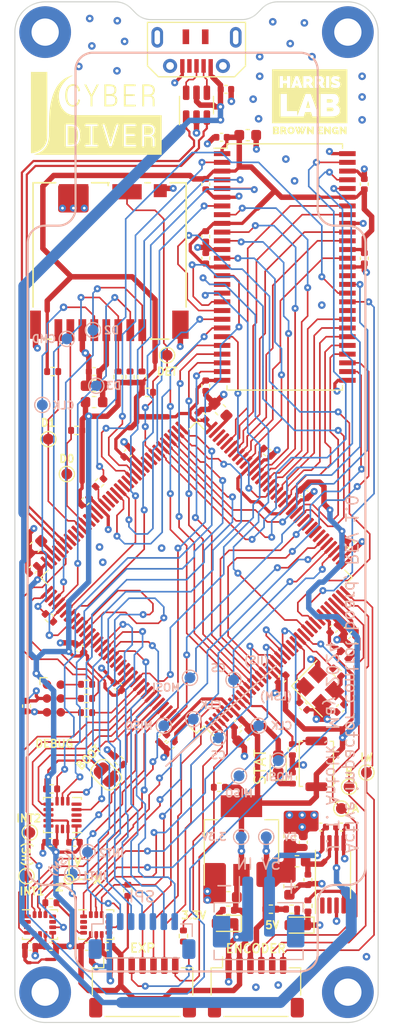
<source format=kicad_pcb>
(kicad_pcb (version 20221018) (generator pcbnew)
  (layers (0 "F.Cu" signal) (1 "In1.Cu" power) (2 "In2.Cu" power) (31 "B.Cu" signal) (34 "B.Paste" user) (35 "F.Paste" user) (36 "B.SilkS" user "B.Silkscreen") (37 "F.SilkS" user "F.Silkscreen") (38 "B.Mask" user) (39 "F.Mask" user) (44 "Edge.Cuts" user))
  (net 0 "")
  (net 1 "GND")
  (net 2 "/microcontroller/SWD_NRST")
  (net 3 "/microcontroller/LED_STATUS")
  (net 4 "+5V")
  (net 5 "+3.3V")
  (net 6 "/microcontroller/SD_DET")
  (net 7 "/USB/USB_5V")
  (net 8 "/microcontroller/PWR_INT2")
  (net 9 "/microcontroller/BUTTON")
  (net 10 "/microcontroller/SWD_SWCLK")
  (net 11 "/microcontroller/SWD_SWDIO")
  (net 12 "/microcontroller/SWD_SWO")
  (net 14 "Net-(D201-K)")
  (net 15 "Net-(J201-SWDIO)")
  (net 16 "Net-(J201-SWCLK)")
  (net 17 "Net-(J201-SWO)")
  (net 53 "Net-(C206-Pad1)")
  (net 54 "Net-(R102-Pad2)")
  (net 56 "/microcontroller/HSE_IN")
  (net 57 "+3.3VA")
  (net 58 "Net-(C222-Pad1)")
  (net 59 "Net-(J501-VDD)")
  (net 60 "/USB/USB_CONN_D-")
  (net 61 "/USB/USB_CONN_D+")
  (net 62 "/microcontroller/PWR_INT1")
  (net 63 "Net-(J501-CLK)")
  (net 64 "/microcontroller/BOOT0")
  (net 65 "/microcontroller/HSE_OUT")
  (net 66 "Net-(U401-CLK)")
  (net 67 "/SDRAM/CLK")
  (net 68 "/microcontroller/SDMMC1_CMD")
  (net 69 "/microcontroller/SDMMC1_CK")
  (net 70 "/microcontroller/SDMMC1_D3")
  (net 71 "/microcontroller/SDMMC1_D2")
  (net 72 "/microcontroller/SDMMC1_D1")
  (net 73 "/microcontroller/SDMMC1_D0")
  (net 74 "/USB/USB_D+")
  (net 75 "/USB/USB_D-")
  (net 76 "/SDRAM/DQ0")
  (net 77 "/SDRAM/DQ1")
  (net 78 "/SDRAM/DQ2")
  (net 79 "/SDRAM/DQ3")
  (net 80 "/SDRAM/DQ4")
  (net 81 "/SDRAM/DQ5")
  (net 82 "/SDRAM/DQ6")
  (net 83 "/SDRAM/DQ7")
  (net 84 "/SDRAM/LDQM")
  (net 85 "/SDRAM/NWE")
  (net 86 "/SDRAM/NCAS")
  (net 87 "/SDRAM/NRAS")
  (net 88 "/SDRAM/NCS")
  (net 89 "/SDRAM/BS0")
  (net 90 "/SDRAM/BS1")
  (net 91 "/SDRAM/A10")
  (net 92 "/SDRAM/A0")
  (net 93 "/SDRAM/A1")
  (net 94 "/SDRAM/A2")
  (net 95 "/SDRAM/A3")
  (net 96 "/SDRAM/A4")
  (net 97 "/SDRAM/A5")
  (net 98 "/SDRAM/A6")
  (net 99 "/SDRAM/A7")
  (net 100 "/SDRAM/A8")
  (net 101 "/SDRAM/A9")
  (net 102 "/SDRAM/A11")
  (net 103 "/SDRAM/CKE")
  (net 104 "/SDRAM/UDQM")
  (net 105 "/SDRAM/DQ8")
  (net 106 "/SDRAM/DQ9")
  (net 107 "/SDRAM/DQ10")
  (net 108 "/SDRAM/DQ11")
  (net 109 "/SDRAM/DQ12")
  (net 110 "/SDRAM/DQ13")
  (net 111 "/SDRAM/DQ14")
  (net 112 "/SDRAM/DQ15")
  (net 114 "/accelerometer/ADXL372_CLK")
  (net 116 "/accelerometer/ADXL372_MOSI")
  (net 117 "/accelerometer/ADXL372_MISO")
  (net 118 "/accelerometer/ADXL372_CS")
  (net 119 "/accelerometer/ADXL372_INT2")
  (net 121 "/accelerometer/ADXL372_INT1")
  (net 122 "/accelerometer/LSM6DS3_MISO")
  (net 125 "/accelerometer/LSM6DS3_INT1")
  (net 126 "/accelerometer/LSM6DS3_INT2")
  (net 128 "/accelerometer/LSM6DS3_CS")
  (net 129 "/accelerometer/LSM6DS3_CLK")
  (net 130 "/accelerometer/LSM6DS3_MOSI")
  (net 131 "/accelerometer/IIS3DWB_MISO")
  (net 132 "/accelerometer/IIS3DWB_INT1")
  (net 133 "/accelerometer/IIS3DWB_INT2")
  (net 134 "/accelerometer/IIS3DWB_CS")
  (net 135 "/accelerometer/IIS3DWB_CLK")
  (net 136 "/accelerometer/IIS3DWB_MOSI")
  (net 137 "Net-(C220-Pad1)")
  (net 138 "Net-(J801-Pin_3)")
  (net 139 "/expansion/EXP_MOSI")
  (net 140 "/expansion/EXP_MISO")
  (net 141 "/expansion/EXP_CLK")
  (net 142 "/expansion/EXP_CS")
  (net 143 "/expansion/EXP_INT")
  (net 144 "/microcontroller/SPI1_SCK")
  (net 145 "/microcontroller/SPI1_NSS")
  (net 146 "/microcontroller/SPI1_MOSI")
  (net 147 "/microcontroller/SPI1_MISO")
  (net 148 "/encoder/ENC_IW")
  (net 149 "/encoder/ENC_A")
  (net 150 "/encoder/ENC_B")
  (net 151 "Net-(U101-OUT)")
  (net 152 "Net-(J102-Pin_2)")
  (net 153 "Net-(D101-A)")
  (net 154 "Net-(D102-A)")
  (net 155 "Net-(U101-ILIM)")
  (footprint "Resistor_SMD:R_0402_1005Metric" (layer "F.Cu") (at -10.09 15.8 180)
    (fp_text reference "R206" hide)
    (fp_text value "22")
  )
  (footprint "Capacitor_SMD:C_0603_1608Metric" (layer "F.Cu") (at 4.4 20.5 -135)
    (fp_text reference "C201" hide)
    (fp_text value "10u")
  )
  (footprint "Capacitor_SMD:C_0402_1005Metric" (layer "F.Cu") (at 9.8 17.8 -45)
    (fp_text reference "C203" hide)
    (fp_text value "12p")
  )
  (footprint "Resistor_SMD:R_0402_1005Metric" (layer "F.Cu") (at -7.2 -12.4 90)
    (fp_text reference "R501" hide)
    (fp_text value "47k")
  )
  (footprint "TestPoint:TestPoint_Pad_D1.0mm" (layer "F.Cu") (at -15.3 29.4)
    (fp_text reference "TP712" hide)
    (fp_text value "INT2")
  )
  (footprint "Resistor_SMD:R_0402_1005Metric" (layer "F.Cu") (at -11 -7.5 180)
    (fp_text reference "R505" hide)
    (fp_text value "47k")
  )
  (footprint "Resistor_SMD:R_0402_1005Metric" (layer "F.Cu") (at -5 -12.4 90)
    (fp_text reference "R504" hide)
    (fp_text value "47k")
  )
  (footprint "Crystal:Crystal_SMD_3225-4Pin_3.2x2.5mm" (layer "F.Cu") (at 11.3 16.2 -45)
    (fp_text reference "Y201" hide)
    (fp_text value "24MHz")
  )
  (footprint "Resistor_SMD:R_0402_1005Metric" (layer "F.Cu") (at 12.9 14.7 -45)
    (fp_text reference "R202" hide)
    (fp_text value "47")
  )
  (footprint "Capacitor_SMD:C_0402_1005Metric" (layer "F.Cu") (at 14.3 11.8 -135)
    (fp_text reference "C218" hide)
    (fp_text value "1u")
  )
  (footprint "Capacitor_SMD:C_0402_1005Metric" (layer "F.Cu") (at 2.3 -34.4 180)
    (fp_text reference "C404" hide)
    (fp_text value "100n")
  )
  (footprint "Capacitor_SMD:C_0402_1005Metric" (layer "F.Cu") (at 9.8 30.3 90)
    (fp_text reference "C103" hide)
    (fp_text value "100n")
  )
  (footprint "Capacitor_SMD:C_0402_1005Metric" (layer "F.Cu") (at -13.4 30.3 180)
    (fp_text reference "C701" hide)
    (fp_text value "100n")
  )
  (footprint "Jumper:SolderJumper-2_P1.3mm_Open_RoundedPad1.0x1.5mm" (layer "F.Cu") (at -8.3 24.1 135)
    (fp_text reference "JP201" hide)
    (fp_text value "BOOT0")
  )
  (footprint "Capacitor_SMD:C_0402_1005Metric" (layer "F.Cu") (at 0.85 -23.3 90)
    (fp_text reference "C408" hide)
    (fp_text value "100n")
  )
  (footprint "Capacitor_SMD:C_0402_1005Metric" (layer "F.Cu") (at -13.3625 39.85 180)
    (fp_text reference "C706" hide)
    (fp_text value "100n")
  )
  (footprint "Capacitor_SMD:C_0402_1005Metric" (layer "F.Cu") (at 7.85 15.3 -135)
    (fp_text reference "C216" hide)
    (fp_text value "100n")
  )
  (footprint "LED_SMD:LED_0603_1608Metric" (layer "F.Cu") (at 2.625 37.7375 180)
    (fp_text reference "D102" hide)
    (fp_text value "LED_3.3V")
  )
  (footprint "Capacitor_SMD:C_0402_1005Metric" (layer "F.Cu") (at -15.2625 39.85)
    (fp_text reference "C705" hide)
    (fp_text value "100n")
  )
  (footprint "Capacitor_SMD:C_0402_1005Metric" (layer "F.Cu") (at -11.2 30.3 180)
    (fp_text reference "C702" hide)
    (fp_text value "100n")
  )
  (footprint "Capacitor_SMD:C_0402_1005Metric" (layer "F.Cu") (at 12.6 10.7 45)
    (fp_text reference "C211" hide)
    (fp_text value "100n")
  )
  (footprint "Capacitor_SMD:C_0402_1005Metric" (layer "F.Cu") (at -10.7 12.5 135)
    (fp_text reference "C209" hide)
    (fp_text value "100n")
  )
  (footprint "LOGO" (layer "F.Cu") (at -9.2 -36.6)
    (fp_text reference "G***" hide)
    (fp_text value "LOGO" hide)
  )
  (footprint "Inductor_SMD:L_0603_1608Metric" (layer "F.Cu") (at 9.225 32.0375)
    (fp_text reference "FB101" hide)
    (fp_text value "100R")
  )
  (footprint "Capacitor_SMD:C_0402_1005Metric" (layer "F.Cu") (at 6.5 -5.5 -45)
    (fp_text reference "C217" hide)
    (fp_text value "100n")
  )
  (footprint "Resistor_SMD:R_0402_1005Metric" (layer "F.Cu") (at -4.5 -11)
    (fp_text reference "R507" hide)
    (fp_text value "47k")
  )
  (footprint "LED_SMD:LED_0603_1608Metric" (layer "F.Cu") (at 7.5 23.1 90)
    (fp_text reference "D201" hide)
    (fp_text value "STAT")
  )
  (footprint "Capacitor_SMD:C_0402_1005Metric" (layer "F.Cu") (at 15.4 -23.3 -90)
    (fp_text reference "C403" hide)
    (fp_text value "100n")
  )
  (footprint "Capacitor_SMD:C_0402_1005Metric" (layer "F.Cu") (at -7.2 16 135)
    (fp_text reference "C214" hide)
    (fp_text value "100n")
  )
  (footprint "Resistor_SMD:R_0402_1005Metric" (layer "F.Cu") (at 2.1 25.25 180)
    (fp_text reference "R801" hide)
    (fp_text value "47k")
  )
  (footprint "Resistor_SMD:R_0402_1005Metric" (layer "F.Cu") (at -13.2 -12.9)
    (fp_text reference "R506" hide)
    (fp_text value "47k")
  )
  (footprint "Capacitor_SMD:C_0603_1608Metric" (layer "F.Cu") (at 8.525 34.3375 -90)
    (fp_text reference "C106" hide)
    (fp_text value "22u")
  )
  (footprint "Capacitor_SMD:C_0402_1005Metric" (layer "F.Cu") (at 13.3 28.9)
    (fp_text reference "C101" hide)
    (fp_text value "100n")
  )
  (footprint "Package_TO_SOT_SMD:SOT-223-3_TabPin2" (layer "F.Cu") (at 4.125 30.1375 90)
    (fp_text reference "U102" hide)
    (fp_text value "AMS1117-3.3")
  )
  (footprint "Resistor_SMD:R_0402_1005Metric" (layer "F.Cu") (at -13.5 9.7 -45)
    (fp_text reference "R502" hide)
    (fp_text value "22")
  )
  (footprint "Capacitor_SMD:C_0402_1005Metric" (layer "F.Cu") (at 15.4 -30.1 90)
    (fp_text reference "C402" hide)
    (fp_text value "100n")
  )
  (footprint "Capacitor_SMD:C_0402_1005Metric" (layer "F.Cu") (at 13.2 18 -135)
    (fp_text reference "C206" hide)
    (fp_text value "12p")
  )
  (footprint "TestPoint:TestPoint_Pad_D1.0mm" (layer "F.Cu") (at 13.3 27.2)
    (fp_text reference "TP603" hide)
    (fp_text value "A")
  )
  (footprint "Sensor_Motion:Analog_LGA-16_3.25x3mm_P0.5mm_LayoutBorder3x5y" (layer "F.Cu") (at -12.3 27.8 180)
    (fp_text reference "U702" hide)
    (fp_text value "ADXL373")
  )
  (footprint "Capacitor_SMD:C_0603_1608Metric" (layer "F.Cu") (at 8.525 29.7375 90)
    (fp_text reference "C104" hide)
    (fp_text value "10u")
  )
  (footprint "Resistor_SMD:R_0402_1005Metric" (layer "F.Cu") (at 8.8 21.8 -90)
    (fp_text reference "R201" hide)
    (fp_text value "10k")
  )
  (footprint "TestPoint:TestPoint_Pad_D1.0mm" (layer "F.Cu") (at 15.6 23.9)
    (fp_text reference "TP601" hide)
    (fp_text value "IW")
  )
  (footprint "Capacitor_SMD:C_0402_1005Metric" (layer "F.Cu") (at 0.5 -8.8 135)
    (fp_text reference "C212" hide)
    (fp_text value "100n")
  )
  (footprint "Inductor_SMD:L_0402_1005Metric" (layer "F.Cu") (at 13.6 13.1 -45)
    (fp_text reference "L201" hide)
    (fp_text value "39n")
  )
  (footprint "Capacitor_SMD:C_0402_1005Metric" (layer "F.Cu") (at 2.7 -38.8)
    (fp_text reference "C301" hide)
    (fp_text value "100n")
  )
  (footprint "Resistor_SMD:R_0402_1005Metric" (layer "F.Cu") (at -8.9 -2.7 -135)
    (fp_text reference "R401" hide)
    (fp_text value "22")
  )
  (footprint "MountingHole:MountingHole_2.5mm_Pad" (layer "F.Cu") (at -13.8905 -44.053)
    (fp_text reference "H102" hide)
    (fp_text value "#2-56")
  )
  (footprint "Resistor_SMD:R_0402_1005Metric" (layer "F.Cu") (at -1.2 38.9 90)
    (fp_text reference "R802" hide)
    (fp_text value "22")
  )
  (footprint "Resistor_SMD:R_0402_1005Metric" (layer "F.Cu") (at -6.3 34.7 90)
    (fp_text reference "R701" hide)
    (fp_text value "47k")
  )
  (footprint "Capacitor_SMD:C_0402_1005Metric" (layer "F.Cu") (at -2.4 21.4 -135)
    (fp_text reference "C202" hide)
    (fp_text value "100n")
  )
  (footprint "Capacitor_SMD:C_0402_1005Metric" (layer "F.Cu") (at 10.225 33.7375 -90)
    (fp_text reference "C102" hide)
    (fp_text value "100n")
  )
  (footprint "MountingHole:MountingHole_2.5mm_Pad" (layer "F.Cu") (at 13.8905 -44.053)
    (fp_text reference "H101" hide)
    (fp_text value "#2-56")
  )
  (footprint "Capacitor_SMD:C_0402_1005Metric" (layer "F.Cu") (at 14.2 3 -45)
    (fp_text reference "C204" hide)
    (fp_text value "100n")
  )
  (footprint "Capacitor_SMD:C_0402_1005Metric" (layer "F.Cu") (at -15 5.260589 -135)
    (fp_text reference "C208" hide)
    (fp_text value "100n")
  )
  (footprint "Capacitor_SMD:C_0402_1005Metric" (layer "F.Cu") (at 13.9 10.8 -135)
    (fp_text reference "C219" hide)
    (fp_text value "10n")
  )
  (footprint "Resistor_SMD:R_0402_1005Metric" (layer "F.Cu") (at -10.09 17.1 180)
    (fp_text reference "R205" hide)
    (fp_text value "22")
  )
  (footprint "Capacitor_SMD:C_0402_1005Metric" (layer "F.Cu") (at 0.85 -11.6 -90)
    (fp_text reference "C407" hide)
    (fp_text value "100n")
  )
  (footprint "Capacitor_SMD:C_0603_1608Metric" (layer "F.Cu") (at 4.7 -34.6)
    (fp_text reference "C401" hide)
    (fp_text value "10u")
  )
  (footprint "TestPoint:TestPoint_Pad_D1.0mm" (layer "F.Cu") (at 14 25.2)
    (fp_text reference "TP602" hide)
    (fp_text value "B")
  )
  (footprint "Capacitor_SMD:C_0603_1608Metric" (layer "F.Cu") (at -14.8 3.2 -135)
    (fp_text reference "C222" hide)
    (fp_text value "2u2")
  )
  (footprint "TestPoint:TestPoint_Pad_D1.0mm" (layer "F.Cu") (at -2.7 -14.4)
    (fp_text reference "TP507" hide)
    (fp_text value "DET")
  )
  (footprint "Capacitor_SMD:C_0402_1005Metric" (layer "F.Cu") (at -3.1 20.760589 -135)
    (fp_text reference "C210" hide)
    (fp_text value "100n")
  )
  (footprint "LED_SMD:LED_0603_1608Metric" (layer "F.Cu") (at 9.3 37.9 180)
    (fp_text reference "D101" hide)
    (fp_text value "LED_5V")
  )
  (footprint "Package_LGA:LGA-14_3x2.5mm_P0.5mm_LayoutBorder3x4y" (layer "F.Cu") (at -14.3625 37.85)
    (fp_text reference "U703" hide)
    (fp_text value "IIS3DWBTR")
  )
  (footprint "Capacitor_SMD:C_0402_1005Metric" (layer "F.Cu") (at 0.85 -25.3 -90)
    (fp_text reference "C406" hide)
    (fp_text value "100n")
  )
  (footprint "LOGO" (layer "F.Cu") (at 10.4 -37.65)
    (fp_text reference "G***" hide)
    (fp_text value "LOGO" hide)
  )
  (footprint "Package_LGA:LGA-14_3x2.5mm_P0.5mm_LayoutBorder3x4y" (layer "F.Cu") (at -9.2 37.85)
    (fp_text reference "U701" hide)
    (fp_text value "LSM6DS3TR-C")
  )
  (footprint "Capacitor_SMD:C_0603_1608Metric" (layer "F.Cu") (at 2.925 35.3375 180)
    (fp_text reference "C107" hide)
    (fp_text value "22u")
  )
  (footprint "Resistor_SMD:R_0402_1005Metric" (layer "F.Cu") (at 6.825 36.4375)
    (fp_text reference "R102" hide)
    (fp_text value "1k")
  )
  (footprint "Capacitor_SMD:C_0402_1005Metric" (layer "F.Cu") (at -10.2 -1 45)
    (fp_text reference "C213" hide)
    (fp_text value "100n")
  )
  (footprint "Button_Switch_SMD:SW_Push_SPST_NO_Alps_SKRK" (layer "F.Cu") (at 11 23.1 -90)
    (fp_text reference "SW201" hide)
    (fp_text value "BUTTON")
  )
  (footprint "Capacitor_SMD:C_0402_1005Metric" (layer "F.Cu") (at -8.2 39.85 180)
    (fp_text reference "C703" hide)
    (fp_text value "100n")
  )
  (footprint "Resistor_SMD:R_0402_1005Metric" (layer "F.Cu") (at 10.225 36.1375 -90)
    (fp_text reference "R101" hide)
    (fp_text value "1k")
  )
  (footprint "Connector_JST:JST_SH_SM07B-SRSS-TB_1x07-1MP_P1.00mm_Horizontal" (layer "F.Cu") (at -4.95 43.6)
    (fp_text reference "J801" hide)
    (fp_text value "EXP")
  )
  (footprint "Resistor_SMD:R_0402_1005Metric" (layer "F.Cu") (at 8.725 36.4375)
    (fp_text reference "R103" hide)
    (fp_text value "1k")
  )
  (footprint "MountingHole:MountingHole_2.5mm_Pad" (layer "F.Cu") (at 13.8905 44.053)
    (fp_text reference "H104" hide)
    (fp_text value "#2-56")
  )
  (footprint "Resistor_SMD:R_0402_1005Metric" (layer "F.Cu") (at -10.09 18.4 180)
    (fp_text reference "R207" hide)
    (fp_text value "22")
  )
  (footprint "Capacitor_SMD:C_0603_1608Metric" (layer "F.Cu") (at 2.2 -9.4 135)
    (fp_text reference "C220" hide)
    (fp_text value "2u2")
  )
  (footprint "Resistor_SMD:R_0402_1005Metric" (layer "F.Cu") (at -13.3625 35.85 180)
    (fp_text reference "R703" hide)
    (fp_text value "47k")
  )
  (footprint "MountingHole:MountingHole_2.5mm_Pad" (layer "F.Cu") (at -13.8905 44.053)
    (fp_text reference "H103" hide)
    (fp_text value "#2-56")
  )
  (footprint "TestPoint:TestPoint_Pad_D1.0mm" (layer "F.Cu") (at -15.6 33.4)
    (fp_text reference "TP711" hide)
    (fp_text value "INT1")
  )
  (footprint "Inductor_SMD:L_0603_1608Metric" (layer "F.Cu") (at -9.4 -10.1)
    (fp_text reference "FB501" hide)
    (fp_text value "100R")
  )
  (footprint "Resistor_SMD:R_0402_1005Metric" (layer "F.Cu") (at -7.1 22.8 135)
    (fp_text reference "R203" hide)
    (fp_text value "10k")
  )
  (footprint "Connector:Tag-Connect_TC2030-IDC-NL_2x03_P1.27mm_Vertical" (layer "F.Cu") (at -13.09 17.1 -90)
    (fp_text reference "J201" hide)
    (fp_text value "TagConnect_TC2030-NL")
  )
  (footprint "ActiveImpactor_Power:DM3CS-SF_HIR" (layer "F.Cu") (at -7.977 -23.05315)
    (fp_text reference "J501" hide)
    (fp_text value "DM3CS-SF")
  )
  (footprint "Package_SO:TSOP-II-54_22.2x10.16mm_P0.8mm" (layer "F.Cu") (at 8.1 -22.5)
    (fp_text reference "U401" hide)
    (fp_text value "W9812G6KH-6")
  )
  (footprint "Capacitor_SMD:C_0402_1005Metric" (layer "F.Cu") (at -6.3 -5.4 45)
    (fp_text reference "C207" hide)
    (fp_text value "100n")
  )
  (footprint "Capacitor_SMD:C_0402_1005Metric" (layer "F.Cu") (at -9.4 -12.9 180)
    (fp_text reference "C501" hide)
    (fp_text value "100n")
  )
  (footprint "Capacitor_SMD:C_0402_1005Metric" (layer "F.Cu") (at 9.9 -1.7 -45)
    (fp_text reference "C205" hide)
    (fp_text value "100n")
  )
  (footprint "Capacitor_SMD:C_0402_1005Metric" (layer "F.Cu") (at 11.4 28.9 180)
    (fp_text reference "C105" hide)
    (fp_text value "100n")
  )
  (footprint "Resistor_SMD:R_0402_1005Metric" (layer "F.Cu") (at -13.3 25.4)
    (fp_text reference "R702" hide)
    (fp_text value "47k")
  )
  (footprint "Resistor_SMD:R_0402_1005Metric" (layer "F.Cu") (at 2.925 36.5375 180)
    (fp_text reference "R104" hide)
    (fp_text value "1k")
  )
  (footprint "Capacitor_SMD:C_0402_1005Metric" (layer "F.Cu") (at 0.85 -30.1 -90)
    (fp_text reference "C405" hide)
    (fp_text value "100n")
  )
  (footprint "Package_TO_SOT_SMD:SOT-23-6" (layer "F.Cu") (at 0 -37.35 90)
    (fp_text reference "U301" hide)
    (fp_text value "USBLC6-2SC6")
  )
  (footprint "TestPoint:TestPoint_Pad_D1.0mm" (layer "F.Cu") (at -11.9 -3.5)
    (fp_text reference "TP505" hide)
    (fp_text value "D0")
  )
  (footprint "TestPoint:TestPoint_Pad_D1.0mm" (layer "F.Cu") (at -13.6 -6.7)
    (fp_text reference "TP506" hide)
    (fp_text value "D1")
  )
  (footprint "Capacitor_SMD:C_0402_1005Metric" (layer "F.Cu") (at -15.6 17.8 -90)
    (fp_text reference "C221" hide)
    (fp_text value "100n")
  )
  (footprint "Resistor_SMD:R_0402_1005Metric" (layer "F.Cu") (at 8.8 24.4 90)
    (fp_text reference "R204" hide)
    (fp_text value "1k")
  )
  (footprint "Resistor_SMD:R_0402_1005Metric" (layer "F.Cu") (at -6.1 -12.4 90)
    (fp_text reference "R503" hide)
    (fp_text value "47k")
  )
  (footprint "ActiveImpactor_Power:MicroXNJ" (layer "F.Cu") (at 0 -40.95)
    (fp_text reference "J301" hide)
    (fp_text value "USB_B_Micro")
  )
  (footprint "Capacitor_SMD:C_0603_1608Metric" (layer "F.Cu") (at -9.4 -11.6 180)
    (fp_text reference "C502" hide)
    (fp_text value "10u")
  )
  (footprint "Capacitor_SMD:C_0402_1005Metric" (layer "F.Cu") (at -10.1 39.85)
    (fp_text reference "C704" hide)
    (fp_text value "100n")
  )
  (footprint "Package_SO:TSSOP-8_4.4x3mm_P0.65mm" (layer "F.Cu") (at 12.525 33.2375 90)
    (fp_text reference "U101" hide)
    (fp_text value "TPS2115APWR")
  )
  (footprint "Connector_JST:JST_SH_SM06B-SRSS-TB_1x06-1MP_P1.00mm_Horizontal" (layer "F.Cu") (at 5.45 43.6)
    (fp_text reference "J601" hide)
    (fp_text value "ENC")
  )
  (footprint "Package_QFP:LQFP-144_20x20mm_P0.5mm" (layer "F.Cu") (at 0 6 135)
    (fp_text reference "U201" hide)
    (fp_text value "STM32H723ZGTx")
  )
  (footprint "Capacitor_SMD:C_0402_1005Metric" (layer "F.Cu") (at 3.8 19.4 -135)
    (fp_text reference "C215" hide)
    (fp_text value "100n")
  )
  (footprint "TestPoint:TestPoint_Pad_D1.0mm" (layer "B.Cu") (at -0.6 15.2 180)
    (fp_text reference "TP709" hide)
    (fp_text value "MOSI")
  )
  (footprint "TestPoint:TestPoint_Pad_D1.0mm" (layer "B.Cu") (at -3 19.6 180)
    (fp_text reference "TP708" hide)
    (fp_text value "MISO")
  )
  (footprint "TestPoint:TestPoint_Pad_D1.0mm" (layer "B.Cu") (at -14.150777 -9.839081 180)
    (fp_text reference "TP501" hide)
    (fp_text value "CLK")
  )
  (footprint "TestPoint:TestPoint_Pad_D1.0mm" (layer "B.Cu") (at 7.5 22.8 180)
    (fp_text reference "TP703" hide)
    (fp_text value "MOSI")
  )
  (footprint "TestPoint:TestPoint_Pad_D1.0mm" (layer "B.Cu") (at 3.9 24.2 180)
    (fp_text reference "TP702" hide)
    (fp_text value "MISO")
  )
  (footprint "TestPoint:TestPoint_Pad_D1.0mm" (layer "B.Cu") (at 4.1 29.8 180)
    (fp_text reference "TP102" hide)
    (fp_text value "+3.3V")
  )
  (footprint "TestPoint:TestPoint_Pad_D1.0mm" (layer "B.Cu") (at 6.4 29.8 180)
    (fp_text reference "TP101" hide)
    (fp_text value "+5V")
  )
  (footprint "Connector_JST:JST_PH_B2B-PH-SM4-TB_1x02-1MP_P2.00mm_Vertical" (layer "B.Cu") (at 5.7 36.7)
    (fp_text reference "J102" hide)
    (fp_text value "Power")
  )
  (footprint "Connector_JST:JST_SH_BM07B-SRSS-TB_1x07-1MP_P1.00mm_Vertical" (layer "B.Cu") (at -5 38.9)
    (fp_text reference "J101" hide)
    (fp_text value "SPI")
  )
  (footprint "TestPoint:TestPoint_Pad_D1.0mm" (layer "B.Cu") (at -11.4 33.2 180)
    (fp_text reference "TP705" hide)
    (fp_text value "INT1")
  )
  (footprint "TestPoint:TestPoint_Pad_D1.0mm" (layer "B.Cu") (at -0.3 19 180)
    (fp_text reference "TP710" hide)
    (fp_text value "CLK")
  )
  (footprint "TestPoint:TestPoint_Pad_D1.0mm" (layer "B.Cu") (at -11.9 -15.9 180)
    (fp_text reference "TP502" hide)
    (fp_text value "CMD")
  )
  (footprint "TestPoint:TestPoint_Pad_D1.0mm" (layer "B.Cu") (at 5.7 19.6 180)
    (fp_text reference "TP704" hide)
    (fp_text value "CLK")
  )
  (footprint "TestPoint:TestPoint_Pad_D1.0mm" (layer "B.Cu") (at -10 31.2 180)
    (fp_text reference "TP706" hide)
    (fp_text value "INT2")
  )
  (footprint "TestPoint:TestPoint_Pad_D1.0mm" (layer "B.Cu") (at 3.4 15.4 180)
    (fp_text reference "TP707" hide)
    (fp_text value "CS")
  )
  (footprint "TestPoint:TestPoint_Pad_D1.0mm" (layer "B.Cu") (at -9.5 -16.7 180)
    (fp_text reference "TP504" hide)
    (fp_text value "D2")
  )
  (footprint "TestPoint:TestPoint_Pad_D1.0mm" (layer "B.Cu") (at 1.998454 20.714768 180)
    (fp_text reference "TP701" hide)
    (fp_text value "CS")
  )
  (footprint "TestPoint:TestPoint_Pad_D1.0mm" (layer "B.Cu") (at -9.2 -11.6 180)
    (fp_text reference "TP503" hide)
    (fp_text value "D3")
  )
  (gr_arc locked (start 12.709375 -26.288125) (mid 11.586843 -26.753093) (end 11.121875 -27.875625) (stroke (width 0.2)) (layer "B.SilkS"))
  (gr_arc locked (start 11.121875 35.799375) (mid 11.586843 34.676843) (end 12.709375 34.211875) (stroke (width 0.2)) (layer "B.SilkS"))
  (gr_arc locked (start 9.534375 -42.163125) (mid 10.656907 -41.698157) (end 11.121875 -40.575625) (stroke (width 0.2)) (layer "B.SilkS"))
  (gr_arc locked (start -12.690625 34.211875) (mid -11.568093 34.676843) (end -11.103125 35.799375) (stroke (width 0.2)) (layer "B.SilkS"))
  (gr_line locked (start -9.515625 -42.163125) (end 9.534375 -42.163125) (stroke (width 0.2)) (layer "B.SilkS"))
  (gr_line locked (start 13.9125 34.211875) (end 12.709375 34.211875) (stroke (width 0.2)) (layer "B.SilkS"))
  (gr_arc locked (start -13.9125 34.211875) (mid -15.035032 33.746907) (end -15.5 32.624375) (stroke (width 0.2)) (layer "B.SilkS"))
  (gr_line locked (start 12.709375 -26.288125) (end 13.9125 -26.288125) (stroke (width 0.2)) (layer "B.SilkS"))
  (gr_line locked (start 9.534375 42.149375) (end -9.515625 42.149375) (stroke (width 0.2)) (layer "B.SilkS"))
  (gr_arc locked (start -11.103125 -40.575625) (mid -10.638157 -41.698157) (end -9.515625 -42.163125) (stroke (width 0.2)) (layer "B.SilkS"))
  (gr_line locked (start -15.5 32.624375) (end -15.5 -24.700625) (stroke (width 0.2)) (layer "B.SilkS"))
  (gr_line locked (start -11.103125 -27.875625) (end -11.103125 -40.575625) (stroke (width 0.2)) (layer "B.SilkS"))
  (gr_arc locked (start -9.515625 42.149375) (mid -10.638157 41.684407) (end -11.103125 40.561875) (stroke (width 0.2)) (layer "B.SilkS"))
  (gr_arc locked (start -15.5 -24.700625) (mid -15.035032 -25.823157) (end -13.9125 -26.288125) (stroke (width 0.2)) (layer "B.SilkS"))
  (gr_line locked (start 15.5 -24.700625) (end 15.5 32.624375) (stroke (width 0.2)) (layer "B.SilkS"))
  (gr_line locked (start 11.121875 -40.575625) (end 11.121875 -27.875625) (stroke (width 0.2)) (layer "B.SilkS"))
  (gr_arc locked (start 15.5 32.624375) (mid 15.035031 33.746906) (end 13.9125 34.211875) (stroke (width 0.2)) (layer "B.SilkS"))
  (gr_line locked (start -13.9125 -26.288125) (end -12.690625 -26.288125) (stroke (width 0.2)) (layer "B.SilkS"))
  (gr_arc locked (start 11.121875 40.561875) (mid 10.656907 41.684407) (end 9.534375 42.149375) (stroke (width 0.2)) (layer "B.SilkS"))
  (gr_line locked (start -12.690625 34.211875) (end -13.9125 34.211875) (stroke (width 0.2)) (layer "B.SilkS"))
  (gr_arc locked (start 13.9125 -26.288125) (mid 15.035057 -25.823167) (end 15.5 -24.700625) (stroke (width 0.2)) (layer "B.SilkS"))
  (gr_line locked (start -11.103125 40.561875) (end -11.103125 35.799375) (stroke (width 0.2)) (layer "B.SilkS"))
  (gr_arc locked (start -11.103125 -27.875625) (mid -11.568093 -26.753093) (end -12.690625 -26.288125) (stroke (width 0.2)) (layer "B.SilkS"))
  (gr_line locked (start 11.121875 35.799375) (end 11.121875 40.561875) (stroke (width 0.2)) (layer "B.SilkS"))
  (gr_line (start 7.3 14.1) (end -2.8 23.3) (stroke (width 0.15)) (layer "B.SilkS"))
  (gr_circle (center -11.7 33.7) (end -11.4 33.4) (stroke (width 0.15)) (fill none) (layer "F.SilkS"))
  (gr_circle (center -11.7 33.7) (end -11.7 33.8) (stroke (width 0.2)) (fill none) (layer "F.SilkS"))
  (gr_line (start -9.7 33.7) (end -11.275736 33.7) (stroke (width 0.15)) (layer "F.SilkS"))
  (gr_line (start -11.7 31.7) (end -11.7 33.275736) (stroke (width 0.15)) (layer "F.SilkS"))
  (gr_arc locked (start 16.669 44.053) (mid 15.855196 46.017696) (end 13.8905 46.8315) (stroke (width 0.1)) (layer "Edge.Cuts"))
  (gr_arc (start -7.43987 -46.8315) (mid -6.665507 -46.675507) (end -6.011939 -46.231862) (stroke (width 0.1)) (layer "Edge.Cuts"))
  (gr_line locked (start -16.669 -44.053) (end -16.669 44.053) (stroke (width 0.1)) (layer "Edge.Cuts"))
  (gr_line (start 5.588061 -45.799639) (end 6.011939 -46.231862) (stroke (width 0.1)) (layer "Edge.Cuts"))
  (gr_arc (start 6.011939 -46.231862) (mid 6.665507 -46.675507) (end 7.43987 -46.8315) (stroke (width 0.1)) (layer "Edge.Cuts"))
  (gr_arc locked (start 13.8905 -46.8315) (mid 15.855196 -46.017696) (end 16.669 -44.053) (stroke (width 0.1)) (layer "Edge.Cuts"))
  (gr_line locked (start -13.8905 46.8315) (end 13.8905 46.8315) (stroke (width 0.1)) (layer "Edge.Cuts"))
  (gr_line (start -13.8905 -46.8315) (end -7.43987 -46.8315) (stroke (width 0.1)) (layer "Edge.Cuts"))
  (gr_line locked (start 16.669 -44.053) (end 16.669 44.053) (stroke (width 0.1)) (layer "Edge.Cuts"))
  (gr_line (start 7.43987 -46.8315) (end 13.8905 -46.8315) (stroke (width 0.1)) (layer "Edge.Cuts"))
  (gr_line (start 4.16013 -45.2) (end -4.16013 -45.2) (stroke (width 0.1)) (layer "Edge.Cuts"))
  (gr_arc (start 5.588061 -45.799639) (mid 4.934493 -45.355994) (end 4.16013 -45.2) (stroke (width 0.1)) (layer "Edge.Cuts"))
  (gr_line (start -6.011939 -46.231862) (end -5.588061 -45.799639) (stroke (width 0.1)) (layer "Edge.Cuts"))
  (gr_arc (start -4.16013 -45.2) (mid -4.934493 -45.355993) (end -5.588061 -45.799639) (stroke (width 0.1)) (layer "Edge.Cuts"))
  (gr_arc locked (start -13.8905 46.8315) (mid -15.855196 46.017696) (end -16.669 44.053) (stroke (width 0.1)) (layer "Edge.Cuts"))
  (gr_arc locked (start -16.669 -44.053) (mid -15.855196 -46.017696) (end -13.8905 -46.8315) (stroke (width 0.1)) (layer "Edge.Cuts"))
  (gr_text "CS" (at 2 22.3) (layer "B.SilkS") (effects (font (size 0.7 0.7)) (justify mirror)))
  (gr_text "MISO" (at 3.9 25.8) (layer "B.SilkS") (effects (font (size 0.7 0.7)) (justify mirror)))
  (gr_text "MOSI" (at -2.8 16.1) (layer "B.SilkS") (effects (font (size 0.7 0.7)) (justify mirror)))
  (gr_text "-" (at 2.55 34.4 -180) (layer "B.SilkS") (effects (font (size 1.5 1.5)) (justify mirror)))
  (gr_text "INT1" (at -9.4 33.4) (layer "B.SilkS") (effects (font (size 0.7 0.7)) (justify mirror)))
  (gr_text "Active impactor control board, REV 1.0\nJ. T. Antolik, May 2024" (at 11.8 31.4 270) (layer "B.SilkS") (effects (font (size 1.1 1.1)) (justify left bottom mirror)))
  (gr_text "5V" (at 8.6 29.8) (layer "B.SilkS") (effects (font (size 0.7 0.7)) (justify mirror)))
  (gr_text "5V IN" (at 5.7 32.3) (layer "B.SilkS") (effects (font (size 1 1)) (justify mirror)))
  (gr_text "CLK" (at 7.8 19.6) (layer "B.SilkS") (effects (font (size 0.7 0.7)) (justify mirror)))
  (gr_text "(IIS)" (at 5.5 13.6) (layer "B.SilkS") (effects (font (size 0.7 0.7)) (justify mirror)))
  (gr_text "D2" (at -7.8 -16.7) (layer "B.SilkS") (effects (font (size 0.7 0.7)) (justify mirror)))
  (gr_text "INT2" (at -7.8 31.3) (layer "B.SilkS") (effects (font (size 0.7 0.7)) (justify mirror)))
  (gr_text "CLK" (at 1.3 17.7) (layer "B.SilkS") (effects (font (size 0.7 0.7)) (justify mirror)))
  (gr_text "CMD" (at -14 -15.9) (layer "B.SilkS") (effects (font (size 0.7 0.7)) (justify mirror)))
  (gr_text "(LSM)" (at 7.3 16.9) (layer "B.SilkS") (effects (font (size 0.7 0.7)) (justify mirror)))
  (gr_text "MISO" (at -5.3 19.6) (layer "B.SilkS") (effects (font (size 0.7 0.7)) (justify mirror)))
  (gr_text "(LSM)" (at -12.4 32.1 45) (layer "B.SilkS") (effects (font (size 0.7 0.7)) (justify mirror)))
  (gr_text "SPI" (at -5 35.3) (layer "B.SilkS") (effects (font (size 1 1)) (justify mirror)))
  (gr_text "CS" (at 2 14.3) (layer "B.SilkS") (effects (font (size 0.7 0.7)) (justify mirror)))
  (gr_text "+" (at 8.7 34.5 -180) (layer "B.SilkS") (effects (font (size 1.5 1.5)) (justify mirror)))
  (gr_text "D3" (at -7.6 -11.6) (layer "B.SilkS") (effects (font (size 0.7 0.7)) (justify mirror)))
  (gr_text "CLK" (at -12.2 -9.8) (layer "B.SilkS") (effects (font (size 0.7 0.7)) (justify mirror)))
  (gr_text "MOSI" (at 7.6 24.3) (layer "B.SilkS") (effects (font (size 0.7 0.7)) (justify mirror)))
  (gr_text "3.3V" (at 1.6 29.8) (layer "B.SilkS") (effects (font (size 0.7 0.7)) (justify mirror)))
  (gr_text "STAT" (at 5.85 23.4 90) (layer "F.SilkS") (effects (font (size 1 1))))
  (gr_text "D0" (at -11.9 -4.9) (layer "F.SilkS") (effects (font (size 0.7 0.7))))
  (gr_text "5V" (at 6.95 37.9) (layer "F.SilkS") (effects (font (size 0.7 0.7))))
  (gr_text "x" (at -9.1 33.7) (layer "F.SilkS") (effects (font (size 1 1))))
  (gr_text "IW" (at 15.6 22.5) (layer "F.SilkS") (effects (font (size 0.7 0.7))))
  (gr_text "EXP" (at -4.95 40) (layer "F.SilkS") (effects (font (size 0.8 0.8))))
  (gr_text "z" (at -12.6 34.4) (layer "F.SilkS") (effects (font (size 1 1))))
  (gr_text "DET" (at -2.7 -12.9) (layer "F.SilkS") (effects (font (size 0.7 0.7))))
  (gr_text "3.3V" (at -0.25 37) (layer "F.SilkS") (effects (font (size 0.7 0.7))))
  (gr_text "D1" (at -13.6 -8.2) (layer "F.SilkS") (effects (font (size 0.7 0.7))))
  (gr_text "ENCODER" (at 5.45 40.05) (layer "F.SilkS") (effects (font (size 0.8 0.8))))
  (gr_text "INT2" (at -15.4 28.1) (layer "F.SilkS") (effects (font (size 0.7 0.7))))
  (gr_text "B" (at 14 23.8) (layer "F.SilkS") (effects (font (size 0.7 0.7))))
  (gr_text "A" (at 14.6 27.2) (layer "F.SilkS") (effects (font (size 0.7 0.7))))
  (gr_text "BOOT" (at -9.9 22.5 45) (layer "F.SilkS") (effects (font (size 0.7 0.7))))
  (gr_text "INT1" (at -15.1 34.8) (layer "F.SilkS") (effects (font (size 0.7 0.7))))
  (gr_text "y" (at -10.9 31.9) (layer "F.SilkS") (effects (font (size 1 1))))
  (gr_text "(IIS)" (at -15.6 31.4 90) (layer "F.SilkS") (effects (font (size 0.7 0.7))))
  (gr_text "DEBUG" (at -13.05 21.25) (layer "F.SilkS") (effects (font (size 0.7 0.7))))
  (segment (start -1.3 -40.95) (end -1.3 -40.1) (width 0.3) (layer "F.Cu") (net 1))
  (segment (start 14.734 -31.3) (end 14.955 -31.079) (width 0.3) (layer "F.Cu") (net 1))
  (segment (start 15.4 -22.82) (end 15.4 -22.2) (width 0.5) (layer "F.Cu") (net 1))
  (segment (start 10.825 13.525) (end 11.123223 13.823223) (width 0.5) (layer "F.Cu") (net 1))
  (segment (start -8.7 39.83) (end -8.68 39.85) (width 0.2) (layer "F.Cu") (net 1))
  (segment (start -6.302089 14.776963) (end -7.185715 15.660589) (width 0.3) (layer "F.Cu") (net 1))
  (segment (start 2.95 39.7505) (end 2.95 41.6) (width 0.5) (layer "F.Cu") (net 1))
  (segment (start -13.5875 28.3) (end -11.9 28.3) (width 0.2) (layer "F.Cu") (net 1))
  (segment (start 13 -12.1) (end 12.7 -11.8) (width 0.3) (layer "F.Cu") (net 1))
  (segment (start 13.85 -22.5) (end 15.08 -22.5) (width 0.3) (layer "F.Cu") (net 1))
  (segment (start 11.476777 17.876777) (end 11.476777 17.578858) (width 0.5) (layer "F.Cu") (net 1))
  (segment (start 0.85 -11.12) (end 0.85 -10.75) (width 0.5) (layer "F.Cu") (net 1))
  (segment (start -8.776963 -0.302089) (end -9.814285 -1.339411) (width 0.3) (layer "F.Cu") (net 1))
  (segment (start -13.5875 28.8) (end -13.5875 29.4) (width 0.2) (layer "F.Cu") (net 1))
  (segment (start 3.6 37.925) (end 3.4125 37.7375) (width 0.5) (layer "F.Cu") (net 1))
  (segment (start 12.85 36.1) (end 12.85 37.529803) (width 0.3) (layer "F.Cu") (net 1))
  (segment (start -11.039411 12.160589) (end -11.207175 11.992825) (width 0.5) (layer "F.Cu") (net 1))
  (segment (start 2.95 43.1) (end 2.95 41.6) (width 0.5) (layer "F.Cu") (net 1))
  (segment (start 2.35 -24.1) (end 1.4 -24.1) (width 0.3) (layer "F.Cu") (net 1))
  (segment (start -7.95 41.6) (end -7.95 42.95) (width 0.5) (layer "F.Cu") (net 1))
  (segment (start 9.4825 34.2175) (end 10.225 34.2175) (width 0.5) (layer "F.Cu") (net 1))
  (segment (start -14.62 18.28) (end -14.53 18.37) (width 0.3) (layer "F.Cu") (net 1))
  (segment (start 13.560589 11.139411) (end 13.560589 11.739411) (width 0.5) (layer "F.Cu") (net 1))
  (segment (start -10.477003 -14.877003) (end -10.477003 -16.701649) (width 0.5) (layer "F.Cu") (net 1))
  (segment (start -14.873911 18.323911) (end -15.556089 18.323911) (width 0.3) (layer "F.Cu") (net 1))
  (segment (start -13.966095 3.701167) (end -15.301167 3.701167) (width 0.3) (layer "F.Cu") (net 1))
  (segment (start 12.23733 18.339411) (end 11.476777 17.578858) (width 0.3) (layer "F.Cu") (net 1))
  (segment (start 1.125457 -9.421473) (end 1.651992 -9.948008) (width 0.5) (layer "F.Cu") (net 1))
  (segment (start 0.442651 -9.421473) (end 1.125457 -9.421473) (width 0.5) (layer "F.Cu") (net 1))
  (segment (start 2.35 -24.1) (end 1.17 -24.1) (width 0.3) (layer "F.Cu") (net 1))
  (segment (start -9.88 -12.9) (end -9.88 -11.895) (width 0.5) (layer "F.Cu") (net 1))
  (segment (start -9.88 -11.895) (end -10.175 -11.6) (width 0.5) (layer "F.Cu") (net 1))
  (segment (start -1.5 -15.2) (end -1.477 -15.223) (width 0.5) (layer "F.Cu") (net 1))
  (segment (start -15.6 18.28) (end -14.62 18.28) (width 0.3) (layer "F.Cu") (net 1))
  (segment (start -14.1 30.52) (end -13.88 30.3) (width 0.3) (layer "F.Cu") (net 1))
  (segment (start 3.18 -37.72) (end 3.2 -37.7) (width 0.5) (layer "F.Cu") (net 1))
  (segment (start 3.6 38.8995) (end 3.6 37.925) (width 0.5) (layer "F.Cu") (net 1))
  (segment (start 7.510589 15.278356) (end 6.655643 14.42341) (width 0.3) (layer "F.Cu") (net 1))
  (segment (start 2.35 -28.9) (end 3.8 -28.9) (width 0.3) (layer "F.Cu") (net 1))
  (segment (start 15.4 -30.58) (end 15.4 -31.5) (width 0.5) (layer "F.Cu") (net 1))
  (segment (start 10.003822 -1.125) (end 10.239411 -1.360589) (width 0.3) (layer "F.Cu") (net 1))
  (segment (start 10.260589 -1.360589) (end 10.8 -1.9) (width 0.5) (layer "F.Cu") (net 1))
  (segment (start -9.88 -14.28) (end -9.88 -12.9) (width 0.5) (layer "F.Cu") (net 1))
  (segment (start -14.6 -15.05) (end -14.776999 -15.226999) (width 0.5) (layer "F.Cu") (net 1))
  (segment (start -15.301167 3.701167) (end -15.348008 3.748008) (width 0.3) (layer "F.Cu") (net 1))
  (segment (start 12 19) (end 12 18.4) (width 0.5) (layer "F.Cu") (net 1))
  (segment (start 1.57 -28.9) (end 0.85 -29.62) (width 0.3) (layer "F.Cu") (net 1))
  (segment (start -8.713437 14.313437) (end -8.2 14.826874) (width 0.3) (layer "F.Cu") (net 1))
  (segment (start 0.85 -24.65) (end 0.85 -24.82) (width 0.3) (layer "F.Cu") (net 1))
  (segment (start 3.851992 21.051992) (end 4.4 21.6) (width 0.5) (layer "F.Cu") (net 1))
  (segment (start -8.1995 21.8) (end -7.560124 22.439376) (width 0.5) (layer "F.Cu") (net 1))
  (segment (start 0.85 -10.75) (end 1.651992 -9.948008) (width 0.5) (layer "F.Cu") (net 1))
  (segment (start 13.560589 10.981767) (end 12.939411 10.360589) (width 0.5) (layer "F.Cu") (net 1))
  (segment (start 5.241429 -3.837623) (end 6.203806 -4.8) (width 0.3) (layer "F.Cu") (net 1))
  (segment (start 5.475 -33.325) (end 5.5 -33.3) (width 0.5) (layer "F.Cu") (net 1))
  (segment (start -13.5875 30.0075) (end -13.88 30.3) (width 0.3) (layer "F.Cu") (net 1))
  (segment (start -14.3625 38.7625) (end -14.3625 39.85) (width 0.2) (layer "F.Cu") (net 1))
  (segment (start 7.510589 15.639411) (end 7.510589 16.289411) (width 0.5) (layer "F.Cu") (net 1))
  (segment (start -9.837623 11.241429) (end -10.756783 12.160589) (width 0.3) (layer "F.Cu") (net 1))
  (segment (start 7.510589 15.639411) (end 7.510589 15.278356) (width 0.3) (layer "F.Cu") (net 1))
  (segment (start -11.9 28.3) (end -11.8 28.4) (width 0.2) (layer "F.Cu") (net 1))
  (segment (start 12.4 -32.9) (end 12.2 -33.1) (width 0.3) (layer "F.Cu") (net 1))
  (segment (start -8.1 0.374874) (end -8.1 1.6) (width 0.3) (layer "F.Cu") (net 1))
  (segment (start -12.492825 11.992825) (end -12.5 12) (width 0.5) (layer "F.Cu") (net 1))
  (segment (start -4.887876 -4.191176) (end -5.960589 -5.263889) (width 0.3) (layer "F.Cu") (net 1))
  (segment (start 14.327851 3.339411) (end 14.539411 3.339411) (width 0.3) (layer "F.Cu") (net 1))
  (segment (start -14.3625 39.85) (end -14.7825 39.85) (width 0.2) (layer "F.Cu") (net 1))
  (segment (start 7.510589 16.289411) (end 7.2 16.6) (width 0.5) (layer "F.Cu") (net 1))
  (segment (start 3.18 -38.8) (end 3.18 -37.72) (width 0.5) (layer "F.Cu") (net 1))
  (segment (start -11.8 29.075) (end -11.8 30.18) (width 0.2) (layer "F.Cu") (net 1))
  (segment (start -8.2 14.826874) (end -8.2 15) (width 0.3) (layer "F.Cu") (net 1))
  (segment (start 1.651992 -9.948008) (end 1.651992 -9.951992) (width 0.5) (layer "F.Cu") (net 1))
  (segment (start -10.2 -14.6) (end -9.88 -14.28) (width 0.5) (layer "F.Cu") (net 1))
  (segment (start -8.776963 -0.302089) (end -8.1 0.374874) (width 0.3) (layer "F.Cu") (net 1))
  (segment (start -11.207175 11.992825) (end -12.492825 11.992825) (width 0.5) (layer "F.Cu") (net 1))
  (segment (start -9.2 38.7625) (end -9.2 39.85) (width 0.2) (layer "F.Cu") (net 1))
  (segment (start -15.348008 1.922508) (end -14.9255 1.5) (width 0.5) (layer "F.Cu") (net 1))
  (segment (start 12.860589 18.339411) (end 12.23733 18.339411) (width 0.3) (layer "F.Cu") (net 1))
  (segment (start 0.108484 -24.3) (end 0.104242 -24.295758) (width 0.5) (layer "F.Cu") (net 1))
  (segment (start -9.2 39.85) (end -9.62 39.85) (width 0.2) (layer "F.Cu") (net 1))
  (segment (start 13.85 -12.1) (end 13 -12.1) (width 0.3) (layer "F.Cu") (net 1))
  (segment (start -8.68 39.85) (end -9.62 39.85) (width 0.5) (layer "F.Cu") (net 1))
  (segment (start 12 18.4) (end 11.476777 17.876777) (width 0.5) (layer "F.Cu") (net 1))
  (segment (start 1.17 -24.1) (end 0.85 -23.78) (width 0.3) (layer "F.Cu") (net 1))
  (segment (start -15.348008 3.748008) (end -15.348008 1.922508) (width 0.5) (layer "F.Cu") (net 1))
  (segment (start 12.85 37.529803) (end 12.851653 37.531456) (width 0.3) (layer "F.Cu") (net 1))
  (segment (start 12.931652 11.739411) (end 12.9 11.707759) (width 0.5) (layer "F.Cu") (net 1))
  (segment (start -8.7 38.7625) (end -8.7 39.83) (width 0.2) (layer "F.Cu") (net 1))
  (segment (start 15.4 -30.62) (end 15.4 -30.58) (width 0.3) (layer "F.Cu") (net 1))
  (segment (start 1.82 -34.4) (end 1.6005 -34.4) (width 0.5) (layer "F.Cu") (net 1))
  (segment (start -15.556089 18.323911) (end -15.6 18.28) (width 0.3) (layer "F.Cu") (net 1))
  (segment (start 14.560589 3.339411) (end 15.2 2.7) (width 0.5) (layer "F.Cu") (net 1))
  (segment (start 13.85 -32.9) (end 12.4 -32.9) (width 0.3) (layer "F.Cu") (net 1))
  (segment (start -6.65 -6.428822) (end -5.960589 -5.739411) (width 0.5) (layer "F.Cu") (net 1))
  (segment (start -13.8425 39.85) (end -14.7825 39.85) (width 0.5) (layer "F.Cu") (net 1))
  (segment (start 3.460589 20.656605) (end 3.460589 19.739411) (width 0.5) (layer "F.Cu") (net 1))
  (segment (start 10.239411 -1.360589) (end 10.260589 -1.360589) (width 0.5) (layer "F.Cu") (net 1))
  (segment (start 11.476777 17.801329) (end 11.476777 17.578858) (width 0.5) (layer "F.Cu") (net 1))
  (segment (start -15.339411 5.6) (end -15.469792 5.469619) (width 0.5) (layer "F.Cu") (net 1))
  (segment (start -11.8 28.4) (end -11.8 29.075) (width 0.2) (layer "F.Cu") (net 1))
  (segment (start -14.53 18.37) (end -13.725 18.37) (width 0.3) (layer "F.Cu") (net 1))
  (segment (start 0.85 -24.3) (end 0.108484 -24.3) (width 0.5) (layer "F.Cu") (net 1))
  (segment (start 3.7005 39) (end 2.95 39.7505) (width 0.5) (layer "F.Cu") (net 1))
  (segment (start -9.62 39.85) (end -9.62 41.28) (width 0.5) (layer "F.Cu") (net 1))
  (segment (start 1.651992 -9.951992) (end 2.5 -10.8) (width 0.5) (layer "F.Cu") (net 1))
  (segment (start 15.4 -22.2) (end 15.6 -22) (width 0.5) (layer "F.Cu") (net 1))
  (segment (start -3.117784 -29.710866) (end -3.326999 -29.501651) (width 0.5) (layer "F.Cu") (net 1))
  (segment (start 11 19) (end 11 18.278106) (width 0.5) (layer "F.Cu") (net 1))
  (segment (start 0.85 -24.82) (end 0.85 -24.3) (width 0.5) (layer "F.Cu") (net 1))
  (segment (start 10.5 13.5) (end 10.525 13.525) (width 0.5) (layer "F.Cu") (net 1))
  (segment (start 13.560589 11.739411) (end 12.931652 11.739411) (width 0.5) (layer "F.Cu") (net 1))
  (segment (start -15.469792 3.869792) (end -15.348008 3.748008) (width 0.5) (layer "F.Cu") (net 1))
  (segment (start 12.7 -11.3) (end 12.9 -11.1) (width 0.3) (layer "F.Cu") (net 1))
  (segment (start 3.7005 39) (end 3.6 38.8995) (width 0.5) (layer "F.Cu") (net 1))
  (segment (start 10.225 34.2175) (end 10.3425 34.1) (width 0.5) (layer "F.Cu") (net 1))
  (segment (start -1.3 -40.1) (end -2 -39.4) (width 0.3) (layer "F.Cu") (net 1))
  (segment (start -2.739411 21.739411) (end -2.739411 22.239411) (width 0.5) (layer "F.Cu") (net 1))
  (segment (start -9.814285 -1.339411) (end -9.860589 -1.339411) (width 0.3) (layer "F.Cu") (net 1))
  (segment (start -8.2 15) (end -7.539411 15.660589) (width 0.3) (layer "F.Cu") (net 1))
  (segment (start 10.139411 18.139411) (end 10.916224 18.139411) (width 0.3) (layer "F.Cu") (net 1))
  (segment (start -7.95 42.95) (end -7.9 43) (width 0.5) (layer "F.Cu") (net 1))
  (segment (start 5.475 -34.6) (end 5.475 -33.325) (width 0.5) (layer "F.Cu") (net 1))
  (segment (start -10.756783 12.160589) (end -11.039411 12.160589) (width 0.3) (layer "F.Cu") (net 1))
  (segment (start 9.599874 -1.125) (end 10.003822 -1.125) (width 0.3) (layer "F.Cu") (net 1))
  (segment (start 14.539411 3.339411) (end 14.560589 3.339411) (width 0.5) (layer "F.Cu") (net 1))
  (segment (start 8.776963 -0.302089) (end 9.599874 -1.125) (width 0.3) (layer "F.Cu") (net 1))
  (segment (start 14.955 -31.079) (end 14.955 -31.065) (width 0.3) (layer "F.Cu") (net 1))
  (segment (start -14.776999 -15.226999) (end -14.776999 -17.20165) (width 0.5) (layer "F.Cu") (net 1))
  (segment (start -13.8625 38.7625) (end -13.8625 39.83) (width 0.2) (layer "F.Cu") (net 1))
  (segment (start -1.477 -15.223) (end -1.477 -17.201651) (width 0.5) (layer "F.Cu") (net 1))
  (segment (start 13.373157 4.294105) (end 14.327851 3.339411) (width 0.3) (layer "F.Cu") (net 1))
  (segment (start 12.7 -11.8) (end 12.7 -11.3) (width 0.3) (layer "F.Cu") (net 1))
  (segment (start 4.4 21.6) (end 4.4 22.4) (width 0.5) (layer "F.Cu") (net 1))
  (segment (start 10.916224 18.139411) (end 11.476777 17.578858) (width 0.3) (layer "F.Cu") (net 1))
  (segment (start 3.851992 21.048008) (end 3.460589 20.656605) (width 0.5) (layer "F.Cu") (net 1))
  (segment (start 1.6005 -34.4) (end 1 -33.7995) (width 0.5) (layer "F.Cu") (net 1))
  (segment (start 13.85 -26.5) (end 15.3 -26.5) (width 0.3) (layer "F.Cu") (net 1))
  (segment (start -13.373157 4.294105) (end -13.966095 3.701167) (width 0.3) (layer "F.Cu") (net 1))
  (segment (start -7.95 41.05) (end -8.68 40.32) (width 0.5) (layer "F.Cu") (net 1))
  (segment (start -2.739411 21.739411) (end -2.8 21.739411) (width 0.5) (layer "F.Cu") (net 1))
  (segment (start 8.8 23.2) (end 9.8 23.2) (width 0.5) (layer "F.Cu") (net 1))
  (segment (start 8.5875 35.1125) (end 9.4825 34.2175) (width 0.5) (layer "F.Cu") (net 1))
  (segment (start 12 19) (end 11 19) (width 0.5) (layer "F.Cu") (net 1))
  (segment (start 10.3425 34.1) (end 11.5 34.1) (width 0.5) (layer "F.Cu") (net 1))
  (segment (start 13.5 29.18) (end 13.78 28.9) (width 0.3) (layer "F.Cu") (net 1))
  (segment (start -14.1 31.3) (end -14.1 30.52) (width 0.3) (layer "F.Cu") (net 1))
  (segment (start 8.8 23.2) (end 8.8 22.31) (width 0.5) (layer "F.Cu") (net 1))
  (segment (start -7.185715 15.660589) (end -7.539411 15.660589) (width 0.3) (layer "F.Cu") (net 1))
  (segment (start 6.839411 -5.160589) (end 6.860589 -5.160589) (width 0.3) (layer "F.Cu") (net 1))
  (segment (start 0 -36.2125) (end 0 -34.8) (width 0.5) (layer "F.Cu") (net 1))
  (segment (start -10.2 -14.6) (end -10.477003 -14.877003) (width 0.5) (layer "F.Cu") (net 1))
  (segment (start 12.939411 10.100577) (end 12.939411 10.360589) (width 0.3) (layer "F.Cu") (net 1))
  (segment (start 6.203806 -4.8) (end 6.478822 -4.8) (width 0.3) (layer "F.Cu") (net 1))
  (segment (start 11.123223 13.823223) (end 11.123223 14.821142) (width 0.5) (layer "F.Cu") (net 1))
  (segment (start 14.955 -31.065) (end 15.4 -30.62) (width 0.3) (layer "F.Cu") (net 1))
  (segment (start -2.136956 -29.710866) (end -3.117784 -29.710866) (width 0.5) (layer "F.Cu") (net 1))
  (segment (start 8.8 23.89) (end 8.8 23.2) (width 0.5) (layer "F.Cu") (net 1))
  (segment (start 6.860589 -5.160589) (end 7.4 -5.7) (width 0.5) (layer "F.Cu") (net 1))
  (segment (start 10.225 37.7625) (end 10.0875 37.9) (width 0.5) (layer "F.Cu") (net 1))
  (segment (start 10.225 36.6475) (end 10.225 37.7625) (width 0.5) (layer "F.Cu") (net 1))
  (segment (start 0.85 -24.3) (end 0.85 -23.78) (width 0.5) (layer "F.Cu") (net 1))
  (segment (start 10.0875 37.9) (end 11.3 37.9) (width 0.5) (layer "F.Cu") (net 1))
  (segment (start 13.5 30.375) (end 13.5 29.18) (width 0.3) (layer "F.Cu") (net 1))
  (segment (start 10.525 13.525) (end 10.825 13.525) (width 0.5) (layer "F.Cu") (net 1))
  (segment (start -5.960589 -5.263889) (end -5.960589 -5.739411) (width 0.3) (layer "F.Cu") (net 1))
  (segment (start 6.478822 -4.8) (end 6.839411 -5.160589) (width 0.3) (layer "F.Cu") (net 1))
  (segment (start -8.68 40.32) (end -8.68 39.85) (width 0.5) (layer "F.Cu") (net 1))
  (segment (start -11.8 30.18) (end -11.68 30.3) (width 0.2) (layer "F.Cu") (net 1))
  (segment (start -14.7825 39.85) (end -14.7825 40.5825) (width 0.5) (layer "F.Cu") (net 1))
  (segment (start 0.160589 -9.139411) (end 0.442651 -9.421473) (width 0.5) (layer "F.Cu") (net 1))
  (segment (start -2.739411 22.239411) (end -3 22.5) (width 0.5) (layer "F.Cu") (net 1))
  (segment (start 8.525 35.1125) (end 8.5875 35.1125) (width 0.5) (layer "F.Cu") (net 1))
  (segment (start -15.469792 5.469619) (end -15.469792 3.869792) (width 0.5) (layer "F.Cu") (net 1))
  (segment (start -6.65 -6.45) (end -6.65 -6.428822) (width 0.5) (layer "F.Cu") (net 1))
  (segment (start 12.992241 11.707759) (end 13.560589 11.139411) (width 0.5) (layer "F.Cu") (net 1))
  (segment (start 2.35 -28.9) (end 1.57 -28.9) (width 0.3) (layer "F.Cu") (net 1))
  (segment (start 13.560589 11.139411) (end 13.560589 10.981767) (width 0.5) (layer "F.Cu") (net 1))
  (segment (start 3.851992 21.048008) (end 3.851992 21.051992) (width 0.5) (layer "F.Cu") (net 1))
  (segment (start -7.95 41.6) (end -7.95 41.05) (width 0.5) (layer "F.Cu") (net 1))
  (segment (start 11 18.278106) (end 11.476777 17.801329) (width 0.5) (layer "F.Cu") (net 1))
  (segment (start -2.8 21.739411) (end -3.439411 21.1) (width 0.5) (layer "F.Cu") (net 1))
  (segment (start 0.9 -11.12) (end 0.85 -11.12) (width 0.5) (layer "F.Cu") (net 1))
  (segment (start 13.5 31.7) (end 13.6 31.8) (width 0.3) (layer "F.Cu") (net 1))
  (segment (start 12.9 11.707759) (end 12.992241 11.707759) (width 0.5) (layer "F.Cu") (net 1))
  (segment (start 13.560589 11.739411) (end 13.960589 12.139411) (width 0.5) (layer "F.Cu") (net 1))
  (segment (start 13.85 -31.3) (end 14.734 -31.3) (width 0.3) (layer "F.Cu") (net 1))
  (segment (start 11.958943 9.120109) (end 12.939411 10.100577) (width 0.3) (layer "F.Cu") (net 1))
  (segment (start -13.5875 29.4) (end -13.5875 30.0075) (width 0.3) (layer "F.Cu") (net 1))
  (segment (start 15.08 -22.5) (end 15.4 -22.82) (width 0.3) (layer "F.Cu") (net 1))
  (segment (start 3.8 -28.9) (end 3.9 -29) (width 0.3) (layer "F.Cu") (net 1))
  (segment (start 13.5 30.375) (end 13.5 31.7) (width 0.3) (layer "F.Cu") (net 1))
  (segment (start -9.62 41.28) (end -9.2 41.7) (width 0.5) (layer "F.Cu") (net 1))
  (segment (start -7.560124 22.439376) (end -7.460624 22.439376) (width 0.5) (layer "F.Cu") (net 1))
  (segment (start 1.4 -24.1) (end 0.85 -24.65) (width 0.3) (layer "F.Cu") (net 1))
  (segment (start -13.5875 29.4) (end -13.5875 28.3) (width 0.2) (layer "F.Cu") (net 1))
  (segment (start -13.8625 39.83) (end -13.8425 39.85) (width 0.3) (layer "F.Cu") (net 1))
  (via (at 0.104242 -24.295758) (size 0.65) (drill 0.25) (layers "F.Cu" "B.Cu") (net 1))
  (via (at 3.2 -37.7) (size 0.7) (drill 0.3) (layers "F.Cu" "B.Cu") (net 1))
  (via (at 13.6 31.8) (size 0.7) (drill 0.3) (layers "F.Cu" "B.Cu") (net 1))
  (via (at 1 -33.7995) (size 0.65) (drill 0.25) (layers "F.Cu" "B.Cu") (net 1))
  (via (at -1.5 -15.2) (size 0.65) (drill 0.25) (layers "F.Cu" "B.Cu") (net 1))
  (via (at 12 19) (size 0.7) (drill 0.3) (layers "F.Cu" "B.Cu") (net 1))
  (via (at -8.6 4.6) (size 0.7) (drill 0.3) (layers "F.Cu" "B.Cu") (net 1))
  (via (at 8.6 -43) (size 0.7) (drill 0.3) (layers "F.Cu" "B.Cu") (net 1))
  (via (at 9 -30.4) (size 0.7) (drill 0.3) (layers "F.Cu" "B.Cu") (net 1))
  (via (at 15.2 2.7) (size 0.65) (drill 0.25) (layers "F.Cu" "B.Cu") (net 1))
  (via (at -12.5 12) (size 0.65) (drill 0.25) (layers "F.Cu" "B.Cu") (net 1))
  (via (at 5.45 43.6) (size 0.7) (drill 0.3) (layers "F.Cu" "B.Cu") (net 1))
  (via (at -3.2 3.3) (size 0.7) (drill 0.3) (layers "F.Cu" "B.Cu") (net 1))
  (via (at 10.8 -1.9) (size 0.65) (drill 0.25) (layers "F.Cu" "B.Cu") (net 1))
  (via (at -2 -39.4) (size 0.65) (drill 0.25) (layers "F.Cu" "B.Cu") (net 1))
  (via (at 12.9 11.707759) (size 0.7) (drill 0.3) (layers "F.Cu" "B.Cu") (net 1))
  (via (at 1 35.6) (size 0.7) (drill 0.3) (layers "F.Cu" "B.Cu") (net 1))
  (via (at 15.4 -31.5) (size 0.65) (drill 0.25) (layers "F.Cu" "B.Cu") (net 1))
  (via (at 9.8 23.2) (size 0.7) (drill 0.3) (layers "F.Cu" "B.Cu") (net 1))
  (via (at 7 -45) (size 0.7) (drill 0.3) (layers "F.Cu" "B.Cu") (net 1))
  (via (at 7.4 -5.7) (size 0.65) (drill 0.25) (layers "F.Cu" "B.Cu") (net 1))
  (via (at 8.526324 27.801656) (size 0.7) (drill 0.3) (layers "F.Cu" "B.Cu") (net 1))
  (via (at 11.5 -19) (size 0.7) (drill 0.3) (layers "F.Cu" "B.Cu") (net 1))
  (via (at -3 22.5) (size 0.65) (drill 0.25) (layers "F.Cu" "B.Cu") (net 1))
  (via (at -7.3 -40.5) (size 0.7) (drill 0.3) (layers "F.Cu" "B.Cu") (net 1))
  (via (at -7.9 43) (size 0.7) (drill 0.3) (layers "F.Cu" "B.Cu") (net 1))
  (via (at -9.603741 -42.783936) (size 0.7) (drill 0.3) (layers "F.Cu" "B.Cu") (net 1))
  (via (at -8.1 1.6) (size 0.65) (drill 0.25) (layers "F.Cu" "B.Cu") (net 1))
  (via (at 3.9 -29) (size 0.65) (drill 0.25) (layers "F.Cu" "B.Cu") (net 1))
  (via (at 2.95 43.1) (size 0.7) (drill 0.3) (layers "F.Cu" "B.Cu") (net 1))
  (via (at 5.5 -33.3) (size 0.65) (drill 0.25) (layers "F.Cu" "B.Cu") (net 1))
  (via (at -14.873911 18.323911) (size 0.65) (drill 0.25) (layers "F.Cu" "B.Cu") (net 1))
  (via (at 9.7 27.8) (size 0.7) (drill 0.3) (layers "F.Cu" "B.Cu") (net 1))
  (via (at -8.1995 21.8) (size 0.65) (drill 0.25) (layers "F.Cu" "B.Cu") (net 1))
  (via (at -10.3 -27.9) (size 0.65) (drill 0.25) (layers "F.Cu" "B.Cu") (net 1))
  (via (at 5.7 -36.1) (size 0.7) (drill 0.3) (layers "F.Cu" "B.Cu") (net 1))
  (via (at 9.7 28.9) (size 0.7) (drill 0.3) (layers "F.Cu" "B.Cu") (net 1))
  (via (at 1 34.8) (size 0.7) (drill 0.3) (layers "F.Cu" "B.Cu") (net 1))
  (via (at 12.9 -11.1) (size 0.65) (drill 0.25) (layers "F.Cu" "B.Cu") (net 1))
  (via (at 7.2 16.6) (size 0.65) (drill 0.25) (layers "F.Cu" "B.Cu") (net 1))
  (via (at 10.6 -41.8) (size 0.7) (drill 0.3) (layers "F.Cu" "B.Cu") (net 1))
  (via (at 7.5 43.4) (size 0.7) (drill 0.3) (layers "F.Cu" "B.Cu") (net 1))
  (via (at 15.2 -38.1) (size 0.7) (drill 0.3) (layers "F.Cu" "B.Cu") (net 1))
  (via (at 5.2 -37.9) (size 0.7) (drill 0.3) (layers "F.Cu" "B.Cu") (net 1))
  (via (at -10.8 -40.9) (size 0.7) (drill 0.3) (layers "F.Cu" "B.Cu") (net 1))
  (via (at -12.3 -27.9) (size 0.65) (drill 0.25) (layers "F.Cu" "B.Cu") (net 1))
  (via (at -9.8 -45.3) (size 0.7) (drill 0.3) (layers "F.Cu" "B.Cu") (net 1))
  (via (at 4.4 22.4) (size 0.7) (drill 0.3) (layers "F.Cu" "B.Cu") (net 1))
  (via (at 12.851653 37.531456) (size 0.7) (drill 0.3) (layers "F.Cu" "B.Cu") (net 1))
  (via (at -8.9 3.2) (size 0.7) (drill 0.3) (layers "F.Cu" "B.Cu") (net 1))
  (via (at -8.713437 14.313437) (size 0.65) (drill 0.25) (layers "F.Cu" "B.Cu") (net 1))
  (via (at -14.9255 1.5) (size 0.65) (drill 0.25) (layers "F.Cu" "B.Cu") (net 1))
  (via (at -10.2 -14.6) (size 0.7) (drill 0.3) (layers "F.Cu" "B.Cu") (net 1))
  (via (at -7.269242 -45.095771) (size 0.7) (drill 0.3) (layers "F.Cu" "B.Cu") (net 1))
  (via (at 5.8 -40) (size 0.7) (drill 0.3) (layers "F.Cu" "B.Cu") (net 1))
  (via (at -6.65 -6.45) (size 0.7) (drill 0.3) (layers "F.Cu" "B.Cu") (net 1))
  (via (at 10.5 13.5) (size 0.7) (drill 0.3) (layers "F.Cu" "B.Cu") (net 1))
  (via (at 9.9 -44.9) (size 0.7) (drill 0.3) (layers "F.Cu" "B.Cu") (net 1))
  (via (at 0 -34.8) (size 0.7) (drill 0.3) (layers "F.Cu" "B.Cu") (net 1))
  (via (at -11.3 -27.9) (size 0.65) (drill 0.25) (layers "F.Cu" "B.Cu") (net 1))
  (via (at -9.2 41.7) (size 0.7) (drill 0.3) (layers "F.Cu" "B.Cu") (net 1))
  (via (at 12.2 -33.1) (size 0.65) (drill 0.25) (layers "F.Cu" "B.Cu") (net 1))
  (via (at 2.5 -10.8) (size 0.7) (drill 0.3) (layers "F.Cu" "B.Cu") (net 1))
  (via (at 5.8 -41.8) (size 0.7) (drill 0.3) (layers "F.Cu" "B.Cu") (net 1))
  (via (at 15.6 -22) (size 0.65) (drill 0.25) (layers "F.Cu" "B.Cu") (net 1))
  (via (at 11.3 37.9) (size 0.7) (drill 0.3) (layers "F.Cu" "B.Cu") (net 1))
  (via (at 15.2 -40) (size 0.7) (drill 0.3) (layers "F.Cu" "B.Cu") (net 1))
  (via (at -14.8 40.7) (size 0.7) (drill 0.3) (layers "F.Cu" "B.Cu") (net 1))
  (via (at 11 19) (size 0.7) (drill 0.3) (layers "F.Cu" "B.Cu") (net 1))
  (via (at -14.6 -15.05) (size 0.65) (drill 0.25) (layers "F.Cu" "B.Cu") (net 1))
  (via (at -14.1 31.3) (size 0.65) (drill 0.25) (layers "F.Cu" "B.Cu") (net 1))
  (via (at -6.6 -43.2) (size 0.7) (drill 0.3) (layers "F.Cu" "B.Cu") (net 1))
  (via (at 10.8 27.8) (size 0.7) (drill 0.3) (layers "F.Cu" "B.Cu") (net 1))
  (via (at 15.3 -26.5) (size 0.65) (drill 0.25) (layers "F.Cu" "B.Cu") (net 1))
  (via (at 3.7005 39) (size 0.7) (drill 0.3) (layers "F.Cu" "B.Cu") (net 1))
  (via (at 15.6 40.8) (size 0.7) (drill 0.3) (layers "F.Cu" "B.Cu") (net 1))
  (via (at -2.136956 -29.710866) (size 0.65) (drill 0.25) (layers "F.Cu" "B.Cu") (net 1))
  (via (at 8.2 -32.4) (size 0.7) (drill 0.3) (layers "F.Cu" "B.Cu") (net 1))
  (via (at 11.5 34.1) (size 0.7) (drill 0.3) (layers "F.Cu" "B.Cu") (net 1))
  (via (at 15.2 -36) (size 0.7) (drill 0.3) (layers "F.Cu" "B.Cu") (net 1))
  (segment (start -8 37.575) (end -8 41.7) (width 0.5) (layer "B.Cu") (net 1))
  (segment (start -8 42.9) (end -7.9 43) (width 0.5) (layer "B.Cu") (net 1))
  (segment (start -9.2 41.7) (end -8 41.7) (width 0.5) (layer "B.Cu") (net 1))
  (segment (start -8 41.7) (end -8 42.9) (width 0.5) (layer "B.Cu") (net 1))
  (segment (start 10.696194 12.1) (end 9.837623 11.241429) (width 0.15) (layer "F.Cu") (net 2))
  (segment (start -14.7 16.9) (end -14.5 17.1) (width 0.3) (layer "F.Cu") (net 2))
  (segment (start -14.72 17.32) (end -14.5 17.1) (width 0.3) (layer "F.Cu") (net 2))
  (segment (start -14.5 17.1) (end -13.725 17.1) (width 0.3) (layer "F.Cu") (net 2))
  (segment (start 11.4 12.1) (end 10.696194 12.1) (width 0.15) (layer "F.Cu") (net 2))
  (segment (start -15.6 17.32) (end -14.72 17.32) (width 0.3) (layer "F.Cu") (net 2))
  (segment (start -14.7 16.4) (end -14.7 16.9) (width 0.3) (layer "F.Cu") (net 2))
  (via (at 11.4 12.1) (size 0.65) (drill 0.25) (layers "F.Cu" "B.Cu") (net 2))
  (via (at -14.7 16.4) (size 0.65) (drill 0.25) (layers "F.Cu" "B.Cu") (net 2))
  (segment (start -15.473911 17.173911) (end -14.7 16.4) (width 0.15) (layer "B.Cu") (net 2))
  (segment (start 13.7 14.4) (end 13.7 18.416116) (width 0.15) (layer "B.Cu") (net 2))
  (segment (start 13.7 18.416116) (end -0.6 32.716116) (width 0.15) (layer "B.Cu") (net 2))
  (segment (start -15.473911 37.026089) (end -15.473911 17.173911) (width 0.15) (layer "B.Cu") (net 2))
  (segment (start -0.6 36.551041) (end 0.7 37.851041) (width 0.15) (layer "B.Cu") (net 2))
  (segment (start 0.7 37.851041) (end 0.7 42.65) (width 0.15) (layer "B.Cu") (net 2))
  (segment (start 0.7 42.65) (end -0.85 44.2) (width 0.15) (layer "B.Cu") (net 2))
  (segment (start -8.3 44.2) (end -15.473911 37.026089) (width 0.15) (layer "B.Cu") (net 2))
  (segment (start -0.85 44.2) (end -8.3 44.2) (width 0.15) (layer "B.Cu") (net 2))
  (segment (start -0.6 32.716116) (end -0.6 36.551041) (width 0.15) (layer "B.Cu") (net 2))
  (segment (start 11.4 12.1) (end 13.7 14.4) (width 0.15) (layer "B.Cu") (net 2))
  (segment (start 6.137689 19.562311) (end 7.5 20.924622) (width 0.5) (layer "F.Cu") (net 3))
  (segment (start 3.827215 17.251837) (end 6.137689 19.562311) (width 0.2) (layer "F.Cu") (net 3))
  (segment (start 7.5 20.924622) (end 7.5 22.3125) (width 0.5) (layer "F.Cu") (net 3))
  (segment (start 6.4 31.1) (end 6.425 31.125) (width 0.5) (layer "F.Cu") (net 4))
  (segment (start 4.95 40.03995) (end 5.5 39.48995) (width 0.5) (layer "F.Cu") (net 4))
  (segment (start 6.315 36.4375) (end 6.315 33.3975) (width 0.5) (layer "F.Cu") (net 4))
  (segment (start 4.95 41.6) (end 4.95 40.03995) (width 0.5) (layer "F.Cu") (net 4))
  (segment (start 6.425 31.125) (end 6.425 33.2875) (width 0.5) (layer "F.Cu") (net 4))
  (segment (start 6.315 37.385) (end 6.315 36.4375) (width 0.5) (layer "F.Cu") (net 4))
  (segment (start 6.315 33.3975) (end 6.425 33.2875) (width 0.5) (layer "F.Cu") (net 4))
  (segment (start 5.5 39.48995) (end 5.5 38.2) (width 0.5) (layer "F.Cu") (net 4))
  (segment (start 5.5 38.2) (end 6.315 37.385) (width 0.5) (layer "F.Cu") (net 4))
  (via (at 6.4 31.1) (size 0.7) (drill 0.3) (layers "F.Cu" "B.Cu") (net 4))
  (segment (start 6.4 31.1) (end 6.4 29.9) (width 0.5) (layer "B.Cu") (net 4))
  (segment (start -9.9 -8.8) (end -10.2 -8.8) (width 0.5) (layer "F.Cu") (net 5))
  (segment (start -13.725 15.83) (end -13.725 15.775) (width 0.5) (layer "F.Cu") (net 5))
  (segment (start 5.75 -0.95) (end 6.85 0.15) (width 0.3) (layer "F.Cu") (net 5))
  (segment (start -7.7 16.8) (end -7.321178 16.8) (width 0.3) (layer "F.Cu") (net 5))
  (segment (start -11.0125 30.0075) (end -10.72 30.3) (width 0.2) (layer "F.Cu") (net 5))
  (segment (start 13.4 20.7) (end 13.4 19.9) (width 0.5) (layer "F.Cu") (net 5))
  (segment (start -13.2 38.6) (end -13.2 39.5325) (width 0.2) (layer "F.Cu") (net 5))
  (segment (start -2.753916 20.421178) (end -2.760589 20.421178) (width 0.3) (layer "F.Cu") (net 5))
  (segment (start 3.725 -34.4) (end 3.925 -34.6) (width 0.5) (layer "F.Cu") (net 5))
  (segment (start 0.517262 17.15) (end 2.311166 17.15) (width 0.3) (layer "F.Cu") (net 5))
  (segment (start 3.6 35.4375) (end 3.7 35.3375) (width 0.5) (layer "F.Cu") (net 5))
  (segment (start -10.360589 12.860589) (end -10.360589 12.839411) (width 0.3) (layer "F.Cu") (net 5))
  (segment (start 8.219792 14.99097) (end 8.189411 14.960589) (width 0.3) (layer "F.Cu") (net 5))
  (segment (start -0.625 18.875) (end -0.916369 18.583631) (width 0.3) (layer "F.Cu") (net 5))
  (segment (start -9.9 43.9) (end -10.6 43.2) (width 0.5) (layer "F.Cu") (net 5))
  (segment (start -10.669792 -2.030208) (end -10.5 -2.2) (width 0.3) (layer "F.Cu") (net 5))
  (segment (start -9.78198 -0.6) (end -10.478822 -0.6) (width 0.3) (layer "F.Cu") (net 5))
  (segment (start -1.352342 19.72671) (end -0.625 18.999368) (width 0.3) (layer "F.Cu") (net 5))
  (segment (start -14.1 -24.2) (end -14.1 -29.9) (width 0.5) (layer "F.Cu") (net 5))
  (segment (start 11.2 -28.9) (end 7.8 -28.9) (width 0.5) (layer "F.Cu") (net 5))
  (segment (start -14.592758 6.2005) (end -14.35 5.957742) (width 0.5) (layer "F.Cu") (net 5))
  (segment (start 1.17 -22.5) (end 0.85 -22.82) (width 0.3) (layer "F.Cu") (net 5))
  (segment (start 9.9 19.9) (end 8.169792 18.169792) (width 0.5) (layer "F.Cu") (net 5))
  (segment (start -5.9 -21.6) (end -3.8 -19.5) (width 0.5) (layer "F.Cu") (net 5))
  (segment (start -9.6 22.8) (end -12.7 22.8) (width 0.2) (layer "F.Cu") (net 5))
  (segment (start -2.65 -8.75) (end -5.5 -8.75) (width 0.5) (layer "F.Cu") (net 5))
  (segment (start 3.95 40.05) (end 4.5 39.5) (width 0.5) (layer "F.Cu") (net 5))
  (segment (start -14.1 -29.9) (end -13.1 -30.9) (width 0.5) (layer "F.Cu") (net 5))
  (segment (start 7.1 -29.4) (end 7.1 -29.6) (width 0.5) (layer "F.Cu") (net 5))
  (segment (start -11.5625 39.85) (end -12.8825 39.85) (width 0.5) (layer "F.Cu") (net 5))
  (segment (start -9.7 38.92847) (end -10.58 39.80847) (width 0.2) (layer "F.Cu") (net 5))
  (segment (start -6.95 41.6) (end -6.95 43.45) (width 0.5) (layer "F.Cu") (net 5))
  (segment (start -11.317325 13.2) (end -10.7 13.2) (width 0.3) (layer "F.Cu") (net 5))
  (segment (start -13.7 -18.5) (end -13.7 -19.4) (width 0.5) (layer "F.Cu") (net 5))
  (segment (start -10.5 -7.49) (end -10.5 -2.8) (width 0.5) (layer "F.Cu") (net 5))
  (segment (start 3.925 -32.325) (end 3.925 -31.675) (width 0.5) (layer "F.Cu") (net 5))
  (segment (start -13.1 -30.9) (end -0.6 -30.9) (width 0.5) (layer "F.Cu") (net 5))
  (segment (start -8.0375 39.5325) (end -7.72 39.85) (width 0.2) (layer "F.Cu") (net 5))
  (segment (start -10.6 43.2) (end -10.6 39.87) (width 0.5) (layer "F.Cu") (net 5))
  (segment (start -2.25 43.9) (end -3 44.65) (width 0.5) (layer "F.Cu") (net 5))
  (segment (start -14.35 5.231767) (end -14.310819 5.231767) (width 0.3) (layer "F.Cu") (net 5))
  (segment (start -6.2 -7.75) (end -6.33995 -7.75) (width 0.3) (layer "F.Cu") (net 5))
  (segment (start 11.7 -0.75) (end 12.25 -0.2) (width 0.5) (layer "F.Cu") (net 5))
  (segment (start -8.4 16.1) (end -7.7 16.8) (width 0.3) (layer "F.Cu") (net 5))
  (segment (start 5.825 -5.1283) (end 5.825 -5.503822) (width 0.3) (layer "F.Cu") (net 5))
  (segment (start -10.72 30.3) (end -10.72 30.82) (width 0.3) (layer "F.Cu") (net 5))
  (segment (start -5.01 -11.88) (end -5 -11.89) (width 0.5) (layer "F.Cu") (net 5))
  (segment (start -14.530761 41.35) (end -15.25 41.35) (width 0.2) (layer "F.Cu") (net 5))
  (segment (start -11.1 -21.6) (end -5.9 -21.6) (width 0.5) (layer "F.Cu") (net 5))
  (segment (start 3.435 36.5375) (end 3.6 36.3725) (width 0.5) (layer "F.Cu") (net 5))
  (segment (start -14.35 5.231767) (end -14.660589 4.921178) (width 0.5) (layer "F.Cu") (net 5))
  (segment (start -11.7245 12.792825) (end -11.317325 13.2) (width 0.3) (layer "F.Cu") (net 5))
  (segment (start -5.5 -8.28995) (end -5.5 -8.75) (width 0.5) (layer "F.Cu") (net 5))
  (segment (start -5.948536 15.130516) (end -6.860589 16.042569) (width 0.3) (layer "F.Cu") (net 5))
  (segment (start 2.35 -33.35) (end 2.35 -32.9) (width 0.3) (layer "F.Cu") (net 5))
  (segment (start -9.130516 0.051464) (end -9.78198 -0.6) (width 0.3) (layer "F.Cu") (net 5))
  (segment (start -12.8825 40.4825) (end -12.8825 39.85) (width 0.5) (layer "F.Cu") (net 5))
  (segment (start 3.6 36.3725) (end 3.6 35.4375) (width 0.5) (layer "F.Cu") (net 5))
  (segment (start 3.8 -3.1033) (end 3.8 -2.15) (width 0.3) (layer "F.Cu") (net 5))
  (segment (start 0.58 -22.82) (end 0.85 -22.82) (width 0.3) (layer "F.Cu") (net 5))
  (segment (start -6.95 41.6) (end -6.95 40.62) (width 0.5) (layer "F.Cu") (net 5))
  (segment (start -0.570758 -23.970758) (end 0.58 -22.82) (width 0.3) (layer "F.Cu") (net 5))
  (segment (start 13.85 -28.9) (end 14.68 -28.9) (width 0.3) (layer "F.Cu") (net 5))
  (segment (start 2.35 -26.5) (end 4.2 -26.5) (width 0.3) (layer "F.Cu") (net 5))
  (segment (start 3.4 43.9) (end -2.25 43.9) (width 0.5) (layer "F.Cu") (net 5))
  (segment (start 2.78 -34.4) (end 3.725 -34.4) (width 0.5) (layer "F.Cu") (net 5))
  (segment (start -15.5 41.35) (end -15.25 41.35) (width 0.3) (layer "F.Cu") (net 5))
  (segment (start 3.7 35.3375) (end 3.7 33.7125) (width 0.5) (layer "F.Cu") (net 5))
  (segment (start -5 -11.89) (end -3.8 -13.09) (width 0.3) (layer "F.Cu") (net 5))
  (segment (start -10.58 39.80847) (end -10.58 39.85) (width 0.2) (layer "F.Cu") (net 5))
  (segment (start 7.8 -28.9) (end 7.1 -29.6) (width 0.5) (layer "F.Cu") (net 5))
  (segment (start 0.05 -11.322965) (end 0.05 -9.995405) (width 0.3) (layer "F.Cu") (net 5))
  (segment (start 4.125 26.9875) (end 4.125 25.525) (width 0.5) (layer "F.Cu") (net 5))
  (segment (start 11.60539 9.473662) (end 12.198328 10.0666) (width 0.3) (layer "F.Cu") (net 5))
  (segment (start 5.6 -27.9) (end 7.1 -29.4) (width 0.5) (layer "F.Cu") (net 5))
  (segment (start -11.587 37.1155) (end -12.8525 35.85) (width 0.2) (layer "F.Cu") (net 5))
  (segment (start 2.35 -31.3) (end 1.57 -31.3) (width 0.3) (layer "F.Cu") (net 5))
  (segment (start 3.925 -31.675) (end 3.55 -31.3) (width 0.3) (layer "F.Cu") (net 5))
  (segment (start 11.2 -28.9) (end 13.85 -28.9) (width 0.3) (layer "F.Cu") (net 5))
  (segment (start -11.5 -21.6) (end -14.1 -24.2) (width 0.5) (layer "F.Cu") (net 5))
  (segment (start -0.28 -30.58) (end 0.85 -30.58) (width 0.5) (layer "F.Cu") (net 5))
  (segment (start 4.0375 36.5375) (end 3.435 36.5375) (width 0.5) (layer "F.Cu") (net 5))
  (segment (start -7.4 -6.68995) (end -7.4 -5.821178) (width 0.3) (layer "F.Cu") (net 5))
  (segment (start -10.478822 -0.6) (end -10.539411 -0.660589) (width 0.3) (layer "F.Cu") (net 5))
  (segment (start 5.825 -5.503822) (end 6.160589 -5.839411) (width 0.3) (layer "F.Cu") (net 5))
  (segment (start -10.58 39.85) (end -11.5625 39.85) (width 0.5) (layer "F.Cu") (net 5))
  (segment (start 12.198328 10.0666) (end 12.198328 10.97715) (width 0.3) (layer "F.Cu") (net 5))
  (segment (start 14.275 19.025) (end 13.4 19.9) (width 0.3) (layer "F.Cu") (net 5))
  (segment (start -15.7425 40.736508) (end -15.743445 40.737453) (width 0.5) (layer "F.Cu") (net 5))
  (segment (start -7.2 -11.89) (end -5 -11.89) (width 0.5) (layer "F.Cu") (net 5))
  (segment (start 0.633889 -25.78) (end -0.570758 -24.575353) (width 0.3) (layer "F.Cu") (net 5))
  (segment (start -3.8 -13.09) (end -3.8 -13.8) (width 0.3) (layer "F.Cu") (net 5))
  (segment (start 7.899929 14.960589) (end 7.009196 14.069856) (width 0.3) (layer "F.Cu") (net 5))
  (segment (start 16.075 -25.875) (end 15.4 -25.2) (width 0.5) (layer "F.Cu") (net 5))
  (segment (start 2.311166 17.15) (end 3.120109 17.958943) (width 0.3) (layer "F.Cu") (net 5))
  (segment (start -1.705895 19.373157) (end -0.691369 18.358631) (width 0.3) (layer "F.Cu") (net 5))
  (segment (start 0.85 -25.78) (end 0.633889 -25.78) (width 0.3) (layer "F.Cu") (net 5))
  (segment (start -5.5 -8.28995) (end -5.5 -8.244975) (width 0.3) (layer "F.Cu") (net 5))
  (segment (start 5 -0.95) (end 5.75 -0.95) (width 0.3) (layer "F.Cu") (net 5))
  (segment (start -7.4 43.9) (end -9.9 43.9) (width 0.5) (layer "F.Cu") (net 5))
  (segment (start 2.78 -34.4) (end 2.78 -33.78) (width 0.3) (layer "F.Cu") (net 5))
  (segment (start -12.92 30.3) (end -12.92 31.18) (width 0.3) (layer "F.Cu") (net 5))
  (segment (start -9.48407 11.594982) (end -10.360589 12.471501) (width 0.3) (layer "F.Cu") (net 5))
  (segment (start -5.994975 -7.75) (end -5.5 -8.244975) (width 0.5) (layer "F.Cu") (net 5))
  (segment (start -10.7 13.2) (end -10.360589 12.860589) (width 0.3) (layer "F.Cu") (net 5))
  (segment (start 11.7 -2.35) (end 11.7 -0.75) (width 0.5) (layer "F.Cu") (net 5))
  (segment (start -6.3 35.21) (end -6.3 39.97) (width 0.2) (layer "F.Cu") (net 5))
  (segment (start -5.01 -11) (end -5.01 -11.88) (width 0.5) (layer "F.Cu") (net 5))
  (segment (start -0.570758 -24.575353) (end -0.570758 -23.970758) (width 0.3) (layer "F.Cu") (net 5))
  (segment (start 11 25.2) (end 11 24.05) (width 0.5) (layer "F.Cu") (net 5))
  (segment (start -10.2 -8.8) (end -10.49 -8.51) (width 0.5) (layer "F.Cu") (net 5))
  (segment (start -6.860589 16.042569) (end -6.860589 16.339411) (width 0.3) (layer "F.Cu") (net 5))
  (segment (start -6.95 40.62) (end -7.72 39.85) (width 0.5) (layer "F.Cu") (net 5))
  (segment (start -13.2 39.5325) (end -12.8825 39.85) (width 0.2) (layer "F.Cu") (net 5))
  (segment (start 12.61005 12.407759) (end 12.907759 12.407759) (width 0.3) (layer "F.Cu") (net 5))
  (segment (start 12.9 13.5) (end 14.275 14.875) (width 0.3) (layer "F.Cu") (net 5))
  (segment (start -5.241429 -3.837623) (end -6.464395 -5.060589) (width 0.3) (layer "F.Cu") (net 5))
  (segment (start -11.5625 39.85) (end -11.587 39.8255) (width 0.2) (layer "F.Cu") (net 5))
  (segment (start -6.33995 -7.75) (end -7.4 -6.68995) (width 0.3) (layer "F.Cu") (net 5))
  (segment (start 3.95 41.6) (end 3.95 43.35) (width 0.5) (layer "F.Cu") (net 5))
  (segment (start -3.8 -19.5) (end -3.8 -13.8) (width 0.5) (layer "F.Cu") (net 5))
  (segment (start -5.75 44.65) (end -6.95 43.45) (width 0.5) (layer "F.Cu") (net 5))
  (segment (start -13.6 23.7) (end -13.6 24.3) (width 0.2) (layer "F.Cu") (net 5))
  (segment (start 14.68 -28.9) (end 15.4 -29.62) (width 0.3) (layer "F.Cu") (net 5))
  (segment (start -12.8 30.18) (end -12.92 30.3) (width 0.2) (layer "F.Cu") (net 5))
  (segment (start 13.019604 3.940551) (end 13.860589 3.099566) (width 0.3) (layer "F.Cu") (net 5))
  (segment (start -7.2 -9.8) (end -7.2 -11.89) (width 0.5) (layer "F.Cu") (net 5))
  (segment (start -10 13.59896) (end -10 13.875402) (width 0.2) (layer "F.Cu") (net 5))
  (segment (start -6.464395 -5.060589) (end -6.639411 -5.060589) (width 0.3) (layer "F.Cu") (net 5))
  (segment (start -3 44.65) (end -5.75 44.65) (width 0.5) (layer "F.Cu") (net 5))
  (segment (start 9.560589 -2.039411) (end 10.271178 -2.75) (width 0.5) (layer "F.Cu") (net 5))
  (segment (start 4.887876 -4.191176) (end 5.825 -5.1283) (width 0.3) (layer "F.Cu") (net 5))
  (segment (start 5.6 20.521178) (end 5.6 27.4) (width 0.5) (layer "F.Cu") (net 5))
  (segment (start -9.9 -8.8) (end -8.2 -8.8) (width 0.5) (layer "F.Cu") (net 5))
  (segment (start -11.1 31.2) (end -12.9 31.2) (width 0.3) (layer "F.Cu") (net 5))
  (segment (start 15.4 -27.798008) (end 16.075 -27.123008) (width 0.5) (layer "F.Cu") (net 5))
  (segment (start -9.387701 14.487701) (end -9.387701 14.487702) (width 0.15) (layer "F.Cu") (net 5))
  (segment (start -0.6 -8.8) (end -0.230208 -8.430208) (width 0.3) (layer "F.Cu") (net 5))
  (segment (start -8.4 15.7) (end -8.4 16.1) (width 0.3) (layer "F.Cu") (net 5))
  (segment (start -14.35 5.957742) (end -14.35 5.231767) (width 0.5) (layer "F.Cu") (net 5))
  (segment (start 10.271178 -2.75) (end 11.3 -2.75) (width 0.5) (layer "F.Cu") (net 5))
  (segment (start -13.81 24.51) (end -13.81 25.4) (width 0.3) (layer "F.Cu") (net 5))
  (segment (start 3.7 33.7125) (end 4.125 33.2875) (width 0.5) (layer "F.Cu") (net 5))
  (segment (start 8.42341 -0.655643) (end 9.2 -1.432233) (width 0.3) (layer "F.Cu") (net 5))
  (segment (start 4.125 33.2875) (end 4.125 26.9875) (width 0.5) (layer "F.Cu") (net 5))
  (segment (start 3.85 25.25) (end 2.61 25.25) (width 0.5) (layer "F.Cu") (net 5))
  (segment (start -12.7 22.8) (end -13.6 23.7) (width 0.2) (layer "F.Cu") (net 5))
  (segment (start -7.321178 16.8) (end -6.860589 16.339411) (width 0.3) (layer "F.Cu") (net 5))
  (segment (start 4.125 25.525) (end 3.85 25.25) (width 0.5) (layer "F.Cu") (net 5))
  (segment (start 13.860589 3.099566) (end 13.860589 2.660589) (width 0.3) (layer "F.Cu") (net 5))
  (segment (start -12.8 29.075) (end -12.8 30.18) (width 0.2) (layer "F.Cu") (net 5))
  (segment (start 8.169792 17.1) (end 8.219792 17.05) (width 0.3) (layer "F.Cu") (net 5))
  (segment (start 8.169792 18.169792) (end 8.169792 17.1) (width 0.5) (layer "F.Cu") (net 5))
  (segment (start -5.5 -8.75) (end -5.5 -10.51) (width 0.5) (layer "F.Cu") (net 5))
  (segment (start 13.35 2.15) (end 13.860589 2.660589) (width 0.5) (layer "F.Cu") (net 5))
  (segment (start 9.2 -1.678822) (end 9.560589 -2.039411) (width 0.3) (layer "F.Cu") (net 5))
  (segment (start 11.3 -2.75) (end 11.7 -2.35) (width 0.5) (layer "F.Cu") (net 5))
  (segment (start -1.8 -8.85) (end -1.9 -8.75) (width 0.3) (layer "F.Cu") (net 5))
  (segment (start 6.85 0.15) (end 7.617767 0.15) (width 0.3) (layer "F.Cu") (net 5))
  (segment (start -1.9 -8.75) (end -2.65 -8.75) (width 0.3) (layer "F.Cu") (net 5))
  (segment (start -0.625 18.999368) (end -0.625 18.875) (width 0.3) (layer "F.Cu") (net 5))
  (segment (start 2.35 -22.5) (end 1.17 -22.5) (width 0.3) (layer "F.Cu") (net 5))
  (segment (start 13.85 -24.1) (end 15.08 -24.1) (width 0.3) (layer "F.Cu") (net 5))
  (segment (start -1.6 -9.05) (end -1.8 -8.85) (width 0.3) (layer "F.Cu") (net 5))
  (segment (start 4.139411 18.978245) (end 4.139411 19.060589) (width 0.3) (layer "F.Cu") (net 5))
  (segment (start 4.5 39.5) (end 4.5 37) (width 0.5) (layer "F.Cu") (net 5))
  (segment (start 3.925 -32.325) (end 3.925 -34.6) (width 0.5) (layer "F.Cu") (net 5))
  (segment (start -13 41.05) (end -12.8825 40.9325) (width 0.3) (layer "F.Cu") (net 5))
  (segment (start -1.705895 19.373157) (end -2.753916 20.421178) (width 0.3) (layer "F.Cu") (net 5))
  (segment (start -13.7 -18.5) (end -13.7 -12.91) (width 0.3) (layer "F.Cu") (net 5))
  (segment (start -10.669792 -0.79097) (end -10.669792 -2.030208) (width 0.3) (layer "F.Cu") (net 5))
  (segment (start 13.4 21.65) (end 13.4 20.7) (width 0.5) (layer "F.Cu") (net 5))
  (segment (start -14.230761 41.05) (end -14.530761 41.35) (width 0.2) (layer "F.Cu") (net 5))
  (segment (start 9.2 -1.432233) (end 9.2 -1.678822) (width 0.3) (layer "F.Cu") (net 5))
  (segment (start 9.560589 -2.039411) (end 9.587233 -2.039411) (width 0.5) (layer "F.Cu") (net 5))
  (segment (start 13.257053 12.757053) (end 12.9 13.114106) (width 0.3) (layer "F.Cu") (net 5))
  (segment (start 12.907759 12.407759) (end 13.257053 12.757053) (width 0.3) (layer "F.Cu") (net 5))
  (segment (start -5.5 -10.51) (end -5.01 -11) (width 0.5) (layer "F.Cu") (net 5))
  (segment (start 11 24.05) (end 13.4 21.65) (width 0.5) (layer "F.Cu") (net 5))
  (segment (start 5.025 -31.675) (end 7.1 -29.6) (width 0.5) (layer "F.Cu") (net 5))
  (segment (start -11.5 -21.6) (end -11.1 -21.6) (width 0.5) (layer "F.Cu") (net 5))
  (segment (start 8.219792 17.05) (end 8.219792 14.99097) (width 0.3) (layer "F.Cu") (net 5))
  (segment (start -0.6 -30.9) (end -0.28 -30.58) (width 0.5) (layer "F.Cu") (net 5))
  (segment (start -10.49 -7.5) (end -10.5 -7.49) (width 0.5) (layer "F.Cu") (net 5))
  (segment (start 4.2 -26.5) (end 5.6 -27.9) (width 0.3) (layer "F.Cu") (net 5))
  (segment (start -14.310819 5.231767) (end -13.72671 4.647658) (width 0.3) (layer "F.Cu") (net 5))
  (segment (start 3.95 43.35) (end 3.4 43.9) (width 0.5) (layer "F.Cu") (net 5))
  (segment (start 6.160589 -5.839411) (end 6.160589 -5.860589) (width 0.5) (layer "F.Cu") (net 5))
  (segment (start 11 26.1) (end 10.4 26.7) (width 0.5) (layer "F.Cu") (net 5))
  (segment (start -8.987701 14.887701) (end -8.4 15.475402) (width 0.2) (layer "F.Cu") (net 5))
  (segment (start 12.2 11.1) (end 12.2 11.997709) (width 0.3) (layer "F.Cu") (net 5))
  (segment (start -13.8 41.05) (end -13 41.05) (width 0.3) (layer "F.Cu") (net 5))
  (segment (start 3.8 -2.15) (end 5 -0.95) (width 0.3) (layer "F.Cu") (net 5))
  (segment (start -10.1875 -10.1) (end -10.1875 -8.8125) (width 0.5) (layer "F.Cu") (net 5))
  (segment (start -10 13.59896) (end -10 13.2) (width 0.3) (layer "F.Cu") (net 5))
  (segment (start 0.839411 -8.460589) (end 0.839411 -8.239641) (width 0.3) (layer "F.Cu") (net 5))
  (segment (start -12.8825 40.9325) (end -12.8825 40.4825) (width 0.3) (layer "F.Cu") (net 5))
  (segment (start 8.189411 14.960589) (end 7.899929 14.960589) (width 0.3) (layer "F.Cu") (net 5))
  (segment (start -0.230208 -8.430208) (end 0.80903 -8.430208) (width 0.3) (layer "F.Cu") (net 5))
  (segment (start 4.887876 -4.191176) (end 3.8 -3.1033) (width 0.3) (layer "F.Cu") (net 5))
  (segment (start 15.4 -25.2) (end 15.4 -23.78) (width 0.5) (layer "F.Cu") (net 5))
  (segment (start -1.352342 19.72671) (end -1.9 20.274368) (width 0.3) (layer "F.Cu") (net 5))
  (segment (start -8.4 15.475402) (end -8.4 15.7) (width 0.2) (layer "F.Cu") (net 5))
  (segment (start -13.7 -19.4) (end -11.5 -21.6) (width 0.5) (layer "F.Cu") (net 5))
  (segment (start -7.4 -5.821178) (end -6.639411 -5.060589) (width 0.3) (layer "F.Cu") (net 5))
  (segment (start -11.587 39.8255) (end -11.587 37.1155) (width 0.2) (layer "F.Cu") (net 5))
  (segment (start 5.6 27.4) (end 5.3 27.7) (width 0.5) (layer "F.Cu") (net 5))
  (segment (start 14.275 14.875) (end 14.275 19.025) (width 0.3) (layer "F.Cu") (net 5))
  (segment (start 1.57 -26.5) (end 0.85 -25.78) (width 0.3) (layer "F.Cu") (net 5))
  (segment (start 0.80903 -8.430208) (end 0.839411 -8.460589) (width 0.3) (layer "F.Cu") (net 5))
  (segment (start -6.3 39.97) (end -6.95 40.62) (width 0.2) (layer "F.Cu") (net 5))
  (segment (start -14.8625 38.7625) (end -14.8625 38.929898) (width 0.2) (layer "F.Cu") (net 5))
  (segment (start -15.7425 39.85) (end -15.7425 40.736508) (width 0.5) (layer "F.Cu") (net 5))
  (segment (start 1.57 -31.3) (end 0.85 -30.58) (width 0.3) (layer "F.Cu") (net 5))
  (segment (start -9.387701 14.487702) (end -8.400707 15.474696) (width 0.15) (layer "F.Cu") (net 5))
  (segment (start 4.139411 19.060589) (end 5.6 20.521178) (width 0.5) (layer "F.Cu") (net 5))
  (segment (start 0.839411 -8.239641) (end 1.352342 -7.72671) (width 0.3) (layer "F.Cu") (net 5))
  (segment (start -6.2 -7.75) (end -5.994975 -7.75) (width 0.5) (layer "F.Cu") (net 5))
  (segment (start 12.9 13.114106) (end 12.9 13.5) (width 0.3) (layer "F.Cu") (net 5))
  (segment (start -13.725 15.775) (end -14.7 14.8) (width 0.5) (layer "F.Cu") (net 5))
  (segment (start -6.95 43.45) (end -7.4 43.9) (width 0.5) (layer "F.Cu") (net 5))
  (segment (start 15.4 -29.62) (end 15.4 -27.798008) (width 0.5) (layer "F.Cu") (net 5))
  (segment (start -0.6 -9.05) (end -0.6 -8.8) (width 0.3) (layer "F.Cu") (net 5))
  (segment (start 12.2 11.997709) (end 12.61005 12.407759) (width 0.3) (layer "F.Cu") (net 5))
  (segment (start 3.120109 17.958943) (end 4.139411 18.978245) (width 0.3) (layer "F.Cu") (net 5))
  (segment (start 11 25.2) (end 11 26.1) (width 0.5) (layer "F.Cu") (net 5))
  (segment (start -10.72 30.82) (end -11.1 31.2) (width 0.3) (layer "F.Cu") (net 5))
  (segment (start 2.78 -33.78) (end 2.35 -33.35) (width 0.3) (layer "F.Cu") (net 5))
  (segment (start -1.9 20.274368) (end -1.9 20.9) (width 0.3) (layer "F.Cu") (net 5))
  (segment (start 3.925 -31.675) (end 5.025 -31.675) (width 0.5) (layer "F.Cu") (net 5))
  (segment (start -10.360589 12.471501) (end -10.360589 12.839411) (width 0.3) (layer "F.Cu") (net 5))
  (segment (start 16.075 -27.123008) (end 16.075 -25.875) (width 0.5) (layer "F.Cu") (net 5))
  (segment (start 2.35 -12.1) (end 2.33 -12.08) (width 0.3) (layer "F.Cu") (net 5))
  (segment (start 0.807035 -12.08) (end 0.05 -11.322965) (width 0.3) (layer "F.Cu") (net 5))
  (segment (start 3.95 41.6) (end 3.95 40.05) (width 0.5) (layer "F.Cu") (net 5))
  (segment (start -8.661629 23.640381) (end -8.759619 23.640381) (width 0.2) (layer "F.Cu") (net 5))
  (segment (start -12.92 31.18) (end -12.9 31.2) (width 0.5) (layer "F.Cu") (net 5))
  (segment (start -13.7 -12.91) (end -13.71 -12.9) (width 0.3) (layer "F.Cu") (net 5))
  (segment (start 12.198328 10.97715) (end 12.260589 11.039411) (width 0.3) (layer "F.Cu") (net 5))
  (segment (start -13.6 24.3) (end -13.81 24.51) (width 0.3) (layer "F.Cu") (net 5))
  (segment (start 7.617767 0.15) (end 8.42341 -0.655643) (width 0.3) (layer "F.Cu") (net 5))
  (segment (start 13.4 19.9) (end 9.9 19.9) (width 0.5) (layer "F.Cu") (net 5))
  (segment (start -10.5 -2.2) (end -10.5 -2.8) (width 0.3) (layer "F.Cu") (net 5))
  (segment (start 0.05 -9.995405) (end -0.6 -9.345405) (width 0.3) (layer "F.Cu") (net 5))
  (segment (start 4.5 37) (end 4.0375 36.5375) (width 0.5) (layer "F.Cu") (net 5))
  (segment (start 3.55 -31.3) (end 2.35 -31.3) (width 0.3) (layer "F.Cu") (net 5))
  (segment (start -8.0375 38.6) (end -8.0375 39.5325) (width 0.2) (layer "F.Cu") (net 5))
  (segment (start -0.6 -9.05) (end -1.6 -9.05) (width 0.3) (layer "F.Cu") (net 5))
  (segment (start 2.35 -26.5) (end 1.57 -26.5) (width 0.3) (layer "F.Cu") (net 5))
  (segment (start -1.9 20.9) (end -2.060589 21.060589) (width 0.3) (layer "F.Cu") (net 5))
  (segment (start -0.6 -9.345405) (end -0.6 -9.05) (width 0.3) (layer "F.Cu") (net 5))
  (segment (start 15.08 -24.1) (end 15.4 -23.78) (width 0.3) (layer "F.Cu") (net 5))
  (segment (start -13.8 41.05) (end -14.230761 41.05) (width 0.2) (layer "F.Cu") (net 5))
  (segment (start -15.743445 41.106555) (end -15.743445 40.737453) (width 0.3) (layer "F.Cu") (net 5))
  (segment (start -11.0125 28.8) (end -11.0125 30.0075) (width 0.2) (layer "F.Cu") (net 5))
  (segment (start -14.8625 38.929898) (end -15.7425 39.809898) (width 0.2) (layer "F.Cu") (net 5))
  (segment (start -8.759619 23.640381) (end -9.6 22.8) (width 0.2) (layer "F.Cu") (net 5))
  (segment (start -10 13.875402) (end -9.387701 14.487701) (width 0.2) (layer "F.Cu") (net 5))
  (segment (start -10.49 -8.51) (end -10.49 -7.5) (width 0.5) (layer "F.Cu") (net 5))
  (segment (start 13.35 1.75) (end 13.35 2.15) (width 0.5) (layer "F.Cu") (net 5))
  (segment (start -10 13.2) (end -10.360589 12.839411) (width 0.3) (layer "F.Cu") (net 5))
  (segment (start 12.260589 11.039411) (end 12.2 11.1) (width 0.3) (layer "F.Cu") (net 5))
  (segment (start -10.6 39.87) (end -10.58 39.85) (width 0.5) (layer "F.Cu") (net 5))
  (segment (start -9.7 38.7625) (end -9.7 38.92847) (width 0.2) (layer "F.Cu") (net 5))
  (segment (start -15.5 41.35) (end -15.743445 41.106555) (width 0.3) (layer "F.Cu") (net 5))
  (segment (start 2.33 -12.08) (end 0.807035 -12.08) (width 0.3) (layer "F.Cu") (net 5))
  (segment (start -0.691369 18.358631) (end 0.517262 17.15) (width 0.3) (layer "F.Cu") (net 5))
  (segment (start 10.4 26.7) (end 4.4125 26.7) (width 0.5) (layer "F.Cu") (net 5))
  (segment (start -8.2 -8.8) (end -7.2 -9.8) (width 0.5) (layer "F.Cu") (net 5))
  (via (at 13.4 20.7) (size 0.65) (drill 0.25) (layers "F.Cu" "B.Cu") (net 5))
  (via (at -11.6 39.8) (size 0.7) (drill 0.3) (layers "F.Cu" "B.Cu") (net 5))
  (via (at -11.7245 12.792825) (size 0.65) (drill 0.25) (layers "F.Cu" "B.Cu") (net 5))
  (via (at -13.6 24.3) (size 0.65) (drill 0.25) (layers "F.Cu" "B.Cu") (net 5))
  (via (at 13.35 1.75) (size 0.65) (drill 0.25) (layers "F.Cu" "B.Cu") (net 5))
  (via (at 4.125 31.1) (size 0.7) (drill 0.3) (layers "F.Cu" "B.Cu") (net 5))
  (via (at -12.9 31.2) (size 0.7) (drill 0.3) (layers "F.Cu" "B.Cu") (net 5))
  (via (at -14.7 14.8) (size 0.7) (drill 0.3) (layers "F.Cu" "B.Cu") (net 5))
  (via (at -14.592758 6.2005) (size 0.65) (drill 0.25) (layers "F.Cu" "B.Cu") (net 5))
  (via (at 12.25 -0.2) (size 0.65) (drill 0.25) (layers "F.Cu" "B.Cu") (net 5))
  (via (at -9.9 -8.8) (size 0.7) (drill 0.3) (layers "F.Cu" "B.Cu") (net 5))
  (segment (start 13.35 4.707538) (end 11.632538 6.425) (width 0.5) (layer "B.Cu") (net 5))
  (segment (start -11.4 36.6) (end -12.9 35.1) (width 0.5) (layer "B.Cu") (net 5))
  (segment (start -13.6 30.5) (end -12.9 31.2) (width 0.5) (layer "B.Cu") (net 5))
  (segment (start 11.1 9.6) (end 12.9 9.6) (width 0.5) (layer "B.Cu") (net 5))
  (segment (start -11.6 39.8) (end -11.4 39.6) (width 0.5) (layer "B.Cu") (net 5))
  (segment (start 12.9 9.6) (end 14.75 11.45) (width 0.5) (layer "B.Cu") (net 5))
  (segment (start -14.7 13.5) (end -14.7 14.8) (width 0.5) (layer "B.Cu") (net 5))
  (segment (start -13.1107 16.3893) (end -13.1107 23.8107) (width 0.5) (layer "B.Cu") (net 5))
  (segment (start -15.325 12.875) (end -14.7 13.5) (width 0.5) (layer "B.Cu") (net 5))
  (segment (start -14.7 14.8) (end -13.1107 16.3893) (width 0.5) (layer "B.Cu") (net 5))
  (segment (start -13.1107 23.8107) (end -13.6 24.3) (width 0.5) (layer "B.Cu") (net 5))
  (segment (start 10.3 8.8) (end 11.1 9.6) (width 0.5) (layer "B.Cu") (net 5))
  (segment (start -12.9 35.1) (end -12.9 31.2) (width 0.5) (layer "B.Cu") (net 5))
  (segment (start -11.7245 12.792825) (end -11.7245 8.2245) (width 0.5) (layer "B.Cu") (net 5))
  (segment (start -13.992825 12.792825) (end -14.7 13.5) (width 0.5) (layer "B.Cu") (net 5))
  (segment (start 12.25 -0.2) (end 12.25 0.65) (width 0.5) (layer "B.Cu") (net 5))
  (segment (start 4.125 31.1) (end 4.125 29.825) (width 0.5) (layer "B.Cu") (net 5))
  (segment (start 4.125 29.825) (end 4.1 29.8) (width 0.5) (layer "B.Cu") (net 5))
  (segment (start -13.6 24.3) (end -13.6 30.5) (width 0.5) (layer "B.Cu") (net 5))
  (segment (start 12.25 0.65) (end 13.35 1.75) (width 0.5) (layer "B.Cu") (net 5))
  (segment (start -11.4 39.6) (end -11.4 36.6) (width 0.5) (layer "B.Cu") (net 5))
  (segment (start 14.75 11.45) (end 14.75 19.35) (width 0.5) (layer "B.Cu") (net 5))
  (segment (start -14.592758 6.2005) (end -15.325 6.932742) (width 0.5) (layer "B.Cu") (net 5))
  (segment (start -15.325 6.932742) (end -15.325 12.875) (width 0.5) (layer "B.Cu") (net 5))
  (segment (start 11.278984 6.425) (end 10.3 7.403984) (width 0.5) (layer "B.Cu") (net 5))
  (segment (start -9.9 6.4) (end -9.9 -8.8) (width 0.5) (layer "B.Cu") (net 5))
  (segment (start -11.7245 12.792825) (end -13.992825 12.792825) (width 0.5) (layer "B.Cu") (net 5))
  (segment (start -11.7245 8.2245) (end -9.9 6.4) (width 0.5) (layer "B.Cu") (net 5))
  (segment (start 11.632538 6.425) (end 11.278984 6.425) (width 0.5) (layer "B.Cu") (net 5))
  (segment (start 10.3 7.403984) (end 10.3 8.8) (width 0.5) (layer "B.Cu") (net 5))
  (segment (start 14.75 19.35) (end 13.4 20.7) (width 0.5) (layer "B.Cu") (net 5))
  (segment (start 13.35 1.75) (end 13.35 4.707538) (width 0.5) (layer "B.Cu") (net 5))
  (segment (start -2.7 -14.4) (end -2.7 -13.3) (width 0.15) (layer "F.Cu") (net 6))
  (segment (start -2.7 -13.3) (end -3.99 -12.01) (width 0.15) (layer "F.Cu") (net 6))
  (segment (start -5.8 -27.7) (end -3.8 -27.7) (width 0.15) (layer "F.Cu") (net 6))
  (segment (start -2.7 -15.2) (end -2.7 -14.4) (width 0.15) (layer "F.Cu") (net 6))
  (segment (start -3.99 -12.01) (end -3.99 -11) (width 0.15) (layer "F.Cu") (net 6))
  (segment (start -4.7 -6.124622) (end -3.827215 -5.251837) (width 0.15) (layer "F.Cu") (net 6))
  (segment (start -3 -26.9) (end -3 -15.5) (width 0.15) (layer "F.Cu") (net 6))
  (segment (start -4 -10.99) (end -4 -10.25) (width 0.15) (layer "F.Cu") (net 6))
  (segment (start -6.377001 -29.401649) (end -6.377001 -28.277001) (width 0.15) (layer "F.Cu") (net 6))
  (segment (start -3.8 -27.7) (end -3 -26.9) (width 0.15) (layer "F.Cu") (net 6))
  (segment (start -4 -10.25) (end -4.65 -9.6) (width 0.15) (layer "F.Cu") (net 6))
  (segment (start -3 -15.5) (end -2.7 -15.2) (width 0.15) (layer "F.Cu") (net 6))
  (segment (start -3.99 -11) (end -4 -10.99) (width 0.15) (layer "F.Cu") (net 6))
  (segment (start -4.65 -9.6) (end -4.6995 -9.6) (width 0.15) (layer "F.Cu") (net 6))
  (segment (start -6.377001 -28.277001) (end -5.8 -27.7) (width 0.15) (layer "F.Cu") (net 6))
  (segment (start -4.7 -7.85) (end -4.7 -6.124622) (width 0.15) (layer "F.Cu") (net 6))
  (via (at -4.7 -7.85) (size 0.65) (drill 0.25) (layers "F.Cu" "B.Cu") (net 6))
  (via (at -4.6995 -9.6) (size 0.65) (drill 0.25) (layers "F.Cu" "B.Cu") (net 6))
  (segment (start -4.6995 -7.8505) (end -4.7 -7.85) (width 0.15) (layer "B.Cu") (net 6))
  (segment (start -4.6995 -9.6) (end -4.6995 -7.8505) (width 0.15) (layer "B.Cu") (net 6))
  (segment (start 1.703678 -37.2) (end 1.551839 -37.351839) (width 0.5) (layer "F.Cu") (net 7))
  (segment (start 2.2 -37.2) (end 1.703678 -37.2) (width 0.5) (layer "F.Cu") (net 7))
  (segment (start 1.3 -40.1) (end 1.3 -40.95) (width 0.4) (layer "F.Cu") (net 7))
  (segment (start 0 -37.7) (end 0 -38.4875) (width 0.5) (layer "F.Cu") (net 7))
  (segment (start 1.551839 -37.351839) (end 0.348161 -37.351839) (width 0.5) (layer "F.Cu") (net 7))
  (segment (start 0.348161 -37.351839) (end 0 -37.7) (width 0.5) (layer "F.Cu") (net 7))
  (segment (start 12.85 28.93) (end 12.82 28.9) (width 0.3) (layer "F.Cu") (net 7))
  (segment (start 1.5 -39.9) (end 2.2 -39.2) (width 0.5) (layer "F.Cu") (net 7))
  (segment (start 12.85 30.375) (end 12.85 28.93) (width 0.3) (layer "F.Cu") (net 7))
  (segment (start 2.2 -39.2) (end 2.2 -38) (width 0.5) (layer "F.Cu") (net 7))
  (segment (start 12.85 32.65) (end 12.85 30.375) (width 0.3) (layer "F.Cu") (net 7))
  (segment (start 2.2 -36) (end 2.2 -38) (width 0.5) (layer "F.Cu") (net 7))
  (segment (start 1.5 -39.9) (end 1.3 -40.1) (width 0.4) (layer "F.Cu") (net 7))
  (via (at 2.2 -36) (size 0.7) (drill 0.3) (layers "F.Cu" "B.Cu") (net 7))
  (via (at 2.2 -37.2) (size 0.7) (drill 0.3) (layers "F.Cu" "B.Cu") (net 7))
  (via (at 12.85 32.65) (size 0.7) (drill 0.3) (layers "F.Cu" "B.Cu") (net 7))
  (segment (start 2.15 -35.95) (end 2.2 -36) (width 0.5) (layer "B.Cu") (net 7))
  (segment (start -0.65 -35.95) (end 2.15 -35.95) (width 0.5) (layer "B.Cu") (net 7))
  (segment (start 14.2 35.3) (end 13.75 34.85) (width 1) (layer "B.Cu") (net 7))
  (segment (start -16.025 37.575) (end -16.025 4.625) (width 0.5) (layer "B.Cu") (net 7))
  (segment (start -8.6 45) (end -16.025 37.575) (width 0.5) (layer "B.Cu") (net 7))
  (segment (start -15.85 -20.75) (end -15.85 0.05) (width 1) (layer "B.Cu") (net 7))
  (segment (start -1.5 -35.1) (end -15.85 -20.75) (width 1) (layer "B.Cu") (net 7))
  (segment (start -15.85 4.45) (end -15.85 0.05) (width 0.5) (layer "B.Cu") (net 7))
  (segment (start -6.9 45) (end -8.6 45) (width 0.5) (layer "B.Cu") (net 7))
  (segment (start 14.2 38.5) (end 14.2 35.3) (width 1) (layer "B.Cu") (net 7))
  (segment (start 13.75 34.85) (end 12.85 33.95) (width 0.5) (layer "B.Cu") (net 7))
  (segment (start 7.7 45) (end 14.2 38.5) (width 1) (layer "B.Cu") (net 7))
  (segment (start 12.85 33.95) (end 12.85 32.65) (width 0.5) (layer "B.Cu") (net 7))
  (segment (start -16.025 4.625) (end -15.85 4.45) (width 0.5) (layer "B.Cu") (net 7))
  (segment (start -6.9 45) (end 7.7 45) (width 1) (layer "B.Cu") (net 7))
  (segment (start 2.2 -36) (end 2.2 -37.2) (width 0.5) (layer "B.Cu") (net 7))
  (segment (start -1.5 -35.1) (end -0.65 -35.95) (width 0.5) (layer "B.Cu") (net 7))
  (segment (start -7.210408 7.2) (end -10.54473 10.534322) (width 0.15) (layer "F.Cu") (net 8))
  (segment (start -4 8.4) (end -5.2 7.2) (width 0.15) (layer "F.Cu") (net 8))
  (segment (start -4 9.1) (end -4 8.4) (width 0.15) (layer "F.Cu") (net 8))
  (segment (start -4.3 9.4) (end -4 9.1) (width 0.15) (layer "F.Cu") (net 8))
  (segment (start -5.2 7.2) (end -7.210408 7.2) (width 0.15) (layer "F.Cu") (net 8))
  (segment (start -4.9 9.4) (end -4.3 9.4) (width 0.15) (layer "F.Cu") (net 8))
  (via (at -4.9 9.4) (size 0.65) (drill 0.25) (layers "F.Cu" "B.Cu") (net 8))
  (segment (start -8.2 30.2) (end -7.5 29.5) (width 0.15) (layer "B.Cu") (net 8))
  (segment (start -7.5 9.9) (end -7 9.4) (width 0.15) (layer "B.Cu") (net 8))
  (segment (start -8.2 33.9) (end -8.2 30.2) (width 0.15) (layer "B.Cu") (net 8))
  (segment (start -6 37.575) (end -6 36.1) (width 0.15) (layer "B.Cu") (net 8))
  (segment (start -6 36.1) (end -8.2 33.9) (width 0.15) (layer "B.Cu") (net 8))
  (segment (start -7.5 21.650971) (end -8.1 21.050971) (width 0.15) (layer "B.Cu") (net 8))
  (segment (start -8.1 21.050971) (end -8.1 16.2) (width 0.15) (layer "B.Cu") (net 8))
  (segment (start -8.1 16.2) (end -7.5 15.6) (width 0.15) (layer "B.Cu") (net 8))
  (segment (start -7.5 29.5) (end -7.5 21.650971) (width 0.15) (layer "B.Cu") (net 8))
  (segment (start -7.5 15.6) (end -7.5 9.9) (width 0.15) (layer "B.Cu") (net 8))
  (segment (start -7 9.4) (end -4.9 9.4) (width 0.15) (layer "B.Cu") (net 8))
  (segment (start 6 17.8) (end 8.8 20.6) (width 0.2) (layer "F.Cu") (net 9))
  (segment (start 9.8 21) (end 9.51 21.29) (width 0.2) (layer "F.Cu") (net 9))
  (segment (start 8.8 20.6) (end 8.8 21.29) (width 0.2) (layer "F.Cu") (net 9))
  (segment (start 4.180769 16.898283) (end 5.082486 17.8) (width 0.2) (layer "F.Cu") (net 9))
  (segment (start 5.082486 17.8) (end 6 17.8) (width 0.2) (layer "F.Cu") (net 9))
  (segment (start 11 21) (end 9.8 21) (width 0.2) (layer "F.Cu") (net 9))
  (segment (start 9.51 21.29) (end 8.8 21.29) (width 0.2) (layer "F.Cu") (net 9))
  (segment (start -14.3 12.7) (end -12.7 12.7) (width 0.15) (layer "F.Cu") (net 10))
  (segment (start -15.3 11.7) (end -14.3 12.7) (width 0.15) (layer "F.Cu") (net 10))
  (segment (start -13.72671 7.352342) (end -13.752342 7.352342) (width 0.15) (layer "F.Cu") (net 10))
  (segment (start -14.9 7.9) (end -15.3 8.3) (width 0.15) (layer "F.Cu") (net 10))
  (segment (start -9 16.52) (end -9.58 17.1) (width 0.15) (layer "F.Cu") (net 10))
  (segment (start -10.052513 14.4) (end -9 15.452513) (width 0.15) (layer "F.Cu") (net 10))
  (segment (start -12.7 12.7) (end -11 14.4) (width 0.15) (layer "F.Cu") (net 10))
  (segment (start -9 15.452513) (end -9 16.52) (width 0.15) (layer "F.Cu") (net 10))
  (segment (start -13.752342 7.352342) (end -14.3 7.9) (width 0.15) (layer "F.Cu") (net 10))
  (segment (start -11 14.4) (end -10.052513 14.4) (width 0.15) (layer "F.Cu") (net 10))
  (segment (start -14.3 7.9) (end -14.9 7.9) (width 0.15) (layer "F.Cu") (net 10))
  (segment (start -15.3 8.3) (end -15.3 11.7) (width 0.15) (layer "F.Cu") (net 10))
  (segment (start -15 6.9) (end -16.1 8) (width 0.15) (layer "F.Cu") (net 11))
  (segment (start -12.744961 13.5) (end -11.344961 14.9) (width 0.15) (layer "F.Cu") (net 11))
  (segment (start -12 4.75) (end -14.15 6.9) (width 0.15) (layer "F.Cu") (net 11))
  (segment (start -11.344961 14.9) (end -10.15 14.9) (width 0.15) (layer "F.Cu") (net 11))
  (segment (start -9.58 15.47) (end -9.58 15.8) (width 0.15) (layer "F.Cu") (net 11))
  (segment (start -16.1 12.5) (end -15.1 13.5) (width 0.15) (layer "F.Cu") (net 11))
  (segment (start -15.1 13.5) (end -12.744961 13.5) (width 0.15) (layer "F.Cu") (net 11))
  (segment (start -16.1 8) (end -16.1 12.5) (width 0.15) (layer "F.Cu") (net 11))
  (segment (start -14.15 6.9) (end -15 6.9) (width 0.15) (layer "F.Cu") (net 11))
  (segment (start -12.66605 3.586998) (end -12 4.253048) (width 0.15) (layer "F.Cu") (net 11))
  (segment (start -10.15 14.9) (end -9.58 15.47) (width 0.15) (layer "F.Cu") (net 11))
  (segment (start -12 4.253048) (end -12 4.75) (width 0.15) (layer "F.Cu") (net 11))
  (segment (start -7.803806 18.4) (end -9.58 18.4) (width 0.15) (layer "F.Cu") (net 12))
  (segment (start -5.241429 15.837623) (end -7.803806 18.4) (width 0.15) (layer "F.Cu") (net 12))
  (segment (start 7.5 23.8875) (end 7.5 24.7) (width 0.5) (layer "F.Cu") (net 14))
  (segment (start 7.71 24.91) (end 8.8 24.91) (width 0.5) (layer "F.Cu") (net 14))
  (segment (start 7.5 24.7) (end 7.71 24.91) (width 0.5) (layer "F.Cu") (net 14))
  (segment (start -10.63 15.83) (end -10.6 15.8) (width 0.15) (layer "F.Cu") (net 15))
  (segment (start -12.455 15.83) (end -10.63 15.83) (width 0.15) (layer "F.Cu") (net 15))
  (segment (start -10.6 17.1) (end -12.455 17.1) (width 0.15) (layer "F.Cu") (net 16))
  (segment (start -10.63 18.37) (end -10.6 18.4) (width 0.15) (layer "F.Cu") (net 17))
  (segment (start -12.455 18.37) (end -10.63 18.37) (width 0.15) (layer "F.Cu") (net 17))
  (segment (start 13.539411 17.23733) (end 12.678858 16.376777) (width 0.3) (layer "F.Cu") (net 53))
  (segment (start 13.260624 15.795011) (end 12.678858 16.376777) (width 0.3) (layer "F.Cu") (net 53))
  (segment (start 13.260624 15.060624) (end 13.260624 15.795011) (width 0.3) (layer "F.Cu") (net 53))
  (segment (start 13.539411 17.660589) (end 13.539411 17.23733) (width 0.3) (layer "F.Cu") (net 53))
  (segment (start 8.215 36.4375) (end 7.335 36.4375) (width 0.5) (layer "F.Cu") (net 54))
  (segment (start 9.875 12.69302) (end 9.875 14.325) (width 0.15) (layer "F.Cu") (net 56))
  (segment (start 9.460589 17.460589) (end 9.4 17.4) (width 0.3) (layer "F.Cu") (net 56))
  (segment (start 9.4 17.4) (end 9.4 16.544365) (width 0.3) (layer "F.Cu") (net 56))
  (segment (start 9.130516 11.948536) (end 9.875 12.69302) (width 0.15) (layer "F.Cu") (net 56))
  (segment (start 9.2 15.302081) (end 9.921142 16.023223) (width 0.15) (layer "F.Cu") (net 56))
  (segment (start 9.875 14.325) (end 9.2 15) (width 0.15) (layer "F.Cu") (net 56))
  (segment (start 9.2 15) (end 9.2 15.302081) (width 0.15) (layer "F.Cu") (net 56))
  (segment (start 9.4 16.544365) (end 9.921142 16.023223) (width 0.3) (layer "F.Cu") (net 56))
  (segment (start 14.639411 11.460589) (end 14.639411 10.860589) (width 0.5) (layer "F.Cu") (net 57))
  (segment (start 13.942947 13.442947) (end 14.8 12.585894) (width 0.5) (layer "F.Cu") (net 57))
  (segment (start 12.312497 8.766555) (end 14.00653 10.460589) (width 0.3) (layer "F.Cu") (net 57))
  (segment (start 14.639411 10.860589) (end 14.239411 10.460589) (width 0.5) (layer "F.Cu") (net 57))
  (segment (start 14.8 12.585894) (end 14.8 11.621178) (width 0.5) (layer "F.Cu") (net 57))
  (segment (start 14.00653 10.460589) (end 14.239411 10.460589) (width 0.3) (layer "F.Cu") (net 57))
  (segment (start 12.66605 8.413002) (end 14.239411 9.986363) (width 0.3) (layer "F.Cu") (net 57))
  (segment (start 14.8 11.621178) (end 14.639411 11.460589) (width 0.5) (layer "F.Cu") (net 57))
  (segment (start 14.239411 9.986363) (end 14.239411 10.460589) (width 0.3) (layer "F.Cu") (net 57))
  (segment (start -13.019604 3.940551) (end -14.251992 2.708163) (width 0.3) (layer "F.Cu") (net 58))
  (segment (start -14.251992 2.708163) (end -14.251992 2.651992) (width 0.3) (layer "F.Cu") (net 58))
  (segment (start -8.277002 -13.542998) (end -8.92 -12.9) (width 0.5) (layer "F.Cu") (net 59))
  (segment (start -8.277002 -16.701649) (end -8.277002 -13.542998) (width 0.5) (layer "F.Cu") (net 59))
  (segment (start -8.92 -12.9) (end -8.92 -11.895) (width 0.5) (layer "F.Cu") (net 59))
  (segment (start -8.6125 -11.5875) (end -8.625 -11.6) (width 0.5) (layer "F.Cu") (net 59))
  (segment (start -8.92 -11.895) (end -8.625 -11.6) (width 0.5) (layer "F.Cu") (net 59))
  (segment (start -8.6125 -10.1) (end -8.6125 -11.5875) (width 0.5) (layer "F.Cu") (net 59))
  (segment (start 0.65 -40) (end 0.95 -39.7) (width 0.15) (layer "F.Cu") (net 60))
  (segment (start 0.95 -39.7) (end 0.95 -38.4875) (width 0.15) (layer "F.Cu") (net 60))
  (segment (start 0.65 -40.95) (end 0.65 -40) (width 0.15) (layer "F.Cu") (net 60))
  (segment (start 0 -40) (end 0 -40.95) (width 0.15) (layer "F.Cu") (net 61))
  (segment (start -0.95 -39.45) (end -0.7 -39.7) (width 0.15) (layer "F.Cu") (net 61))
  (segment (start -0.95 -38.4875) (end -0.95 -39.45) (width 0.15) (layer "F.Cu") (net 61))
  (segment (start -0.7 -39.7) (end -0.3 -39.7) (width 0.15) (layer "F.Cu") (net 61))
  (segment (start -0.3 -39.7) (end 0 -40) (width 0.15) (layer "F.Cu") (net 61))
  (segment (start -6.5 9.2) (end -8.5033 9.2) (width 0.15) (layer "F.Cu") (net 62))
  (segment (start -3.5 10.2) (end -5.5 10.2) (width 0.15) (layer "F.Cu") (net 62))
  (segment (start -3 9.7) (end -3.5 10.2) (width 0.15) (layer "F.Cu") (net 62))
  (segment (start -8.5033 9.2) (end -10.191176 10.887876) (width 0.15) (layer "F.Cu") (net 62))
  (segment (start -5.5 10.2) (end -6.5 9.2) (width 0.15) (layer "F.Cu") (net 62))
  (via (at -3 9.7) (size 0.65) (drill 0.25) (layers "F.Cu" "B.Cu") (net 62))
  (segment (start -3 8.7) (end -3.8 7.9) (width 0.15) (layer "B.Cu") (net 62))
  (segment (start -8.9 15.6) (end -8.9 22.2) (width 0.15) (layer "B.Cu") (net 62))
  (segment (start -9 30.1) (end -9 34) (width 0.15) (layer "B.Cu") (net 62))
  (segment (start -3 9.7) (end -3 8.7) (width 0.15) (layer "B.Cu") (net 62))
  (segment (start -3.8 7.9) (end -6.194974 7.9) (width 0.15) (layer "B.Cu") (net 62))
  (segment (start -7 36) (end -7 37.575) (width 0.15) (layer "B.Cu") (net 62))
  (segment (start -9 34) (end -7 36) (width 0.15) (layer "B.Cu") (net 62))
  (segment (start -8.1 9.805026) (end -8.1 14.8) (width 0.15) (layer "B.Cu") (net 62))
  (segment (start -8 23.1) (end -8 29.1) (width 0.15) (layer "B.Cu") (net 62))
  (segment (start -8.1 14.8) (end -8.9 15.6) (width 0.15) (layer "B.Cu") (net 62))
  (segment (start -6.194974 7.9) (end -8.1 9.805026) (width 0.15) (layer "B.Cu") (net 62))
  (segment (start -8.9 22.2) (end -8 23.1) (width 0.15) (layer "B.Cu") (net 62))
  (segment (start -8 29.1) (end -9 30.1) (width 0.15) (layer "B.Cu") (net 62))
  (segment (start -10.2 -18.8) (end -9.377002 -17.977002) (width 0.15) (layer "F.Cu") (net 63))
  (segment (start -13.860624 9.339376) (end -14.55 8.65) (width 0.15) (layer "F.Cu") (net 63))
  (segment (start -9.377002 -17.977002) (end -9.377002 -16.701649) (width 0.15) (layer "F.Cu") (net 63))
  (segment (start -12.2 -18.8) (end -10.2 -18.8) (width 0.15) (layer "F.Cu") (net 63))
  (via (at -12.2 -18.8) (size 0.7) (drill 0.3) (layers "F.Cu" "B.Cu") (net 63))
  (via (at -14.55 8.65) (size 0.65) (drill 0.25) (layers "F.Cu" "B.Cu") (net 63))
  (segment (start -13.8 3.85) (end -14.15 3.5) (width 0.15) (layer "B.Cu") (net 63))
  (segment (start -13.8 7.9) (end -13.8 3.85) (width 0.15) (layer "B.Cu") (net 63))
  (segment (start -14.15 3.5) (end -14.15 -14.35) (width 0.15) (layer "B.Cu") (net 63))
  (segment (start -14.15 -14.35) (end -13.7 -14.8) (width 0.15) (layer "B.Cu") (net 63))
  (segment (start -13.7 -17.3) (end -12.2 -18.8) (width 0.15) (layer "B.Cu") (net 63))
  (segment (start -14.55 8.65) (end -13.8 7.9) (width 0.15) (layer "B.Cu") (net 63))
  (segment (start -13.7 -14.8) (end -13.7 -17.3) (width 0.15) (layer "B.Cu") (net 63))
  (segment (start -6.421248 22.921248) (end -7.840381 24.340381) (width 0.2) (layer "F.Cu") (net 64))
  (segment (start -3.477022 17.60539) (end -6.421248 20.549616) (width 0.2) (layer "F.Cu") (net 64))
  (segment (start -7.840381 24.340381) (end -7.840381 24.559619) (width 0.2) (layer "F.Cu") (net 64))
  (segment (start -6.421248 20.549616) (end -6.421248 22.921248) (width 0.2) (layer "F.Cu") (net 64))
  (segment (start -3.473662 17.60539) (end -3.477022 17.60539) (width 0.2) (layer "F.Cu") (net 64))
  (segment (start 10.689088 12.8) (end 11 12.8) (width 0.15) (layer "F.Cu") (net 65))
  (segment (start 9.48407 11.594982) (end 10.689088 12.8) (width 0.15) (layer "F.Cu") (net 65))
  (segment (start 11 12.8) (end 12.539376 14.339376) (width 0.15) (layer "F.Cu") (net 65))
  (segment (start -8.9 -4.2) (end -8.539376 -3.839376) (width 0.15) (layer "F.Cu") (net 66))
  (segment (start 13 -20.1) (end 13.85 -20.1) (width 0.15) (layer "F.Cu") (net 66))
  (segment (start 11.5 -21.6) (end 13 -20.1) (width 0.15) (layer "F.Cu") (net 66))
  (segment (start -8.539376 -3.839376) (end -8.539376 -3.060624) (width 0.15) (layer "F.Cu") (net 66))
  (via (at -8.9 -4.2) (size 0.65) (drill 0.25) (layers "F.Cu" "B.Cu") (net 66))
  (via (at 11.5 -21.6) (size 0.65) (drill 0.25) (layers "F.Cu" "B.Cu") (net 66))
  (segment (start -7.4 -17) (end -7.4 -10.4) (width 0.15) (layer "B.Cu") (net 66))
  (segment (start -0.4 -33) (end -6.5 -26.9) (width 0.15) (layer "B.Cu") (net 66))
  (segment (start 11.5 -26.3) (end 5.7 -32.1) (width 0.15) (layer "B.Cu") (net 66))
  (segment (start -9.1 -8.7) (end -9.1 -4.4) (width 0.15) (layer "B.Cu") (net 66))
  (segment (start 2.3 -33) (end -0.4 -33) (width 0.15) (layer "B.Cu") (net 66))
  (segment (start 11.5 -21.6) (end 11.5 -26.3) (width 0.15) (layer "B.Cu") (net 66))
  (segment (start -6.5 -17.9) (end -7.4 -17) (width 0.15) (layer "B.Cu") (net 66))
  (segment (start 5.7 -32.1) (end 3.2 -32.1) (width 0.15) (layer "B.Cu") (net 66))
  (segment (start -6.5 -26.9) (end -6.5 -17.9) (width 0.15) (layer "B.Cu") (net 66))
  (segment (start 3.2 -32.1) (end 2.3 -33) (width 0.15) (layer "B.Cu") (net 66))
  (segment (start -7.4 -10.4) (end -9.1 -8.7) (width 0.15) (layer "B.Cu") (net 66))
  (segment (start -9.1 -4.4) (end -8.9 -4.2) (width 0.15) (layer "B.Cu") (net 66))
  (segment (start -9 -1.232233) (end -9 -2.078752) (width 0.15) (layer "F.Cu") (net 67))
  (segment (start -9 -2.078752) (end -9.260624 -2.339376) (width 0.15) (layer "F.Cu") (net 67))
  (segment (start -8.42341 -0.655643) (end -9 -1.232233) (width 0.15) (layer "F.Cu") (net 67))
  (segment (start -8.9 -19.7) (end -7.177002 -17.977002) (width 0.15) (layer "F.Cu") (net 68))
  (segment (start -7.177002 -17.977002) (end -7.177002 -16.701649) (width 0.15) (layer "F.Cu") (net 68))
  (segment (start -10.6 -19.7) (end -8.9 -19.7) (width 0.15) (layer "F.Cu") (net 68))
  (segment (start -12.724622 11.3) (end -13.5 11.3) (width 0.15) (layer "F.Cu") (net 68))
  (segment (start -7.177002 -12.932998) (end -7.177002 -16.701649) (width 0.15) (layer "F.Cu") (net 68))
  (segment (start -7.2 -12.91) (end -7.177002 -12.932998) (width 0.15) (layer "F.Cu") (net 68))
  (segment (start -11.251837 9.827215) (end -12.724622 11.3) (width 0.15) (layer "F.Cu") (net 68))
  (via (at -13.5 11.3) (size 0.7) (drill 0.3) (layers "F.Cu" "B.Cu") (net 68))
  (via (at -10.6 -19.7) (size 0.65) (drill 0.25) (layers "F.Cu" "B.Cu") (net 68))
  (segment (start -10.6 -19.7) (end -10.6 -17.2) (width 0.15) (layer "B.Cu") (net 68))
  (segment (start -13.1 -14.7) (end -13.1 9) (width 0.15) (layer "B.Cu") (net 68))
  (segment (start -10.6 -17.2) (end -13.1 -14.7) (width 0.15) (layer "B.Cu") (net 68))
  (segment (start -13.5 9.4) (end -13.5 11.3) (width 0.15) (layer "B.Cu") (net 68))
  (segment (start -13.1 9) (end -13.5 9.4) (width 0.15) (layer "B.Cu") (net 68))
  (segment (start -13.122385 9.576443) (end -13.122385 10.043633) (width 0.15) (layer "F.Cu") (net 69))
  (segment (start -12.312497 8.766555) (end -13.122385 9.576443) (width 0.15) (layer "F.Cu") (net 69))
  (segment (start -13.122385 10.043633) (end -13.139376 10.060624) (width 0.15) (layer "F.Cu") (net 69))
  (segment (start -10.9 4.7) (end -10.9 6.646952) (width 0.15) (layer "F.Cu") (net 70))
  (segment (start -10.9 6.646952) (end -12.66605 8.413002) (width 0.15) (layer "F.Cu") (net 70))
  (segment (start -6.1 -12.91) (end -6.077001 -12.932999) (width 0.15) (layer "F.Cu") (net 70))
  (segment (start -6.077001 -16.701649) (end -6.077001 -18.377001) (width 0.15) (layer "F.Cu") (net 70))
  (segment (start -7.4 -19.7) (end -7.5 -19.7) (width 0.15) (layer "F.Cu") (net 70))
  (segment (start -6.077001 -18.377001) (end -7.4 -19.7) (width 0.15) (layer "F.Cu") (net 70))
  (segment (start -6.077001 -12.932999) (end -6.077001 -16.701649) (width 0.15) (layer "F.Cu") (net 70))
  (via (at -10.9 4.7) (size 0.65) (drill 0.25) (layers "F.Cu" "B.Cu") (net 70))
  (via (at -7.5 -19.7) (size 0.65) (drill 0.25) (layers "F.Cu" "B.Cu") (net 70))
  (segment (start -10.9 -9.9) (end -8.3 -12.5) (width 0.15) (layer "B.Cu") (net 70))
  (segment (start -8.3 -18.9) (end -7.5 -19.7) (width 0.15) (layer "B.Cu") (net 70))
  (segment (start -10.9 4.7) (end -10.9 -9.9) (width 0.15) (layer "B.Cu") (net 70))
  (segment (start -8.3 -12.5) (end -8.3 -18.9) (width 0.15) (layer "B.Cu") (net 70))
  (segment (start -12.2 7.239845) (end -13.019604 8.059449) (width 0.15) (layer "F.Cu") (net 71))
  (segment (start -9 -20.6) (end -6.6 -20.6) (width 0.15) (layer "F.Cu") (net 71))
  (segment (start -6.6 -20.6) (end -4.977001 -18.977001) (width 0.15) (layer "F.Cu") (net 71))
  (segment (start -9.1 -20.5) (end -9 -20.6) (width 0.15) (layer "F.Cu") (net 71))
  (segment (start -4.977001 -18.977001) (end -4.977001 -16.701649) (width 0.15) (layer "F.Cu") (net 71))
  (segment (start -12.2 6.4) (end -12.2 7.239845) (width 0.15) (layer "F.Cu") (net 71))
  (segment (start -4.977001 -12.932999) (end -5 -12.91) (width 0.15) (layer "F.Cu") (net 71))
  (segment (start -4.977001 -16.701649) (end -4.977001 -12.932999) (width 0.15) (layer "F.Cu") (net 71))
  (via (at -9.1 -20.5) (size 0.65) (drill 0.25) (layers "F.Cu" "B.Cu") (net 71))
  (via (at -12.2 6.4) (size 0.65) (drill 0.25) (layers "F.Cu" "B.Cu") (net 71))
  (segment (start -12 -11.9) (end -9.5 -14.4) (width 0.15) (layer "B.Cu") (net 71))
  (segment (start -9.5 -14.4) (end -9.5 -20.1) (width 0.15) (layer "B.Cu") (net 71))
  (segment (start -12.2 6.4) (end -12.2 4.3) (width 0.15) (layer "B.Cu") (net 71))
  (segment (start -12 4.1) (end -12 -11.9) (width 0.15) (layer "B.Cu") (net 71))
  (segment (start -12.2 4.3) (end -12 4.1) (width 0.15) (layer "B.Cu") (net 71))
  (segment (start -9.5 -20.1) (end -9.1 -20.5) (width 0.15) (layer "B.Cu") (net 71))
  (segment (start -13.6 -1) (end -11.8 0.8) (width 0.15) (layer "F.Cu") (net 72))
  (segment (start -12.677001 -9.422999) (end -13.6 -8.5) (width 0.15) (layer "F.Cu") (net 72))
  (segment (start -13.6 -8.5) (end -13.6 -1) (width 0.15) (layer "F.Cu") (net 72))
  (segment (start -11.8 0.8) (end -11.210408 0.8) (width 0.15) (layer "F.Cu") (net 72))
  (segment (start -12.677001 -16.701649) (end -12.677001 -9.422999) (width 0.15) (layer "F.Cu") (net 72))
  (segment (start -11.210408 0.8) (end -10.54473 1.465678) (width 0.15) (layer "F.Cu") (net 72))
  (segment (start -10.191176 1.112124) (end -11.9 -0.5967) (width 0.15) (layer "F.Cu") (net 73))
  (segment (start -11.577 -16.701649) (end -11.577 -7.567) (width 0.15) (layer "F.Cu") (net 73))
  (segment (start -11.9 -3.5) (end -11.9 -0.5967) (width 0.15) (layer "F.Cu") (net 73))
  (segment (start -11.9 -6.3) (end -11.9 -3.5) (width 0.15) (layer "F.Cu") (net 73))
  (segment (start -11.51 -6.69) (end -11.9 -6.3) (width 0.15) (layer "F.Cu") (net 73))
  (segment (start -11.51 -7.5) (end -11.51 -6.69) (width 0.15) (layer "F.Cu") (net 73))
  (segment (start -11.577 -7.567) (end -11.51 -7.5) (width 0.15) (layer "F.Cu") (net 73))
  (segment (start -0.65 -34.918749) (end -0.65 -34.530761) (width 0.2) (layer "F.Cu") (net 74))
  (segment (start -14.962773 -32.225) (end -16.025 -31.162773) (width 0.2) (layer "F.Cu") (net 74))
  (segment (start -12.945172 2.565414) (end -16.025 -0.514414) (width 0.2) (layer "F.Cu") (net 74))
  (segment (start -1.5932 -32.225) (end -14.962773 -32.225) (width 0.2) (layer "F.Cu") (net 74))
  (segment (start -16.025 -31.162773) (end -16.025 -30.8) (width 0.2) (layer "F.Cu") (net 74))
  (segment (start -0.95 -35.218749) (end -0.65 -34.918749) (width 0.2) (layer "F.Cu") (net 74))
  (segment (start -0.95 -36.2125) (end -0.95 -35.218749) (width 0.2) (layer "F.Cu") (net 74))
  (segment (start -16.025 -0.514414) (end -16.025 -30.8) (width 0.2) (layer "F.Cu") (net 74))
  (segment (start -0.65 -34.530761) (end -0.225 -34.105761) (width 0.2) (layer "F.Cu") (net 74))
  (segment (start -12.312497 3.233445) (end -12.945172 2.60077) (width 0.2) (layer "F.Cu") (net 74))
  (segment (start -0.225 -34.105761) (end -0.225 -33.5932) (width 0.2) (layer "F.Cu") (net 74))
  (segment (start -0.225 -33.5932) (end -1.5932 -32.225) (width 0.2) (layer "F.Cu") (net 74))
  (segment (start -12.945172 2.60077) (end -12.945172 2.565414) (width 0.2) (layer "F.Cu") (net 74))
  (segment (start -15.575 -0.70081) (end -12.626974 2.247216) (width 0.2) (layer "F.Cu") (net 75))
  (segment (start 0.65 -34.918749) (end 0.65 -34.530761) (width 0.2) (layer "F.Cu") (net 75))
  (segment (start 0.65 -34.530761) (end 0.225 -34.105761) (width 0.2) (layer "F.Cu") (net 75))
  (segment (start -12.626974 2.247216) (end -12.591618 2.247216) (width 0.2) (layer "F.Cu") (net 75))
  (segment (start 0.95 -35.218749) (end 0.65 -34.918749) (width 0.2) (layer "F.Cu") (net 75))
  (segment (start -14.775 -31.775) (end -15.575 -30.975) (width 0.2) (layer "F.Cu") (net 75))
  (segment (start -15.575 -30.975) (end -15.575 -0.70081) (width 0.2) (layer "F.Cu") (net 75))
  (segment (start 0.225 -33.4068) (end -1.4068 -31.775) (width 0.2) (layer "F.Cu") (net 75))
  (segment (start 0.225 -34.105761) (end 0.225 -33.4068) (width 0.2) (layer "F.Cu") (net 75))
  (segment (start 0.95 -36.2125) (end 0.95 -35.218749) (width 0.2) (layer "F.Cu") (net 75))
  (segment (start -1.4068 -31.775) (end -14.775 -31.775) (width 0.2) (layer "F.Cu") (net 75))
  (segment (start -12.591618 2.247216) (end -11.958943 2.879891) (width 0.2) (layer "F.Cu") (net 75))
  (segment (start -6.410912 -4.3) (end -5.594982 -3.48407) (width 0.15) (layer "F.Cu") (net 76))
  (segment (start -7.1 -4.3) (end -6.410912 -4.3) (width 0.15) (layer "F.Cu") (net 76))
  (segment (start -8.05 -6.85) (end -8.05 -5.25) (width 0.15) (layer "F.Cu") (net 76))
  (segment (start -6.8 -8.1) (end -8.05 -6.85) (width 0.15) (layer "F.Cu") (net 76))
  (segment (start -8.05 -5.25) (end -7.1 -4.3) (width 0.15) (layer "F.Cu") (net 76))
  (segment (start -6.8 -8.8) (end -6.8 -8.1) (width 0.15) (layer "F.Cu") (net 76))
  (segment (start 2.35 -32.1) (end 0.5 -32.1) (width 0.15) (layer "F.Cu") (net 76))
  (via (at 0.5 -32.1) (size 0.65) (drill 0.25) (layers "F.Cu" "B.Cu") (net 76))
  (via (at -6.8 -8.8) (size 0.65) (drill 0.25) (layers "F.Cu" "B.Cu") (net 76))
  (segment (start -5.6 -17.5) (end -5.6 -25.4) (width 0.15) (layer "B.Cu") (net 76))
  (segment (start -5.6 -25.4) (end 0.5 -31.5) (width 0.15) (layer "B.Cu") (net 76))
  (segment (start -6.8 -16.3) (end -5.6 -17.5) (width 0.15) (layer "B.Cu") (net 76))
  (segment (start 0.5 -31.5) (end 0.5 -32.1) (width 0.15) (layer "B.Cu") (net 76))
  (segment (start -6.8 -8.8) (end -6.8 -16.3) (width 0.15) (layer "B.Cu") (net 76))
  (segment (start -8.7 -7.3) (end -8.7 -5.1) (width 0.15) (layer "F.Cu") (net 77))
  (segment (start -7.4 -3.8) (end -6.61802 -3.8) (width 0.15) (layer "F.Cu") (net 77))
  (segment (start -8.3 -7.7) (end -8.7 -7.3) (width 0.15) (layer "F.Cu") (net 77))
  (segment (start -8.7 -5.1) (end -7.4 -3.8) (width 0.15) (layer "F.Cu") (net 77))
  (segment (start -6.61802 -3.8) (end -5.948536 -3.130516) (width 0.15) (layer "F.Cu") (net 77))
  (segment (start 4 -30.5) (end 2.35 -30.5) (width 0.15) (layer "F.Cu") (net 77))
  (via (at 4 -30.5) (size 0.65) (drill 0.25) (layers "F.Cu" "B.Cu") (net 77))
  (via (at -8.3 -7.7) (size 0.65) (drill 0.25) (layers "F.Cu" "B.Cu") (net 77))
  (segment (start -6.05 -8.25) (end -6.05 -15.75) (width 0.15) (layer "B.Cu") (net 77))
  (segment (start -4.8 -17) (end -4.8 -24.9) (width 0.15) (layer "B.Cu") (net 77))
  (segment (start -6.6 -7.7) (end -6.05 -8.25) (width 0.15) (layer "B.Cu") (net 77))
  (segment (start -6.05 -15.75) (end -4.8 -17) (width 0.15) (layer "B.Cu") (net 77))
  (segment (start -8.3 -7.7) (end -6.6 -7.7) (width 0.15) (layer "B.Cu") (net 77))
  (segment (start 0.8 -30.5) (end 4 -30.5) (width 0.15) (layer "B.Cu") (net 77))
  (segment (start -4.8 -24.9) (end 0.8 -30.5) (width 0.15) (layer "B.Cu") (net 77))
  (segment (start -5.6 2.761166) (end -11.958943 9.120109) (width 0.15) (layer "F.Cu") (net 78))
  (segment (start -5.6 -1.5) (end -5.6 2.761166) (width 0.15) (layer "F.Cu") (net 78))
  (segment (start 5.3 -29.6) (end 5.2 -29.7) (width 0.15) (layer "F.Cu") (net 78))
  (segment (start 5.2 -29.7) (end 2.35 -29.7) (width 0.15) (layer "F.Cu") (net 78))
  (via (at -5.6 -1.5) (size 0.65) (drill 0.25) (layers "F.Cu" "B.Cu") (net 78))
  (via (at 5.3 -29.6) (size 0.65) (drill 0.25) (layers "F.Cu" "B.Cu") (net 78))
  (segment (start -4.2 -16.1) (end -5.4 -14.9) (width 0.15) (layer "B.Cu") (net 78))
  (segment (start 5.249503 -29.650497) (end 0.950497 -29.650497) (width 0.15) (layer "B.Cu") (net 78))
  (segment (start 0.950497 -29.650497) (end -4.2 -24.5) (width 0.15) (layer "B.Cu") (net 78))
  (segment (start -6.025 -1.925) (end -5.6 -1.5) (width 0.15) (layer "B.Cu") (net 78))
  (segment (start -4.2 -24.5) (end -4.2 -16.1) (width 0.15) (layer "B.Cu") (net 78))
  (segment (start -5.4 -14.9) (end -5.4 -7.6) (width 0.15) (layer "B.Cu") (net 78))
  (segment (start 5.3 -29.6) (end 5.249503 -29.650497) (width 0.15) (layer "B.Cu") (net 78))
  (segment (start -6.025 -6.975) (end -6.025 -1.925) (width 0.15) (layer "B.Cu") (net 78))
  (segment (start -5.4 -7.6) (end -6.025 -6.975) (width 0.15) (layer "B.Cu") (net 78))
  (segment (start -11.60539 9.473662) (end -10.731728 8.6) (width 0.15) (layer "F.Cu") (net 79))
  (segment (start -4.8 3.4) (end -4.8 -0.2) (width 0.15) (layer "F.Cu") (net 79))
  (segment (start 0.7 -28.1) (end 2.35 -28.1) (width 0.15) (layer "F.Cu") (net 79))
  (segment (start -10.731728 8.6) (end -10 8.6) (width 0.15) (layer "F.Cu") (net 79))
  (segment (start -10 8.6) (end -4.8 3.4) (width 0.15) (layer "F.Cu") (net 79))
  (via (at 0.7 -28.1) (size 0.65) (drill 0.25) (layers "F.Cu" "B.Cu") (net 79))
  (via (at -4.8 -0.2) (size 0.65) (drill 0.25) (layers "F.Cu" "B.Cu") (net 79))
  (segment (start -4.5 -10.874514) (end -4.5 -14.35) (width 0.15) (layer "B.Cu") (net 79))
  (segment (start -3.4 -24) (end 0.7 -28.1) (width 0.15) (layer "B.Cu") (net 79))
  (segment (start -3.4 -15.45) (end -3.4 -24) (width 0.15) (layer "B.Cu") (net 79))
  (segment (start -4.9 -0.3) (end -4.9 -6.4) (width 0.15) (layer "B.Cu") (net 79))
  (segment (start -4.5 -14.35) (end -3.4 -15.45) (width 0.15) (layer "B.Cu") (net 79))
  (segment (start -3.990388 -7.309612) (end -3.990388 -10.364902) (width 0.15) (layer "B.Cu") (net 79))
  (segment (start -4.8 -0.2) (end -4.9 -0.3) (width 0.15) (layer "B.Cu") (net 79))
  (segment (start -4.9 -6.4) (end -3.990388 -7.309612) (width 0.15) (layer "B.Cu") (net 79))
  (segment (start -3.990388 -10.364902) (end -4.5 -10.874514) (width 0.15) (layer "B.Cu") (net 79))
  (segment (start 7.6 -3.6) (end 7.125126 -3.6) (width 0.15) (layer "F.Cu") (net 80))
  (segment (start 9.65 -17.45) (end 9.65 -5.65) (width 0.15) (layer "F.Cu") (net 80))
  (segment (start 7.125126 -3.6) (end 6.302089 -2.776963) (width 0.15) (layer "F.Cu") (net 80))
  (segment (start 10.2 -18) (end 9.65 -17.45) (width 0.15) (layer "F.Cu") (net 80))
  (segment (start 9.65 -5.65) (end 7.6 -3.6) (width 0.15) (layer "F.Cu") (net 80))
  (segment (start 10.2 -20.6) (end 10.2 -18) (width 0.15) (layer "F.Cu") (net 80))
  (segment (start 3.6 -27.3) (end 2.35 -27.3) (width 0.15) (layer "F.Cu") (net 80))
  (segment (start 4.2 -27.9) (end 3.6 -27.3) (width 0.15) (layer "F.Cu") (net 80))
  (via (at 4.2 -27.9) (size 0.65) (drill 0.25) (layers "F.Cu" "B.Cu") (net 80))
  (via (at 10.2 -20.6) (size 0.65) (drill 0.25) (layers "F.Cu" "B.Cu") (net 80))
  (segment (start 4.2 -27.9) (end 7.3 -27.9) (width 0.15) (layer "B.Cu") (net 80))
  (segment (start 10.2 -25) (end 10.2 -20.6) (width 0.15) (layer "B.Cu") (net 80))
  (segment (start 7.3 -27.9) (end 10.2 -25) (width 0.15) (layer "B.Cu") (net 80))
  (segment (start 4.8 -25.7) (end 2.35 -25.7) (width 0.15) (layer "F.Cu") (net 81))
  (segment (start 9.0505 -5.81516) (end 7.23534 -4) (width 0.15) (layer "F.Cu") (net 81))
  (segment (start 9.0505 -18.7) (end 9.0505 -5.81516) (width 0.15) (layer "F.Cu") (net 81))
  (segment (start 7.23534 -4) (end 6.81802 -4) (width 0.15) (layer "F.Cu") (net 81))
  (segment (start 5.4 -26.3) (end 4.8 -25.7) (width 0.15) (layer "F.Cu") (net 81))
  (segment (start 6.81802 -4) (end 5.948536 -3.130516) (width 0.15) (layer "F.Cu") (net 81))
  (via (at 5.4 -26.3) (size 0.65) (drill 0.25) (layers "F.Cu" "B.Cu") (net 81))
  (via (at 9.0505 -18.7) (size 0.65) (drill 0.25) (layers "F.Cu" "B.Cu") (net 81))
  (segment (start 5.4 -26.3) (end 7.1 -26.3) (width 0.15) (layer "B.Cu") (net 81))
  (segment (start 9.1 -18.7495) (end 9.0505 -18.7) (width 0.15) (layer "B.Cu") (net 81))
  (segment (start 9.1 -24.3) (end 9.1 -18.7495) (width 0.15) (layer "B.Cu") (net 81))
  (segment (start 7.1 -26.3) (end 9.1 -24.3) (width 0.15) (layer "B.Cu") (net 81))
  (segment (start 8.4 -16.349) (end 8.4 -5.851471) (width 0.15) (layer "F.Cu") (net 82))
  (segment (start 4 -24.9) (end 2.35 -24.9) (width 0.15) (layer "F.Cu") (net 82))
  (segment (start 6.898529 -4.35) (end 6.460912 -4.35) (width 0.15) (layer "F.Cu") (net 82))
  (segment (start 8.4 -5.851471) (end 6.898529 -4.35) (width 0.15) (layer "F.Cu") (net 82))
  (segment (start 4.1 -24.8) (end 4 -24.9) (width 0.15) (layer "F.Cu") (net 82))
  (segment (start 8.451 -16.4) (end 8.4 -16.349) (width 0.15) (layer "F.Cu") (net 82))
  (segment (start 6.460912 -4.35) (end 5.594982 -3.48407) (width 0.15) (layer "F.Cu") (net 82))
  (via (at 8.451 -16.4) (size 0.65) (drill 0.25) (layers "F.Cu" "B.Cu") (net 82))
  (via (at 4.1 -24.8) (size 0.65) (drill 0.25) (layers "F.Cu" "B.Cu") (net 82))
  (segment (start 8.451 -17.549) (end 8.451 -16.4) (width 0.15) (layer "B.Cu") (net 82))
  (segment (start 4.1 -24.8) (end 6.1 -24.8) (width 0.15) (layer "B.Cu") (net 82))
  (segment (start 8 -18) (end 8.451 -17.549) (width 0.15) (layer "B.Cu") (net 82))
  (segment (start 8 -22.9) (end 8 -18) (width 0.15) (layer "B.Cu") (net 82))
  (segment (start 6.1 -24.8) (end 8 -22.9) (width 0.15) (layer "B.Cu") (net 82))
  (segment (start 5.4 -5.410408) (end 5.4 -6.1) (width 0.15) (layer "F.Cu") (net 83))
  (segment (start 7.8 -8.5) (end 7.8 -12.6) (width 0.15) (layer "F.Cu") (net 83))
  (segment (start 5.4 -6.1) (end 7.8 -8.5) (width 0.15) (layer "F.Cu") (net 83))
  (segment (start 4.534322 -4.54473) (end 5.4 -5.410408) (width 0.15) (layer "F.Cu") (net 83))
  (segment (start 3.8 -23.3) (end 2.35 -23.3) (width 0.15) (layer "F.Cu") (net 83))
  (via (at 7.8 -12.6) (size 0.65) (drill 0.25) (layers "F.Cu" "B.Cu") (net 83))
  (via (at 3.8 -23.3) (size 0.65) (drill 0.25) (layers "F.Cu" "B.Cu") (net 83))
  (segment (start 7.8 -12.6) (end 7.8 -15) (width 0.15) (layer "B.Cu") (net 83))
  (segment (start 7.8 -15) (end 7.2 -15.6) (width 0.15) (layer "B.Cu") (net 83))
  (segment (start 7.2 -21.4) (end 5.3 -23.3) (width 0.15) (layer "B.Cu") (net 83))
  (segment (start 7.2 -15.6) (end 7.2 -21.4) (width 0.15) (layer "B.Cu") (net 83))
  (segment (start 5.3 -23.3) (end 3.8 -23.3) (width 0.15) (layer "B.Cu") (net 83))
  (segment (start 3.9 -21.2) (end 3.4 -21.7) (width 0.15) (layer "F.Cu") (net 84))
  (segment (start -1.7 3.3) (end -1.7 17.953048) (width 0.15) (layer "F.Cu") (net 84))
  (segment (start 3.4 -21.7) (end 2.35 -21.7) (width 0.15) (layer "F.Cu") (net 84))
  (segment (start -1.7 17.953048) (end -2.413002 18.66605) (width 0.15) (layer "F.Cu") (net 84))
  (segment (start 3.9 -17) (end 3.9 -21.2) (width 0.15) (layer "F.Cu") (net 84))
  (via (at -1.7 3.3) (size 0.65) (drill 0.25) (layers "F.Cu" "B.Cu") (net 84))
  (via (at 3.9 -17) (size 0.65) (drill 0.25) (layers "F.Cu" "B.Cu") (net 84))
  (segment (start 0.8 -10.8) (end 2.2 -12.2) (width 0.15) (layer "B.Cu") (net 84))
  (segment (start 0.8 0.9) (end 0.8 -10.8) (width 0.15) (layer "B.Cu") (net 84))
  (segment (start -1.6 3.3) (end 0.8 0.9) (width 0.15) (layer "B.Cu") (net 84))
  (segment (start 2.2 -15.3) (end 3.9 -17) (width 0.15) (layer "B.Cu") (net 84))
  (segment (start 2.2 -12.2) (end 2.2 -15.3) (width 0.15) (layer "B.Cu") (net 84))
  (segment (start -1.7 3.3) (end -1.6 3.3) (width 0.15) (layer "B.Cu") (net 84))
  (segment (start 8.1 9.9) (end 9.2 9.9) (width 0.15) (layer "F.Cu") (net 85))
  (segment (start 10.187876 10.887876) (end 10.191176 10.887876) (width 0.15) (layer "F.Cu") (net 85))
  (segment (start 9.2 9.9) (end 10.187876 10.887876) (width 0.15) (layer "F.Cu") (net 85))
  (segment (start 1.2 -20.9) (end 2.35 -20.9) (width 0.15) (layer "F.Cu") (net 85))
  (segment (start 3.8 5.6) (end 8.1 9.9) (width 0.15) (layer "F.Cu") (net 85))
  (segment (start 0.6 -21.5) (end 1.2 -20.9) (width 0.15) (layer "F.Cu") (net 85))
  (via (at 0.6 -21.5) (size 0.65) (drill 0.25) (layers "F.Cu" "B.Cu") (net 85))
  (via (at 3.8 5.6) (size 0.65) (drill 0.25) (layers "F.Cu" "B.Cu") (net 85))
  (segment (start 2.6 -20.9) (end 5.4 -18.1) (width 0.15) (layer "B.Cu") (net 85))
  (segment (start 0.6 -21.5) (end 1.2 -20.9) (width 0.15) (layer "B.Cu") (net 85))
  (segment (start 3.4 5.2) (end 3.8 5.6) (width 0.15) (layer "B.Cu") (net 85))
  (segment (start 5.4 -18.1) (end 5.4 -8.8) (width 0.15) (layer "B.Cu") (net 85))
  (segment (start 6.6 -0.9) (end 5.7 0) (width 0.15) (layer "B.Cu") (net 85))
  (segment (start 3.4 3.2) (end 3.4 5.2) (width 0.15) (layer "B.Cu") (net 85))
  (segment (start 1.2 -20.9) (end 2.6 -20.9) (width 0.15) (layer "B.Cu") (net 85))
  (segment (start 5.7 0.9) (end 3.4 3.2) (width 0.15) (layer "B.Cu") (net 85))
  (segment (start 5.7 0) (end 5.7 0.9) (width 0.15) (layer "B.Cu") (net 85))
  (segment (start 5.4 -8.8) (end 6.6 -7.6) (width 0.15) (layer "B.Cu") (net 85))
  (segment (start 6.6 -7.6) (end 6.6 -0.9) (width 0.15) (layer "B.Cu") (net 85))
  (segment (start 0.8 -19.9) (end 1 -20.1) (width 0.15) (layer "F.Cu") (net 86))
  (segment (start -4.3 14.8) (end -4.910912 14.8) (width 0.15) (layer "F.Cu") (net 86))
  (segment (start -2.4 14.9) (end -3 15.5) (width 0.15) (layer "F.Cu") (net 86))
  (segment (start -3 15.5) (end -3.6 15.5) (width 0.15) (layer "F.Cu") (net 86))
  (segment (start 1 -20.1) (end 2.35 -20.1) (width 0.15) (layer "F.Cu") (net 86))
  (segment (start -4.910912 14.8) (end -5.594982 15.48407) (width 0.15) (layer "F.Cu") (net 86))
  (segment (start -3.6 15.5) (end -4.3 14.8) (width 0.15) (layer "F.Cu") (net 86))
  (via (at -2.4 14.9) (size 0.65) (drill 0.25) (layers "F.Cu" "B.Cu") (net 86))
  (via (at 0.8 -19.9) (size 0.65) (drill 0.25) (layers "F.Cu" "B.Cu") (net 86))
  (segment (start 5.2 -0.7) (end 5.8 -1.3) (width 0.15) (layer "B.Cu") (net 86))
  (segment (start 5.2 0.5) (end 5.2 -0.7) (width 0.15) (layer "B.Cu") (net 86))
  (segment (start -2.4 10.6) (end 2.5 5.7) (width 0.15) (layer "B.Cu") (net 86))
  (segment (start 2.5 5.7) (end 2.5 3.2) (width 0.15) (layer "B.Cu") (net 86))
  (segment (start 4.7 -17.4) (end 2 -20.1) (width 0.15) (layer "B.Cu") (net 86))
  (segment (start 2 -20.1) (end 1.8 -20.1) (width 0.15) (layer "B.Cu") (net 86))
  (segment (start 5.8 -1.3) (end 5.8 -6.2) (width 0.15) (layer "B.Cu") (net 86))
  (segment (start 5.8 -6.2) (end 4.7 -7.3) (width 0.15) (layer "B.Cu") (net 86))
  (segment (start 4.7 -7.3) (end 4.7 -17.4) (width 0.15) (layer "B.Cu") (net 86))
  (segment (start 1 -20.1) (end 1.8 -20.1) (width 0.15) (layer "B.Cu") (net 86))
  (segment (start 0.8 -19.9) (end 1 -20.1) (width 0.15) (layer "B.Cu") (net 86))
  (segment (start 2.5 3.2) (end 5.2 0.5) (width 0.15) (layer "B.Cu") (net 86))
  (segment (start -2.4 14.9) (end -2.4 10.6) (width 0.15) (layer "B.Cu") (net 86))
  (segment (start 1.8 -20.1) (end 1.5 -20.1) (width 0.15) (layer "B.Cu") (net 86))
  (segment (start 1.4 -19.3) (end 2.35 -19.3) (width 0.15) (layer "F.Cu") (net 87))
  (segment (start 10.089088 -0.2) (end 9.48407 0.405018) (width 0.15) (layer "F.Cu") (net 87))
  (segment (start -0.3 -22.6) (end -0.3 -19.8) (width 0.15) (layer "F.Cu") (net 87))
  (segment (start 13.524284 0.475716) (end 12.7 1.3) (width 0.15) (layer "F.Cu") (net 87))
  (segment (start 13 -7.5) (end 13.524284 -6.975716) (width 0.15) (layer "F.Cu") (net 87))
  (segment (start -0.3 -19.8) (end 0.5 -19) (width 0.15) (layer "F.Cu") (net 87))
  (segment (start 12.7 1.3) (end 12.05 1.3) (width 0.15) (layer "F.Cu") (net 87))
  (segment (start -0.4 -22.7) (end -0.3 -22.6) (width 0.15) (layer "F.Cu") (net 87))
  (segment (start 12.05 1.3) (end 10.55 -0.2) (width 0.15) (layer "F.Cu") (net 87))
  (segment (start 13.524284 -6.975716) (end 13.524284 0.475716) (width 0.15) (layer "F.Cu") (net 87))
  (segment (start 1.1 -19) (end 1.4 -19.3) (width 0.15) (layer "F.Cu") (net 87))
  (segment (start 10.55 -0.2) (end 10.089088 -0.2) (width 0.15) (layer "F.Cu") (net 87))
  (segment (start 0.5 -19) (end 1.1 -19) (width 0.15) (layer "F.Cu") (net 87))
  (via (at -0.4 -22.7) (size 0.65) (drill 0.25) (layers "F.Cu" "B.Cu") (net 87))
  (via (at 13 -7.5) (size 0.65) (drill 0.25) (layers "F.Cu" "B.Cu") (net 87))
  (segment (start 9 -7.5) (end 6.1 -10.4) (width 0.15) (layer "B.Cu") (net 87))
  (segment (start 6.1 -10.4) (end 6.1 -13.4) (width 0.15) (layer "B.Cu") (net 87))
  (segment (start 6.1 -13.4) (end 6.1 -13.3) (width 0.15) (layer "B.Cu") (net 87))
  (segment (start -0.4 -22.7) (end 0.8 -22.7) (width 0.15) (layer "B.Cu") (net 87))
  (segment (start 0.8 -22.7) (end 1.9 -21.6) (width 0.15) (layer "B.Cu") (net 87))
  (segment (start 13 -7.5) (end 9 -7.5) (width 0.15) (layer "B.Cu") (net 87))
  (segment (start 6.1 -18.9) (end 6.1 -13.4) (width 0.15) (layer "B.Cu") (net 87))
  (segment (start 3.4 -21.6) (end 6.1 -18.9) (width 0.15) (layer "B.Cu") (net 87))
  (segment (start 1.9 -21.6) (end 3.4 -21.6) (width 0.15) (layer "B.Cu") (net 87))
  (segment (start 15.9 2) (end 15.9 4.3) (width 0.15) (layer "F.Cu") (net 88))
  (segment (start 13 -9.2) (end 14.03397 -8.16603) (width 0.15) (layer "F.Cu") (net 88))
  (segment (start -0.7 -25.4) (end -1.7 -24.4) (width 0.15) (layer "F.Cu") (net 88))
  (segment (start -1.7 -22.75) (end -0.85 -21.9) (width 0.15) (layer "F.Cu") (net 88))
  (segment (start 9.7 9.5) (end 10.217514 9.5) (width 0.15) (layer "F.Cu") (net 88))
  (segment (start 9.3 8.3) (end 9.3 9.1) (width 0.15) (layer "F.Cu") (net 88))
  (segment (start 10.217514 9.5) (end 10.898283 10.180769) (width 0.15) (layer "F.Cu") (net 88))
  (segment (start 15.9 4.3) (end 13.925 6.275) (width 0.15) (layer "F.Cu") (net 88))
  (segment (start 14.03397 0.13397) (end 15.9 2) (width 0.15) (layer "F.Cu") (net 88))
  (segment (start -0.85 -21.9) (end -0.85 -19.55) (width 0.15) (layer "F.Cu") (net 88))
  (segment (start 14.03397 -8.16603) (end 14.03397 0.13397) (width 0.15) (layer "F.Cu") (net 88))
  (segment (start 13.925 6.275) (end 11.325 6.275) (width 0.15) (layer "F.Cu") (net 88))
  (segment (start 11.325 6.275) (end 9.3 8.3) (width 0.15) (layer "F.Cu") (net 88))
  (segment (start -0.85 -19.55) (end 0.2 -18.5) (width 0.15) (layer "F.Cu") (net 88))
  (segment (start 9.3 9.1) (end 9.7 9.5) (width 0.15) (layer "F.Cu") (net 88))
  (segment (start -1.7 -24.4) (end -1.7 -22.75) (width 0.15) (layer "F.Cu") (net 88))
  (segment (start 0.2 -18.5) (end 2.35 -18.5) (width 0.15) (layer "F.Cu") (net 88))
  (via (at -0.7 -25.4) (size 0.65) (drill 0.25) (layers "F.Cu" "B.Cu") (net 88))
  (via (at 13 -9.2) (size 0.65) (drill 0.25) (layers "F.Cu" "B.Cu") (net 88))
  (segment (start 9.5 -9.2) (end 13 -9.2) (width 0.15) (layer "B.Cu") (net 88))
  (segment (start 0.1 -25.4) (end 3.2 -22.3) (width 0.15) (layer "B.Cu") (net 88))
  (segment (start 3.2 -22.3) (end 4.2 -22.3) (width 0.15) (layer "B.Cu") (net 88))
  (segment (start -0.7 -25.4) (end 0.1 -25.4) (width 0.15) (layer "B.Cu") (net 88))
  (segment (start 6.7 -19.8) (end 6.7 -12) (width 0.15) (layer "B.Cu") (net 88))
  (segment (start 6.7 -12) (end 9.5 -9.2) (width 0.15) (layer "B.Cu") (net 88))
  (segment (start 4.2 -22.3) (end 6.7 -19.8) (width 0.15) (layer "B.Cu") (net 88))
  (segment (start 2.35 -17.7) (end 0.3 -17.7) (width 0.15) (layer "F.Cu") (net 89))
  (segment (start -7.009196 -2.069856) (end -6.2 -1.26066) (width 0.15) (layer "F.Cu") (net 89))
  (segment (start -6.2 -1.26066) (end -6.2 0.7) (width 0.15) (layer "F.Cu") (net 89))
  (via (at 0.3 -17.7) (size 0.65) (drill 0.25) (layers "F.Cu" "B.Cu") (net 89))
  (via (at -6.2 0.7) (size 0.65) (drill 0.25) (layers "F.Cu" "B.Cu") (net 89))
  (segment (start -6.2 0.7) (end -6.2 1.35) (width 0.15) (layer "B.Cu") (net 89))
  (segment (start -5.55 2) (end -4.5 2) (width 0.15) (layer "B.Cu") (net 89))
  (segment (start -0.9 -16.5) (end 0.3 -17.7) (width 0.15) (layer "B.Cu") (net 89))
  (segment (start -3.2 -14.7) (end -1.4 -16.5) (width 0.15) (layer "B.Cu") (net 89))
  (segment (start -4.5 2) (end -4 1.5) (width 0.15) (layer "B.Cu") (net 89))
  (segment (start -6.2 1.35) (end -5.55 2) (width 0.15) (layer "B.Cu") (net 89))
  (segment (start -3.6 -6.1) (end -3.6 -11.7) (width 0.15) (layer "B.Cu") (net 89))
  (segment (start -4 1.5) (end -4 -5.7) (width 0.15) (layer "B.Cu") (net 89))
  (segment (start -4 -5.7) (end -3.6 -6.1) (width 0.15) (layer "B.Cu") (net 89))
  (segment (start -1.4 -16.5) (end -0.9 -16.5) (width 0.15) (layer "B.Cu") (net 89))
  (segment (start -3.2 -12.1) (end -3.2 -14.7) (width 0.15) (layer "B.Cu") (net 89))
  (segment (start -3.6 -11.7) (end -3.2 -12.1) (width 0.15) (layer "B.Cu") (net 89))
  (segment (start -7.3 0.3) (end -6.7 -0.3) (width 0.15) (layer "F.Cu") (net 90))
  (segment (start 2.35 -16.9) (end 1.45 -16.9) (width 0.15) (layer "F.Cu") (net 90))
  (segment (start 0.7 -16.15) (end 0.7 -16.1) (width 0.15) (layer "F.Cu") (net 90))
  (segment (start -6.7 -0.3) (end -6.7 -1.053554) (width 0.15) (layer "F.Cu") (net 90))
  (segment (start -6.7 -1.053554) (end -7.362749 -1.716303) (width 0.15) (layer "F.Cu") (net 90))
  (segment (start -7.3 2.2) (end -7.3 0.3) (width 0.15) (layer "F.Cu") (net 90))
  (segment (start 1.45 -16.9) (end 0.7 -16.15) (width 0.15) (layer "F.Cu") (net 90))
  (via (at 0.7 -16.1) (size 0.65) (drill 0.25) (layers "F.Cu" "B.Cu") (net 90))
  (via (at -7.3 2.2) (size 0.65) (drill 0.25) (layers "F.Cu" "B.Cu") (net 90))
  (segment (start -3.15 1.85) (end -3.15 -10.562132) (width 0.15) (layer "B.Cu") (net 90))
  (segment (start -2.4 -11.312132) (end -2.4 -13) (width 0.15) (layer "B.Cu") (net 90))
  (segment (start -4.2 2.9) (end -3.15 1.85) (width 0.15) (layer "B.Cu") (net 90))
  (segment (start -3.15 -10.562132) (end -2.4 -11.312132) (width 0.15) (layer "B.Cu") (net 90))
  (segment (start -6.6 2.9) (end -4.2 2.9) (width 0.15) (layer "B.Cu") (net 90))
  (segment (start -2.4 -13) (end 0.7 -16.1) (width 0.15) (layer "B.Cu") (net 90))
  (segment (start -7.3 2.2) (end -6.6 2.9) (width 0.15) (layer "B.Cu") (net 90))
  (segment (start 3.8 -10.9) (end 3.8 -15.6) (width 0.15) (layer "F.Cu") (net 91))
  (segment (start 3.3 -16.1) (end 2.35 -16.1) (width 0.15) (layer "F.Cu") (net 91))
  (segment (start 6.33934 -1.4) (end 7.009196 -2.069856) (width 0.15) (layer "F.Cu") (net 91))
  (segment (start 3.8 -15.6) (end 3.3 -16.1) (width 0.15) (layer "F.Cu") (net 91))
  (segment (start 5.6 -1.4) (end 6.33934 -1.4) (width 0.15) (layer "F.Cu") (net 91))
  (segment (start 4.8 -2.2) (end 5.6 -1.4) (width 0.15) (layer "F.Cu") (net 91))
  (via (at 4.8 -2.2) (size 0.65) (drill 0.25) (layers "F.Cu" "B.Cu") (net 91))
  (via (at 3.8 -10.9) (size 0.65) (drill 0.25) (layers "F.Cu" "B.Cu") (net 91))
  (segment (start 4.8 -4.5) (end 3.8 -5.5) (width 0.15) (layer "B.Cu") (net 91))
  (segment (start 4.8 -2.2) (end 4.8 -4.5) (width 0.15) (layer "B.Cu") (net 91))
  (segment (start 3.8 -5.5) (end 3.8 -10.9) (width 0.15) (layer "B.Cu") (net 91))
  (segment (start -2.4 1.6) (end -0.9 3.1) (width 0.15) (layer "F.Cu") (net 92))
  (segment (start -0.9 3.1) (end -0.9 11.110408) (width 0.15) (layer "F.Cu") (net 92))
  (segment (start -2.4 -1.7) (end -2.4 1.6) (width 0.15) (layer "F.Cu") (net 92))
  (segment (start -2.4 -9.7) (end -2.4 -12.9) (width 0.15) (layer "F.Cu") (net 92))
  (segment (start -2.4 -12.9) (end 0 -15.3) (width 0.15) (layer "F.Cu") (net 92))
  (segment (start 0 -15.3) (end 2.35 -15.3) (width 0.15) (layer "F.Cu") (net 92))
  (segment (start -0.9 11.110408) (end 4.534322 16.54473) (width 0.15) (layer "F.Cu") (net 92))
  (via (at -2.4 -1.7) (size 0.65) (drill 0.25) (layers "F.Cu" "B.Cu") (net 92))
  (via (at -2.4 -9.7) (size 0.65) (drill 0.25) (layers "F.Cu" "B.Cu") (net 92))
  (segment (start -2.4 -1.7) (end -2.4 -9.7) (width 0.15) (layer "B.Cu") (net 92))
  (segment (start -0.2 11.1033) (end 4.887876 16.191176) (width 0.15) (layer "F.Cu") (net 93))
  (segment (start -1.5 -11.8) (end -1.5 -12.967791) (width 0.15) (layer "F.Cu") (net 93))
  (segment (start -0.2 2.8) (end -0.2 11.1033) (width 0.15) (layer "F.Cu") (net 93))
  (segment (start -1.5 -12.967791) (end 0.032209 -14.5) (width 0.15) (layer "F.Cu") (net 93))
  (segment (start -1.6 0.4) (end -1.6 1.4) (width 0.15) (layer "F.Cu") (net 93))
  (segment (start -1.6 1.4) (end -0.2 2.8) (width 0.15) (layer "F.Cu") (net 93))
  (segment (start 0.032209 -14.5) (end 2.35 -14.5) (width 0.15) (layer "F.Cu") (net 93))
  (via (at -1.5 -11.8) (size 0.65) (drill 0.25) (layers "F.Cu" "B.Cu") (net 93))
  (via (at -1.6 0.4) (size 0.65) (drill 0.25) (layers "F.Cu" "B.Cu") (net 93))
  (segment (start -1.6 0.4) (end -1.6 -11.7) (width 0.15) (layer "B.Cu") (net 93))
  (segment (start -1.6 -11.7) (end -1.5 -11.8) (width 0.15) (layer "B.Cu") (net 93))
  (segment (start -0.7 -1.7) (end -0.7 1.2) (width 0.15) (layer "F.Cu") (net 94))
  (segment (start 0.1 -13.7) (end 2.35 -13.7) (width 0.15) (layer "F.Cu") (net 94))
  (segment (start -0.7 1.2) (end 0.6 2.5) (width 0.15) (layer "F.Cu") (net 94))
  (segment (start -0.7 -10.2) (end -0.7 -12.9) (width 0.15) (layer "F.Cu") (net 94))
  (segment (start 0.6 11.196194) (end 5.241429 15.837623) (width 0.15) (layer "F.Cu") (net 94))
  (segment (start -0.7 -12.9) (end 0.1 -13.7) (width 0.15) (layer "F.Cu") (net 94))
  (segment (start 0.6 2.5) (end 0.6 11.196194) (width 0.15) (layer "F.Cu") (net 94))
  (via (at -0.7 -10.2) (size 0.65) (drill 0.25) (layers "F.Cu" "B.Cu") (net 94))
  (via (at -0.7 -1.7) (size 0.65) (drill 0.25) (layers "F.Cu" "B.Cu") (net 94))
  (segment (start -0.7 -1.7) (end -0.7 -10.2) (width 0.15) (layer "B.Cu") (net 94))
  (segment (start 0.4 -12.9) (end 2.35 -12.9) (width 0.15) (layer "F.Cu") (net 95))
  (segment (start 0 -12.5) (end 0.4 -12.9) (width 0.15) (layer "F.Cu") (net 95))
  (segment (start -0.1 0.5) (end 1.4 2) (width 0.15) (layer "F.Cu") (net 95))
  (segment (start 1.4 2) (end 1.4 11.289088) (width 0.15) (layer "F.Cu") (net 95))
  (segment (start 1.4 11.289088) (end 5.594982 15.48407) (width 0.15) (layer "F.Cu") (net 95))
  (via (at 0 -12.5) (size 0.65) (drill 0.25) (layers "F.Cu" "B.Cu") (net 95))
  (via (at -0.1 0.5) (size 0.65) (drill 0.25) (layers "F.Cu" "B.Cu") (net 95))
  (segment (start 0 -12.5) (end 0 0.4) (width 0.15) (layer "B.Cu") (net 95))
  (segment (start 0 0.4) (end -0.1 0.5) (width 0.15) (layer "B.Cu") (net 95))
  (segment (start 2.2 4.3) (end 2.2 11.38198) (width 0.15) (layer "F.Cu") (net 96))
  (segment (start 9.15 2.05) (end 7.7 3.5) (width 0.15) (layer "F.Cu") (net 96))
  (segment (start 7.7 3.5) (end 3 3.5) (width 0.15) (layer "F.Cu") (net 96))
  (segment (start 15.15 -3.95) (end 15.1 -4) (width 0.15) (layer "F.Cu") (net 96))
  (segment (start 2.2 11.38198) (end 5.948536 15.130516) (width 0.15) (layer "F.Cu") (net 96))
  (segment (start 15.1 -12.555) (end 14.755 -12.9) (width 0.15) (layer "F.Cu") (net 96))
  (segment (start 3 3.5) (end 2.2 4.3) (width 0.15) (layer "F.Cu") (net 96))
  (segment (start 14.755 -12.9) (end 13.85 -12.9) (width 0.15) (layer "F.Cu") (net 96))
  (segment (start 15.1 -4) (end 15.1 -12.555) (width 0.15) (layer "F.Cu") (net 96))
  (via (at 15.15 -3.95) (size 0.65) (drill 0.25) (layers "F.Cu" "B.Cu") (net 96))
  (via (at 9.15 2.05) (size 0.65) (drill 0.25) (layers "F.Cu" "B.Cu") (net 96))
  (segment (start 10.45 -0.6) (end 10.45 0.7) (width 0.15) (layer "B.Cu") (net 96))
  (segment (start 13.15 -1.9) (end 11.75 -1.9) (width 0.15) (layer "B.Cu") (net 96))
  (segment (start 10.45 0.7) (end 9.15 2) (width 0.15) (layer "B.Cu") (net 96))
  (segment (start 9.15 2) (end 9.15 2.05) (width 0.15) (layer "B.Cu") (net 96))
  (segment (start 11.75 -1.9) (end 10.45 -0.6) (width 0.15) (layer "B.Cu") (net 96))
  (segment (start 15.15 -3.95) (end 15.15 -3.9) (width 0.15) (layer "B.Cu") (net 96))
  (segment (start 15.15 -3.9) (end 13.15 -1.9) (width 0.15) (layer "B.Cu") (net 96))
  (segment (start 2.9 5) (end 2.9 11.374874) (width 0.15) (layer "F.Cu") (net 97))
  (segment (start 8.8 3.6) (end 8.2 4.2) (width 0.15) (layer "F.Cu") (net 97))
  (segment (start 3.7 4.2) (end 2.9 5) (width 0.15) (layer "F.Cu") (net 97))
  (segment (start 14.85 -2.35) (end 15.8 -3.3) (width 0.15) (layer "F.Cu") (net 97))
  (segment (start 8.2 4.2) (end 3.7 4.2) (width 0.15) (layer "F.Cu") (net 97))
  (segment (start 14.75 -2.35) (end 14.85 -2.35) (width 0.15) (layer "F.Cu") (net 97))
  (segment (start 2.9 11.374874) (end 6.302089 14.776963) (width 0.15) (layer "F.Cu") (net 97))
  (segment (start 15.8 -12.9) (end 15 -13.7) (width 0.15) (layer "F.Cu") (net 97))
  (segment (start 15.8 -3.3) (end 15.8 -12.9) (width 0.15) (layer "F.Cu") (net 97))
  (segment (start 15 -13.7) (end 13.85 -13.7) (width 0.15) (layer "F.Cu") (net 97))
  (via (at 8.8 3.6) (size 0.65) (drill 0.25) (layers "F.Cu" "B.Cu") (net 97))
  (via (at 14.75 -2.35) (size 0.65) (drill 0.25) (layers "F.Cu" "B.Cu") (net 97))
  (segment (start 13.5 -1.1) (end 14.75 -2.35) (width 0.15) (layer "B.Cu") (net 97))
  (segment (start 11.25 -0.4) (end 11.95 -1.1) (width 0.15) (layer "B.Cu") (net 97))
  (segment (start 8.8 3.6) (end 11.25 1.15) (width 0.15) (layer "B.Cu") (net 97))
  (segment (start 11.25 1.15) (end 11.25 -0.4) (width 0.15) (layer "B.Cu") (net 97))
  (segment (start 11.95 -1.1) (end 13.5 -1.1) (width 0.15) (layer "B.Cu") (net 97))
  (segment (start 9.130516 0.051464) (end 9.88198 -0.7) (width 0.15) (layer "F.Cu") (net 98))
  (segment (start 13 -6.651471) (end 12.275 -7.376471) (width 0.15) (layer "F.Cu") (net 98))
  (segment (start 12.275 -7.376471) (end 12.275 -14.175) (width 0.15) (layer "F.Cu") (net 98))
  (segment (start 12.6 -14.5) (end 13.85 -14.5) (width 0.15) (layer "F.Cu") (net 98))
  (segment (start 12.504293 0.745707) (end 13 0.25) (width 0.15) (layer "F.Cu") (net 98))
  (segment (start 12.275 -14.175) (end 12.6 -14.5) (width 0.15) (layer "F.Cu") (net 98))
  (segment (start 13 0.25) (end 13 -6.651471) (width 0.15) (layer "F.Cu") (net 98))
  (segment (start 10.65 -0.7) (end 12.095707 0.745707) (width 0.15) (layer "F.Cu") (net 98))
  (segment (start 9.88198 -0.7) (end 10.65 -0.7) (width 0.15) (layer "F.Cu") (net 98))
  (segment (start 12.095707 0.745707) (end 12.504293 0.745707) (width 0.15) (layer "F.Cu") (net 98))
  (segment (start 8.069856 -1.009196) (end 8.7 -1.63934) (width 0.15) (layer "F.Cu") (net 99))
  (segment (start 12.3 -4.4) (end 12.3 -5.9) (width 0.15) (layer "F.Cu") (net 99))
  (segment (start 8.7 -2) (end 10.1 -3.4) (width 0.15) (layer "F.Cu") (net 99))
  (segment (start 11.3 -3.4) (end 12.3 -4.4) (width 0.15) (layer "F.Cu") (net 99))
  (segment (start 8.7 -1.63934) (end 8.7 -2) (width 0.15) (layer "F.Cu") (net 99))
  (segment (start 10.1 -3.4) (end 11.3 -3.4) (width 0.15) (layer "F.Cu") (net 99))
  (segment (start 12.4 -15.3) (end 13.85 -15.3) (width 0.15) (layer "F.Cu") (net 99))
  (segment (start 11.8 -6.4) (end 11.8 -14.7) (width 0.15) (layer "F.Cu") (net 99))
  (segment (start 11.8 -14.7) (end 12.4 -15.3) (width 0.15) (layer "F.Cu") (net 99))
  (segment (start 12.3 -5.9) (end 11.8 -6.4) (width 0.15) (layer "F.Cu") (net 99))
  (segment (start 11.322047 -15.522047) (end 11.9 -16.1) (width 0.15) (layer "F.Cu") (net 100))
  (segment (start 7.716303 -1.362749) (end 8.35 -1.996446) (width 0.15) (layer "F.Cu") (net 100))
  (segment (start 9.85 -3.85) (end 10.55 -3.85) (width 0.15) (layer "F.Cu") (net 100))
  (segment (start 10.55 -3.85) (end 11.322047 -4.622047) (width 0.15) (layer "F.Cu") (net 100))
  (segment (start 11.322047 -4.622047) (end 11.322047 -15.522047) (width 0.15) (layer "F.Cu") (net 100))
  (segment (start 8.35 -1.996446) (end 8.35 -2.35) (width 0.15) (layer "F.Cu") (net 100))
  (segment (start 8.35 -2.35) (end 9.85 -3.85) (width 0.15) (layer "F.Cu") (net 100))
  (segment (start 11.9 -16.1) (end 13.85 -16.1) (width 0.15) (layer "F.Cu") (net 100))
  (segment (start 7.362749 -1.716303) (end 7.880687 -2.234241) (width 0.15) (layer "F.Cu") (net 101))
  (segment (start 10.8 -16.2) (end 11.5 -16.9) (width 0.15) (layer "F.Cu") (net 101))
  (segment (start 10.8 -5.432992) (end 10.8 -16.2) (width 0.15) (layer "F.Cu") (net 101))
  (segment (start 7.880687 -2.513679) (end 10.8 -5.432992) (width 0.15) (layer "F.Cu") (net 101))
  (segment (start 7.880687 -2.234241) (end 7.880687 -2.513679) (width 0.15) (layer "F.Cu") (net 101))
  (segment (start 11.5 -16.9) (end 13.85 -16.9) (width 0.15) (layer "F.Cu") (net 101))
  (segment (start 10.205062 -5.505062) (end 10.205062 -16.805062) (width 0.15) (layer "F.Cu") (net 102))
  (segment (start 6.655643 -2.42341) (end 7.432233 -3.2) (width 0.15) (layer "F.Cu") (net 102))
  (segment (start 10.205062 -16.805062) (end 11.1 -17.7) (width 0.15) (layer "F.Cu") (net 102))
  (segment (start 7.9 -3.2) (end 10.205062 -5.505062) (width 0.15) (layer "F.Cu") (net 102))
  (segment (start 7.432233 -3.2) (end 7.9 -3.2) (width 0.15) (layer "F.Cu") (net 102))
  (segment (start 11.1 -17.7) (end 13.85 -17.7) (width 0.15) (layer "F.Cu") (net 102))
  (segment (start 10.35 8.925378) (end 11.251837 9.827215) (width 0.15) (layer "F.Cu") (net 103))
  (segment (start 11.6 7.2) (end 10.35 8.45) (width 0.15) (layer "F.Cu") (net 103))
  (segment (start 10.35 8.45) (end 10.35 8.925378) (width 0.15) (layer "F.Cu") (net 103))
  (segment (start 13.85 -19.3) (end 15.8 -19.3) (width 0.15) (layer "F.Cu") (net 103))
  (via (at 15.8 -19.3) (size 0.65) (drill 0.25) (layers "F.Cu" "B.Cu") (net 103))
  (via (at 11.6 7.2) (size 0.65) (drill 0.25) (layers "F.Cu" "B.Cu") (net 103))
  (segment (start 16.294 -18.806) (end 15.8 -19.3) (width 0.15) (layer "B.Cu") (net 103))
  (segment (start 14.3 0.3) (end 16.294 -1.694) (width 0.15) (layer "B.Cu") (net 103))
  (segment (start 11.6 7.2) (end 12.6 7.2) (width 0.15) (layer "B.Cu") (net 103))
  (segment (start 12.6 7.2) (end 14.3 5.5) (width 0.15) (layer "B.Cu") (net 103))
  (segment (start 16.294 -1.694) (end 16.294 -18.806) (width 0.15) (layer "B.Cu") (net 103))
  (segment (start 14.3 5.5) (end 14.3 0.3) (width 0.15) (layer "B.Cu") (net 103))
  (segment (start 15 -20.9) (end 13.85 -20.9) (width 0.15) (layer "F.Cu") (net 104))
  (segment (start -0.9 13.1) (end -0.9 17.860155) (width 0.15) (layer "F.Cu") (net 104))
  (segment (start -0.9 17.860155) (end -2.059449 19.019604) (width 0.15) (layer "F.Cu") (net 104))
  (via (at 15 -20.9) (size 0.65) (drill 0.25) (layers "F.Cu" "B.Cu") (net 104))
  (via (at -0.9 13.1) (size 0.65) (drill 0.25) (layers "F.Cu" "B.Cu") (net 104))
  (segment (start 7.85 2.75) (end 7.85 2.05) (width 0.15) (layer "B.Cu") (net 104))
  (segment (start -0.9 13.1) (end -0.9 11.5) (width 0.15) (layer "B.Cu") (net 104))
  (segment (start 7.85 2.05) (end 9.85 0.05) (width 0.15) (layer "B.Cu") (net 104))
  (segment (start 15.7 -16.7) (end 15 -17.4) (width 0.15) (layer "B.Cu") (net 104))
  (segment (start -0.9 11.5) (end 7.85 2.75) (width 0.15) (layer "B.Cu") (net 104))
  (segment (start 15 -17.4) (end 15 -20.9) (width 0.15) (layer "B.Cu") (net 104))
  (segment (start 15.7 -5.7) (end 15.7 -16.7) (width 0.15) (layer "B.Cu") (net 104))
  (segment (start 12.6 -2.6) (end 15.7 -5.7) (width 0.15) (layer "B.Cu") (net 104))
  (segment (start 9.85 -1.9) (end 10.55 -2.6) (width 0.15) (layer "B.Cu") (net 104))
  (segment (start 10.55 -2.6) (end 12.6 -2.6) (width 0.15) (layer "B.Cu") (net 104))
  (segment (start 9.85 0.05) (end 9.85 -1.9) (width 0.15) (layer "B.Cu") (net 104))
  (segment (start 5 -5.717514) (end 5 -6.5) (width 0.15) (layer "F.Cu") (net 105))
  (segment (start 7.7 -19.4) (end 11.6 -23.3) (width 0.15) (layer "F.Cu") (net 105))
  (segment (start 7 -13.1) (end 7.7 -13.8) (width 0.15) (layer "F.Cu") (net 105))
  (segment (start 11.6 -23.3) (end 13.85 -23.3) (width 0.15) (layer "F.Cu") (net 105))
  (segment (start 7.7 -13.8) (end 7.7 -19.4) (width 0.15) (layer "F.Cu") (net 105))
  (segment (start 4.180769 -4.898283) (end 5 -5.717514) (width 0.15) (layer "F.Cu") (net 105))
  (segment (start 5 -6.5) (end 7 -8.5) (width 0.15) (layer "F.Cu") (net 105))
  (segment (start 7 -8.5) (end 7 -13.1) (width 0.15) (layer "F.Cu") (net 105))
  (segment (start 3.827215 -5.251837) (end 4.65 -6.074622) (width 0.15) (layer "F.Cu") (net 106))
  (segment (start 11.1 -24.9) (end 13.85 -24.9) (width 0.15) (layer "F.Cu") (net 106))
  (segment (start 6.4 -14.45) (end 7 -15.05) (width 0.15) (layer "F.Cu") (net 106))
  (segment (start 7 -15.05) (end 7 -20.8) (width 0.15) (layer "F.Cu") (net 106))
  (segment (start 7 -20.8) (end 11.1 -24.9) (width 0.15) (layer "F.Cu") (net 106))
  (segment (start 4.65 -6.074622) (end 4.65 -6.95) (width 0.15) (layer "F.Cu") (net 106))
  (segment (start 6.4 -8.7) (end 6.4 -14.45) (width 0.15) (layer "F.Cu") (net 106))
  (segment (start 4.65 -6.95) (end 6.4 -8.7) (width 0.15) (layer "F.Cu") (net 106))
  (segment (start 4.3 -7.475) (end 5.8 -8.975) (width 0.15) (layer "F.Cu") (net 107))
  (segment (start 6.3 -22.1) (end 9.9 -25.7) (width 0.15) (layer "F.Cu") (net 107))
  (segment (start 4.3 -6.431728) (end 4.3 -7.475) (width 0.15) (layer "F.Cu") (net 107))
  (segment (start 3.473662 -5.60539) (end 4.3 -6.431728) (width 0.15) (layer "F.Cu") (net 107))
  (segment (start 5.8 -8.975) (end 5.8 -15.9) (width 0.15) (layer "F.Cu") (net 107))
  (segment (start 5.8 -15.9) (end 6.3 -16.4) (width 0.15) (layer "F.Cu") (net 107))
  (segment (start 6.3 -16.4) (end 6.3 -22.1) (width 0.15) (layer "F.Cu") (net 107))
  (segment (start 9.9 -25.7) (end 13.85 -25.7) (width 0.15) (layer "F.Cu") (net 107))
  (segment (start 5.2 -9.2) (end 5.2 -17.1) (width 0.15) (layer "F.Cu") (net 108))
  (segment (start 3.95 -6.788834) (end 3.95 -7.95) (width 0.15) (layer "F.Cu") (net 108))
  (segment (start 9.7 -27.3) (end 13.85 -27.3) (width 0.15) (layer "F.Cu") (net 108))
  (segment (start 5.2 -17.1) (end 5.5 -17.4) (width 0.15) (layer "F.Cu") (net 108))
  (segment (start 5.5 -23.1) (end 9.7 -27.3) (width 0.15) (layer "F.Cu") (net 108))
  (segment (start 3.120109 -5.958943) (end 3.95 -6.788834) (width 0.15) (layer "F.Cu") (net 108))
  (segment (start 5.5 -17.4) (end 5.5 -23.1) (width 0.15) (layer "F.Cu") (net 108))
  (segment (start 3.95 -7.95) (end 5.2 -9.2) (width 0.15) (layer "F.Cu") (net 108))
  (segment (start 3.6 -8.5) (end 4.7 -9.6) (width 0.15) (layer "F.Cu") (net 109))
  (segment (start 2.766555 -6.312497) (end 3.6 -7.145942) (width 0.15) (layer "F.Cu") (net 109))
  (segment (start 3.6 -7.145942) (end 3.6 -8.5) (width 0.15) (layer "F.Cu") (net 109))
  (segment (start 4.7 -24.2) (end 8.6 -28.1) (width 0.15) (layer "F.Cu") (net 109))
  (segment (start 4.7 -9.6) (end 4.7 -24.2) (width 0.15) (layer "F.Cu") (net 109))
  (segment (start 8.6 -28.1) (end 13.85 -28.1) (width 0.15) (layer "F.Cu") (net 109))
  (segment (start 3.345942 -0.2) (end -2.766555 -6.312497) (width 0.15) (layer "F.Cu") (net 110))
  (segment (start 7.9 0.9) (end 6.5 0.9) (width 0.15) (layer "F.Cu") (net 110))
  (segment (start 5.4 -0.2) (end 3.345942 -0.2) (width 0.15) (layer "F.Cu") (net 110))
  (segment (start 12.6 -29.7) (end 13.85 -29.7) (width 0.15) (layer "F.Cu") (net 110))
  (segment (start 6.5 0.9) (end 5.4 -0.2) (width 0.15) (layer "F.Cu") (net 110))
  (via (at 12.6 -29.7) (size 0.65) (drill 0.25) (layers "F.Cu" "B.Cu") (net 110))
  (via (at 7.9 0.9) (size 0.65) (drill 0.25) (layers "F.Cu" "B.Cu") (net 110))
  (segment (start 14.2 -28.1) (end 12.6 -29.7) (width 0.15) (layer "B.Cu") (net 110))
  (segment (start 12.4 -3.4) (end 15 -6) (width 0.15) (layer "B.Cu") (net 110))
  (segment (start 14.2 -16.4) (end 14.2 -28.1) (width 0.15) (layer "B.Cu") (net 110))
  (segment (start 15 -6) (end 15 -15.6) (width 0.15) (layer "B.Cu") (net 110))
  (segment (start 9.2 -0.4) (end 9.2 -2.6) (width 0.15) (layer "B.Cu") (net 110))
  (segment (start 9.2 -2.6) (end 10 -3.4) (width 0.15) (layer "B.Cu") (net 110))
  (segment (start 7.9 0.9) (end 9.2 -0.4) (width 0.15) (layer "B.Cu") (net 110))
  (segment (start 10 -3.4) (end 12.4 -3.4) (width 0.15) (layer "B.Cu") (net 110))
  (segment (start 15 -15.6) (end 14.2 -16.4) (width 0.15) (layer "B.Cu") (net 110))
  (segment (start 4.8 0.8) (end 3.638834 0.8) (width 0.15) (layer "F.Cu") (net 111))
  (segment (start 12.9 -30.5) (end 13.85 -30.5) (width 0.15) (layer "F.Cu") (net 111))
  (segment (start 6.3 2.3) (end 4.8 0.8) (width 0.15) (layer "F.Cu") (net 111))
  (segment (start 6.9 2.3) (end 6.3 2.3) (width 0.15) (layer "F.Cu") (net 111))
  (segment (start 3.638834 0.8) (end -3.120109 -5.958943) (width 0.15) (layer "F.Cu") (net 111))
  (segment (start 12.2 -31.2) (end 12.9 -30.5) (width 0.15) (layer "F.Cu") (net 111))
  (via (at 6.9 2.3) (size 0.65) (drill 0.25) (layers "F.Cu" "B.Cu") (net 111))
  (via (at 12.2 -31.2) (size 0.65) (drill 0.25) (layers "F.Cu" "B.Cu") (net 111))
  (segment (start 8.3 -0.6) (end 8.3 -3.2) (width 0.15) (layer "B.Cu") (net 111))
  (segment (start 12.1 -4.1) (end 14.3 -6.3) (width 0.15) (layer "B.Cu") (net 111))
  (segment (start 11.8 -31.2) (end 12.2 -31.2) (width 0.15) (layer "B.Cu") (net 111))
  (segment (start 13.4 -27.8) (end 11.2 -30) (width 0.15) (layer "B.Cu") (net 111))
  (segment (start 11.2 -30) (end 11.2 -30.6) (width 0.15) (layer "B.Cu") (net 111))
  (segment (start 11.2 -30.6) (end 11.8 -31.2) (width 0.15) (layer "B.Cu") (net 111))
  (segment (start 6.9 0.8) (end 8.3 -0.6) (width 0.15) (layer "B.Cu") (net 111))
  (segment (start 6.9 2.3) (end 6.9 0.8) (width 0.15) (layer "B.Cu") (net 111))
  (segment (start 9.2 -4.1) (end 12.1 -4.1) (width 0.15) (layer "B.Cu") (net 111))
  (segment (start 13.4 -14.8) (end 13.4 -27.8) (width 0.15) (layer "B.Cu") (net 111))
  (segment (start 8.3 -3.2) (end 9.2 -4.1) (width 0.15) (layer "B.Cu") (net 111))
  (segment (start 14.3 -6.3) (end 14.3 -13.9) (width 0.15) (layer "B.Cu") (net 111))
  (segment (start 14.3 -13.9) (end 13.4 -14.8) (width 0.15) (layer "B.Cu") (net 111))
  (segment (start -2.8 -4.931728) (end -3.473662 -5.60539) (width 0.15) (layer "F.Cu") (net 112))
  (segment (start 4.493902 2.5) (end -2.8 -4.793902) (width 0.15) (layer "F.Cu") (net 112))
  (segment (start 5.1 2.5) (end 4.493902 2.5) (width 0.15) (layer "F.Cu") (net 112))
  (segment (start 11 -32.1) (end 13.85 -32.1) (width 0.15) (layer "F.Cu") (net 112))
  (segment (start -2.8 -4.793902) (end -2.8 -4.931728) (width 0.15) (layer "F.Cu") (net 112))
  (via (at 5.1 2.5) (size 0.65) (drill 0.25) (layers "F.Cu" "B.Cu") (net 112))
  (via (at 11 -32.1) (size 0.65) (drill 0.25) (layers "F.Cu" "B.Cu") (net 112))
  (segment (start 12 -5) (end 13.7 -6.7) (width 0.15) (layer "B.Cu") (net 112))
  (segment (start 6.2 1.4) (end 6.2 0.705026) (width 0.15) (layer "B.Cu") (net 112))
  (segment (start 13.7 -11.8) (end 12.6 -12.9) (width 0.15) (layer "B.Cu") (net 112))
  (segment (start 8.7 -5) (end 12 -5) (width 0.15) (layer "B.Cu") (net 112))
  (segment (start 10.3 -29.9) (end 10.3 -31.4) (width 0.15) (layer "B.Cu") (net 112))
  (segment (start 12.6 -27.6) (end 10.3 -29.9) (width 0.15) (layer "B.Cu") (net 112))
  (segment (start 6.2 0.705026) (end 7.3 -0.394974) (width 0.15) (layer "B.Cu") (net 112))
  (segment (start 12.6 -12.9) (end 12.6 -27.6) (width 0.15) (layer "B.Cu") (net 112))
  (segment (start 5.1 2.5) (end 6.2 1.4) (width 0.15) (layer "B.Cu") (net 112))
  (segment (start 13.7 -6.7) (end 13.7 -11.8) (width 0.15) (layer "B.Cu") (net 112))
  (segment (start 10.3 -31.4) (end 11 -32.1) (width 0.15) (layer "B.Cu") (net 112))
  (segment (start 7.3 -3.6) (end 8.7 -5) (width 0.15) (layer "B.Cu") (net 112))
  (segment (start 7.3 -0.394974) (end 7.3 -3.6) (width 0.15) (layer "B.Cu") (net 112))
  (segment (start -8.6995 26.3) (end -9.6995 27.3) (width 0.15) (layer "F.Cu") (net 114))
  (segment (start 2.5 -4.4) (end 2 -4.9) (width 0.15) (layer "F.Cu") (net 114))
  (segment (start -9.6995 27.3) (end -11.0125 27.3) (width 0.15) (layer "F.Cu") (net 114))
  (segment (start 2 -4.9) (end 1.1 -4.9) (width 0.15) (layer "F.Cu") (net 114))
  (segment (start -0.432738 -6.1) (end -1.705895 -7.373157) (width 0.15) (layer "F.Cu") (net 114))
  (segment (start -0.1 -6.1) (end -0.432738 -6.1) (width 0.15) (layer "F.Cu") (net 114))
  (segment (start 1.1 -4.9) (end -0.1 -6.1) (width 0.15) (layer "F.Cu") (net 114))
  (via (at -8.6995 26.3) (size 0.65) (drill 0.25) (layers "F.Cu" "B.Cu") (net 114))
  (via (at 2.5 -4.4) (size 0.65) (drill 0.25) (layers "F.Cu" "B.Cu") (net 114))
  (segment (start -8.7 9.5) (end -6.5 7.3) (width 0.15) (layer "B.Cu") (net 114))
  (segment (start -0.5 7.3) (end 1.5 5.3) (width 0.15) (layer "B.Cu") (net 114))
  (segment (start -8.7 13.4) (end -8.7 9.5) (width 0.15) (layer "B.Cu") (net 114))
  (segment (start -6.5 7.3) (end -0.5 7.3) (width 0.15) (layer "B.Cu") (net 114))
  (segment (start 4.1 0.9) (end 4.1 -3.4) (width 0.15) (layer "B.Cu") (net 114))
  (segment (start 3.1 -4.4) (end 2.5 -4.4) (width 0.15) (layer "B.Cu") (net 114))
  (segment (start 1.5 5.3) (end 1.5 3.5) (width 0.15) (layer "B.Cu") (net 114))
  (segment (start -8.6995 23.5005) (end -9.5 22.7) (width 0.15) (layer "B.Cu") (net 114))
  (segment (start -8.6995 26.3) (end -8.6995 23.5005) (width 0.15) (layer "B.Cu") (net 114))
  (segment (start 4.1 -3.4) (end 3.1 -4.4) (width 0.15) (layer "B.Cu") (net 114))
  (segment (start -9.5 14.2) (end -8.7 13.4) (width 0.15) (layer "B.Cu") (net 114))
  (segment (start -9.5 22.7) (end -9.5 14.2) (width 0.15) (layer "B.Cu") (net 114))
  (segment (start 1.5 3.5) (end 4.1 0.9) (width 0.15) (layer "B.Cu") (net 114))
  (segment (start -11.8 26) (end -11.8 26.525) (width 0.15) (layer "F.Cu") (net 116))
  (segment (start -11.5 25.7) (end -11.8 26) (width 0.15) (layer "F.Cu") (net 116))
  (segment (start 2.853048 -1.4) (end 3.3005 -1.4) (width 0.15) (layer "F.Cu") (net 116))
  (segment (start -10.1 25.7) (end -11.5 25.7) (width 0.15) (layer "F.Cu") (net 116))
  (segment (start -2.413002 -6.66605) (end 2.853048 -1.4) (width 0.15) (layer "F.Cu") (net 116))
  (via (at 3.3005 -1.4) (size 0.65) (drill 0.25) (layers "F.Cu" "B.Cu") (net 116))
  (via (at -10.1 25.7) (size 0.65) (drill 0.25) (layers "F.Cu" "B.Cu") (net 116))
  (segment (start -10.1 23.4) (end -10.1 13.8) (width 0.15) (layer "B.Cu") (net 116))
  (segment (start -9.6 9.4) (end -6.4 6.2) (width 0.15) (layer "B.Cu") (net 116))
  (segment (start 0.7 4.6) (end 0.7 3.5) (width 0.15) (layer "B.Cu") (net 116))
  (segment (start 0.7 3.5) (end 3.3005 0.8995) (width 0.15) (layer "B.Cu") (net 116))
  (segment (start -9.6 25.2) (end -9.6 23.9) (width 0.15) (layer "B.Cu") (net 116))
  (segment (start 3.3005 0.8995) (end 3.3005 -1.4) (width 0.15) (layer "B.Cu") (net 116))
  (segment (start -9.6 13.3) (end -9.6 9.4) (width 0.15) (layer "B.Cu") (net 116))
  (segment (start -10.1 25.7) (end -9.6 25.2) (width 0.15) (layer "B.Cu") (net 116))
  (segment (start -9.6 23.9) (end -10.1 23.4) (width 0.15) (layer "B.Cu") (net 116))
  (segment (start -6.4 6.2) (end -0.9 6.2) (width 0.15) (layer "B.Cu") (net 116))
  (segment (start -10.1 13.8) (end -9.6 13.3) (width 0.15) (layer "B.Cu") (net 116))
  (segment (start -0.9 6.2) (end 0.7 4.6) (width 0.15) (layer "B.Cu") (net 116))
  (segment (start 0.360155 -4.6) (end -2.059449 -7.019604) (width 0.15) (layer "F.Cu") (net 117))
  (segment (start 0.7 -4.6) (end 0.360155 -4.6) (width 0.15) (layer "F.Cu") (net 117))
  (segment (start -12.3 25.809828) (end -12.3 26.525) (width 0.15) (layer "F.Cu") (net 117))
  (segment (start 2.4 -2.9) (end 0.7 -4.6) (width 0.15) (layer "F.Cu") (net 117))
  (segment (start -10.7 24.3) (end -10.790172 24.3) (width 0.15) (layer "F.Cu") (net 117))
  (segment (start -10.790172 24.3) (end -12.3 25.809828) (width 0.15) (layer "F.Cu") (net 117))
  (via (at -10.7 24.3) (size 0.65) (drill 0.25) (layers "F.Cu" "B.Cu") (net 117))
  (via (at 2.4 -2.9) (size 0.65) (drill 0.25) (layers "F.Cu" "B.Cu") (net 117))
  (segment (start -1.3 5.2) (end -0.2 4.1) (width 0.15) (layer "B.Cu") (net 117))
  (segment (start 2.4 1) (end 2.4 -2.9) (width 0.15) (layer "B.Cu") (net 117))
  (segment (start -11.1 21.5) (end -10.7 21.1) (width 0.15) (layer "B.Cu") (net 117))
  (segment (start -10.7 21.1) (end -10.7 17.9) (width 0.15) (layer "B.Cu") (net 117))
  (segment (start -10.7 17.9) (end -11 17.6) (width 0.15) (layer "B.Cu") (net 117))
  (segment (start -11 17.6) (end -11 13.8) (width 0.15) (layer "B.Cu") (net 117))
  (segment (start -0.2 3.6) (end 2.4 1) (width 0.15) (layer "B.Cu") (net 117))
  (segment (start -10.3 13.1) (end -10.3 9.1) (width 0.15) (layer "B.Cu") (net 117))
  (segment (start -11.1 23.9) (end -11.1 21.5) (width 0.15) (layer "B.Cu") (net 117))
  (segment (start -6.4 5.2) (end -1.3 5.2) (width 0.15) (layer "B.Cu") (net 117))
  (segment (start -0.2 4.1) (end -0.2 3.6) (width 0.15) (layer "B.Cu") (net 117))
  (segment (start -10.7 24.3) (end -11.1 23.9) (width 0.15) (layer "B.Cu") (net 117))
  (segment (start -11 13.8) (end -10.3 13.1) (width 0.15) (layer "B.Cu") (net 117))
  (segment (start -10.3 9.1) (end -6.4 5.2) (width 0.15) (layer "B.Cu") (net 117))
  (segment (start -0.0005 -7) (end -0.625632 -7) (width 0.15) (layer "F.Cu") (net 118))
  (segment (start -12.79 24.29) (end -12.79 25.3) (width 0.15) (layer "F.Cu") (net 118))
  (segment (start -12.79 25.3) (end -12.8 25.31) (width 0.15) (layer "F.Cu") (net 118))
  (segment (start -12.1 23.6) (end -12.79 24.29) (width 0.15) (layer "F.Cu") (net 118))
  (segment (start -0.625632 -7) (end -1.352342 -7.72671) (width 0.15) (layer "F.Cu") (net 118))
  (segment (start -12.8 25.31) (end -12.8 26.525) (width 0.15) (layer "F.Cu") (net 118))
  (segment (start 1.3995 -5.6) (end -0.0005 -7) (width 0.15) (layer "F.Cu") (net 118))
  (via (at 1.3995 -5.6) (size 0.65) (drill 0.25) (layers "F.Cu" "B.Cu") (net 118))
  (via (at -12.1 23.6) (size 0.65) (drill 0.25) (layers "F.Cu" "B.Cu") (net 118))
  (segment (start -12.1 21.3) (end -11.2537 20.4537) (width 0.15) (layer "B.Cu") (net 118))
  (segment (start -11.2537 20.4537) (end -11.2537 18.823261) (width 0.15) (layer "B.Cu") (net 118))
  (segment (start -11.1245 13.041354) (end -11.1245 9.0245) (width 0.15) (layer "B.Cu") (net 118))
  (segment (start -12.1 17.976961) (end -12.1 14.016854) (width 0.15) (layer "B.Cu") (net 118))
  (segment (start -6.3 4.2) (end -1.6 4.2) (width 0.15) (layer "B.Cu") (net 118))
  (segment (start -11.1245 9.0245) (end -6.3 4.2) (width 0.15) (layer "B.Cu") (net 118))
  (segment (start -12.1 23.6) (end -12.1 21.3) (width 0.15) (layer "B.Cu") (net 118))
  (segment (start -11.2537 18.823261) (end -12.1 17.976961) (width 0.15) (layer "B.Cu") (net 118))
  (segment (start -1.6 4.2) (end 1.3995 1.2005) (width 0.15) (layer "B.Cu") (net 118))
  (segment (start 1.3995 1.2005) (end 1.3995 -5.6) (width 0.15) (layer "B.Cu") (net 118))
  (segment (start -12.1 14.016854) (end -11.1245 13.041354) (width 0.15) (layer "B.Cu") (net 118))
  (segment (start -7.625378 21.05) (end -3.827215 17.251837) (width 0.15) (layer "F.Cu") (net 119))
  (segment (start -14.2 26.8) (end -14.5 26.5) (width 0.15) (layer "F.Cu") (net 119))
  (segment (start -14.5 23.4) (end -13.4 22.3) (width 0.15) (layer "F.Cu") (net 119))
  (segment (start -8.35 21.05) (end -7.625378 21.05) (width 0.15) (layer "F.Cu") (net 119))
  (segment (start -13.4 22.3) (end -9.6 22.3) (width 0.15) (layer "F.Cu") (net 119))
  (segment (start -14.5 26.5) (end -14.5 23.4) (width 0.15) (layer "F.Cu") (net 119))
  (segment (start -13.5875 26.8) (end -14.2 26.8) (width 0.15) (layer "F.Cu") (net 119))
  (segment (start -9.6 22.3) (end -8.35 21.05) (width 0.15) (layer "F.Cu") (net 119))
  (segment (start -10.1 21.7) (end -8.95 20.55) (width 0.15) (layer "F.Cu") (net 121))
  (segment (start -7.832486 20.55) (end -4.180769 16.898283) (width 0.15) (layer "F.Cu") (net 121))
  (segment (start -15.040645 22.940645) (end -13.8 21.7) (width 0.15) (layer "F.Cu") (net 121))
  (segment (start -13.8 21.7) (end -10.1 21.7) (width 0.15) (layer "F.Cu") (net 121))
  (segment (start -8.95 20.55) (end -7.832486 20.55) (width 0.15) (layer "F.Cu") (net 121))
  (segment (start -14.044975 27.8) (end -15.040645 26.80433) (width 0.15) (layer "F.Cu") (net 121))
  (segment (start -15.040645 26.80433) (end -15.040645 22.940645) (width 0.15) (layer "F.Cu") (net 121))
  (segment (start -13.5875 27.8) (end -14.044975 27.8) (width 0.15) (layer "F.Cu") (net 121))
  (segment (start 6.4 10.8) (end 6.4 11.33934) (width 0.15) (layer "F.Cu") (net 122))
  (segment (start -6.5 31.1) (end -10.3625 34.9625) (width 0.15) (layer "F.Cu") (net 122))
  (segment (start 6.4 11.33934) (end 8.069856 13.009196) (width 0.15) (layer "F.Cu") (net 122))
  (segment (start -4.5 31.1) (end -6.5 31.1) (width 0.15) (layer "F.Cu") (net 122))
  (segment (start -10.3625 34.9625) (end -10.3625 37.1) (width 0.15) (layer "F.Cu") (net 122))
  (via (at 6.4 10.8) (size 0.65) (drill 0.25) (layers "F.Cu" "B.Cu") (net 122))
  (via (at -4.5 31.1) (size 0.65) (drill 0.25) (layers "F.Cu" "B.Cu") (net 122))
  (segment (start 6.4 10.8) (end 7.8 12.2) (width 0.15) (layer "B.Cu") (net 122))
  (segment (start 7.8 12.2) (end 7.8 20.3) (width 0.15) (layer "B.Cu") (net 122))
  (segment (start -3 31.1) (end -4.5 31.1) (width 0.15) (layer "B.Cu") (net 122))
  (segment (start 7.8 20.3) (end -3 31.1) (width 0.15) (layer "B.Cu") (net 122))
  (segment (start -11.4 35) (end -11.0625 35.3375) (width 0.15) (layer "F.Cu") (net 125))
  (segment (start -8.973245 27.767791) (end -7.8 26.594546) (width 0.15) (layer "F.Cu") (net 125))
  (segment (start -11.0625 38.3375) (end -10.8 38.6) (width 0.15) (layer "F.Cu") (net 125))
  (segment (start -7.8 25.9) (end -5.6 23.7) (width 0.15) (layer "F.Cu") (net 125))
  (segment (start -11.0625 35.3375) (end -11.0625 38.3375) (width 0.15) (layer "F.Cu") (net 125))
  (segment (start -5.6 23.7) (end -5.6 20.438834) (width 0.15) (layer "F.Cu") (net 125))
  (segment (start -5.6 20.438834) (end -3.120109 17.958943) (width 0.15) (layer "F.Cu") (net 125))
  (segment (start -10.8 38.6) (end -10.3625 38.6) (width 0.15) (layer "F.Cu") (net 125))
  (segment (start -7.8 26.594546) (end -7.8 25.9) (width 0.15) (layer "F.Cu") (net 125))
  (via (at -11.4 35) (size 0.65) (drill 0.25) (layers "F.Cu" "B.Cu") (net 125))
  (via (at -8.973245 27.767791) (size 0.65) (drill 0.25) (layers "F.Cu" "B.Cu") (net 125))
  (segment (start -11.4 30.194546) (end -11.4 35) (width 0.15) (layer "B.Cu") (net 125))
  (segment (start -8.973245 27.767791) (end -11.4 30.194546) (width 0.15) (layer "B.Cu") (net 125))
  (segment (start -7.4 38.1) (end -8.0375 38.1) (width 0.15) (layer "F.Cu") (net 126))
  (segment (start -7 37.7) (end -7.4 38.1) (width 0.15) (layer "F.Cu") (net 126))
  (segment (start -7.6 35.9) (end -7 36.5) (width 0.15) (layer "F.Cu") (net 126))
  (segment (start -6.8 25.7) (end -4.8 23.7) (width 0.15) (layer "F.Cu") (net 126))
  (segment (start -4.8 23.7) (end -4.8 20.345942) (width 0.15) (layer "F.Cu") (net 126))
  (segment (start -4.8 20.345942) (end -2.766555 18.312497) (width 0.15) (layer "F.Cu") (net 126))
  (segment (start -8.1 35.9) (end -7.6 35.9) (width 0.15) (layer "F.Cu") (net 126))
  (segment (start -6.8 26.8) (end -6.8 25.7) (width 0.15) (layer "F.Cu") (net 126))
  (segment (start -7 36.5) (end -7 37.7) (width 0.15) (layer "F.Cu") (net 126))
  (segment (start -9.5 29.5) (end -6.8 26.8) (width 0.15) (layer "F.Cu") (net 126))
  (via (at -8.1 35.9) (size 0.65) (drill 0.25) (layers "F.Cu" "B.Cu") (net 126))
  (via (at -9.5 29.5) (size 0.65) (drill 0.25) (layers "F.Cu" "B.Cu") (net 126))
  (segment (start -10 30) (end -10 34.6) (width 0.15) (layer "B.Cu") (net 126))
  (segment (start -8.7 35.9) (end -8.1 35.9) (width 0.15) (layer "B.Cu") (net 126))
  (segment (start -10 34.6) (end -8.7 35.9) (width 0.15) (layer "B.Cu") (net 126))
  (segment (start -9.5 29.5) (end -10 30) (width 0.15) (layer "B.Cu") (net 126))
  (segment (start -8.7 35.3625) (end -8.7 36.9375) (width 0.15) (layer "F.Cu") (net 128))
  (segment (start -3.1245 27.9) (end -3 28.0245) (width 0.15) (layer "F.Cu") (net 128))
  (segment (start -7.5375 34.2) (end -8.7 35.3625) (width 0.15) (layer "F.Cu") (net 128))
  (segment (start 6.746446 13.1) (end 7.362749 13.716303) (width 0.15) (layer "F.Cu") (net 128))
  (segment (start -3.8 34.2) (end -7.5375 34.2) (width 0.15) (layer "F.Cu") (net 128))
  (segment (start -3 33.4) (end -3.8 34.2) (width 0.15) (layer "F.Cu") (net 128))
  (segment (start -3 28.0245) (end -3 33.4) (width 0.15) (layer "F.Cu") (net 128))
  (segment (start 4.9 12.3) (end 5.7 13.1) (width 0.15) (layer "F.Cu") (net 128))
  (segment (start 5.7 13.1) (end 6.746446 13.1) (width 0.15) (layer "F.Cu") (net 128))
  (via (at 4.9 12.3) (size 0.65) (drill 0.25) (layers "F.Cu" "B.Cu") (net 128))
  (via (at -3.1245 27.9) (size 0.65) (drill 0.25) (layers "F.Cu" "B.Cu") (net 128))
  (segment (start 5 12.4) (end 4.9 12.3) (width 0.15) (layer "B.Cu") (net 128))
  (segment (start -3.1245 27.9) (end -0.5 25.2755) (width 0.15) (layer "B.Cu") (net 128))
  (segment (start 5 17.7) (end 5 12.4) (width 0.15) (layer "B.Cu") (net 128))
  (segment (start -0.5 23.2) (end 5 17.7) (width 0.15) (layer "B.Cu") (net 128))
  (segment (start -0.5 25.2755) (end -0.5 23.2) (width 0.15) (layer "B.Cu") (net 128))
  (segment (start -7.511223 33.460967) (end -9.255 35.204744) (width 0.15) (layer "F.Cu") (net 129))
  (segment (start -9.2 36.259828) (end -9.2 36.9375) (width 0.15) (layer "F.Cu") (net 129))
  (segment (start -4.060967 33.460967) (end -7.511223 33.460967) (width 0.15) (layer "F.Cu") (net 129))
  (segment (start -9.255 36.204828) (end -9.2 36.259828) (width 0.15) (layer "F.Cu") (net 129))
  (segment (start -3.7 33.1) (end -4.060967 33.460967) (width 0.15) (layer "F.Cu") (net 129))
  (segment (start 6.753554 12.4) (end 7.716303 13.362749) (width 0.15) (layer "F.Cu") (net 129))
  (segment (start -9.255 35.204744) (end -9.255 36.204828) (width 0.15) (layer "F.Cu") (net 129))
  (segment (start -3.7 29.6) (end -3.7 33.1) (width 0.15) (layer "F.Cu") (net 129))
  (segment (start -3.9 29.4) (end -3.7 29.6) (width 0.15) (layer "F.Cu") (net 129))
  (segment (start 6.4 12.4) (end 6.753554 12.4) (width 0.15) (layer "F.Cu") (net 129))
  (via (at 6.4 12.4) (size 0.65) (drill 0.25) (layers "F.Cu" "B.Cu") (net 129))
  (via (at -3.9 29.4) (size 0.65) (drill 0.25) (layers "F.Cu" "B.Cu") (net 129))
  (segment (start -2.85 29.4) (end 0.8 25.75) (width 0.15) (layer "B.Cu") (net 129))
  (segment (start 0.8 24.5) (end 6.5 18.8) (width 0.15) (layer "B.Cu") (net 129))
  (segment (start 0.8 25.75) (end 0.8 24.5) (width 0.15) (layer "B.Cu") (net 129))
  (segment (start 6.5 18.8) (end 6.5 12.5) (width 0.15) (layer "B.Cu") (net 129))
  (segment (start -3.9 29.4) (end -2.85 29.4) (width 0.15) (layer "B.Cu") (net 129))
  (segment (start 6.5 12.5) (end 6.4 12.4) (width 0.15) (layer "B.Cu") (net 129))
  (segment (start -4.5 32.6) (end -7.3 32.6) (width 0.15) (layer "F.Cu") (net 130))
  (segment (start 8.1 10.9) (end 7.905472 11.094528) (width 0.15) (layer "F.Cu") (net 130))
  (segment (start 7.905472 11.094528) (end 7.905472 12.137705) (width 0.15) (layer "F.Cu") (net 130))
  (segment (start -9.7 35.1375) (end -9.7 36.9375) (width 0.15) (layer "F.Cu") (net 130))
  (segment (start 7.905472 12.137705) (end 8.42341 12.655643) (width 0.15) (layer "F.Cu") (net 130))
  (segment (start -7.3 32.6) (end -9.7 35) (width 0.15) (layer "F.Cu") (net 130))
  (segment (start -9.7 35) (end -9.7 35.3) (width 0.15) (layer "F.Cu") (net 130))
  (via (at 8.1 10.9) (size 0.65) (drill 0.25) (layers "F.Cu" "B.Cu") (net 130))
  (via (at -4.5 32.6) (size 0.65) (drill 0.25) (layers "F.Cu" "B.Cu") (net 130))
  (segment (start 9.1 21.3) (end -2.2 32.6) (width 0.15) (layer "B.Cu") (net 130))
  (segment (start -2.2 32.6) (end -4.5 32.6) (width 0.15) (layer "B.Cu") (net 130))
  (segment (start 8.5 10.9) (end 9.1 11.5) (width 0.15) (layer "B.Cu") (net 130))
  (segment (start 8.1 10.9) (end 8.5 10.9) (width 0.15) (layer "B.Cu") (net 130))
  (segment (start 9.1 11.5) (end 9.1 21.3) (width 0.15) (layer "B.Cu") (net 130))
  (segment (start -4 22.9) (end -4 23.6) (width 0.15) (layer "F.Cu") (net 131))
  (segment (start 10.225 4.35) (end 10.488834 4.35) (width 0.15) (layer "F.Cu") (net 131))
  (segment (start -10.4 31.8) (end -12.5125 31.8) (width 0.15) (layer "F.Cu") (net 131))
  (segment (start -5.8 25.4) (end -5.8 26.9) (width 0.15) (layer "F.Cu") (net 131))
  (segment (start 10.488834 4.35) (end 11.958943 2.879891) (width 0.15) (layer "F.Cu") (net 131))
  (segment (start -15.7 34.9875) (end -15.7 36.925) (width 0.15) (layer "F.Cu") (net 131))
  (segment (start -15.7 36.925) (end -15.525 37.1) (width 0.15) (layer "F.Cu") (net 131))
  (segment (start -8.1 29.5) (end -10.4 31.8) (width 0.15) (layer "F.Cu") (net 131))
  (segment (start -12.5125 31.8) (end -15.7 34.9875) (width 0.15) (layer "F.Cu") (net 131))
  (segment (start -8.1 29.2) (end -8.1 29.5) (width 0.15) (layer "F.Cu") (net 131))
  (segment (start -5.8 26.9) (end -8.1 29.2) (width 0.15) (layer "F.Cu") (net 131))
  (segment (start -4 23.6) (end -5.8 25.4) (width 0.15) (layer "F.Cu") (net 131))
  (via (at -4 22.9) (size 0.65) (drill 0.25) (layers "F.Cu" "B.Cu") (net 131))
  (via (at 10.225 4.35) (size 0.65) (drill 0.25) (layers "F.Cu" "B.Cu") (net 131))
  (segment (start -4 22.9) (end -3.6 22.5) (width 0.15) (layer "B.Cu") (net 131))
  (segment (start 9.375 4.35) (end 10.225 4.35) (width 0.15) (layer "B.Cu") (net 131))
  (segment (start -3.6 22.5) (end -3.6 20.3) (width 0.15) (layer "B.Cu") (net 131))
  (segment (start -3.6 20.3) (end 1 15.7) (width 0.15) (layer "B.Cu") (net 131))
  (segment (start 1 12.725) (end 9.375 4.35) (width 0.15) (layer "B.Cu") (net 131))
  (segment (start 1 15.7) (end 1 12.725) (width 0.15) (layer "B.Cu") (net 131))
  (segment (start -11.293763 20.6) (end -9.993763 19.3) (width 0.15) (layer "F.Cu") (net 132))
  (segment (start -15.850152 38.6) (end -16.294 38.156152) (width 0.15) (layer "F.Cu") (net 132))
  (segment (start -15.525 38.6) (end -15.850152 38.6) (width 0.15) (layer "F.Cu") (net 132))
  (segment (start -9.993763 19.3) (end -7.9967 19.3) (width 0.15) (layer "F.Cu") (net 132))
  (segment (start -16.294 34.890263) (end -15.6 34.196263) (width 0.15) (layer "F.Cu") (net 132))
  (segment (start -16.15 22.15) (end -14.6 20.6) (width 0.15) (layer "F.Cu") (net 132))
  (segment (start -15.6 34.196263) (end -15.6 32.6) (width 0.15) (layer "F.Cu") (net 132))
  (segment (start -7.9967 19.3) (end -4.887876 16.191176) (width 0.15) (layer "F.Cu") (net 132))
  (segment (start -14.6 20.6) (end -11.293763 20.6) (width 0.15) (layer "F.Cu") (net 132))
  (segment (start -16.294 38.156152) (end -16.294 34.890263) (width 0.15) (layer "F.Cu") (net 132))
  (segment (start -15.6 32.6) (end -16.15 32.05) (width 0.15) (layer "F.Cu") (net 132))
  (segment (start -16.15 32.05) (end -16.15 22.15) (width 0.15) (layer "F.Cu") (net 132))
  (segment (start -14.2 21.1) (end -10.6 21.1) (width 0.15) (layer "F.Cu") (net 133))
  (segment (start -12.3375 38.1) (end -12.212 38.1) (width 0.15) (layer "F.Cu") (net 133))
  (segment (start -15.3 31.6) (end -15.3 27.8) (width 0.15) (layer "F.Cu") (net 133))
  (segment (start -9.5 20) (end -7.989592 20) (width 0.15) (layer "F.Cu") (net 133))
  (segment (start -7.989592 20) (end -4.534322 16.54473) (width 0.15) (layer "F.Cu") (net 133))
  (segment (start -15.6 22.5) (end -14.2 21.1) (width 0.15) (layer "F.Cu") (net 133))
  (segment (start -10.6 21.1) (end -9.5 20) (width 0.15) (layer "F.Cu") (net 133))
  (segment (start -13.2 38.1) (end -12.3375 38.1) (width 0.15) (layer "F.Cu") (net 133))
  (segment (start -14.45 32.45) (end -15.3 31.6) (width 0.15) (layer "F.Cu") (net 133))
  (segment (start -15.6 27.5) (end -15.6 22.5) (width 0.15) (layer "F.Cu") (net 133))
  (segment (start -15.3 27.8) (end -15.6 27.5) (width 0.15) (layer "F.Cu") (net 133))
  (via (at -14.45 32.45) (size 0.65) (drill 0.25) (layers "F.Cu" "B.Cu") (net 133))
  (via (at -12.212 38.1) (size 0.65) (drill 0.25) (layers "F.Cu" "B.Cu") (net 133))
  (segment (start -14.45 32.45) (end -14.45 35.85) (width 0.15) (layer "B.Cu") (net 133))
  (segment (start -14.45 35.85) (end -12.212 38.088) (width 0.15) (layer "B.Cu") (net 133))
  (segment (start -12.212 38.088) (end -12.212 38.1) (width 0.15) (layer "B.Cu") (net 133))
  (segment (start -4.7 28.6) (end -10.2 34.1) (width 0.15) (layer "F.Cu") (net 134))
  (segment (start -12.6 34.1) (end -13.8625 35.3625) (width 0.15) (layer "F.Cu") (net 134))
  (segment (start 11.55 5.25) (end 11.55 4.703048) (width 0.15) (layer "F.Cu") (net 134))
  (segment (start -3.35 26.375) (end -3.35 26.95) (width 0.15) (layer "F.Cu") (net 134))
  (segment (start 11.55 4.703048) (end 12.66605 3.586998) (width 0.15) (layer "F.Cu") (net 134))
  (segment (start -3.35 26.95) (end -4.7 28.3) (width 0.15) (layer "F.Cu") (net 134))
  (segment (start -4.7 28.3) (end -4.7 28.6) (width 0.15) (layer "F.Cu") (net 134))
  (segment (start -13.8625 35.3625) (end -13.8625 36.9375) (width 0.15) (layer "F.Cu") (net 134))
  (segment (start -10.2 34.1) (end -12.6 34.1) (width 0.15) (layer "F.Cu") (net 134))
  (via (at 11.55 5.25) (size 0.65) (drill 0.25) (layers "F.Cu" "B.Cu") (net 134))
  (via (at -3.35 26.375) (size 0.65) (drill 0.25) (layers "F.Cu" "B.Cu") (net 134))
  (segment (start 3.4 12.7) (end 3.4 17.2) (width 0.15) (layer "B.Cu") (net 134))
  (segment (start -1.45 24.475) (end -3.35 26.375) (width 0.15) (layer "B.Cu") (net 134))
  (segment (start 3.4 17.2) (end -1.45 22.05) (width 0.15) (layer "B.Cu") (net 134))
  (segment (start 11.55 5.25) (end 11.55 5.275) (width 0.15) (layer "B.Cu") (net 134))
  (segment (start -1.45 22.05) (end -1.45 24.475) (width 0.15) (layer "B.Cu") (net 134))
  (segment (start 11.55 5.275) (end 10.75 6.075) (width 0.15) (layer "B.Cu") (net 134))
  (segment (start 10.75 6.075) (end 10.025 6.075) (width 0.15) (layer "B.Cu") (net 134))
  (segment (start 10.025 6.075) (end 3.4 12.7) (width 0.15) (layer "B.Cu") (net 134))
  (segment (start -4.35 27.25) (end -5.8 28.7) (width 0.15) (layer "F.Cu") (net 135))
  (segment (start -3.4 24.4) (end -3.4 25.001471) (width 0.15) (layer "F.Cu") (net 135))
  (segment (start -14.5625 35.2625) (end -14.5625 36.2375) (width 0.15) (layer "F.Cu") (net 135))
  (segment (start 12.312497 3.233445) (end 9.170942 6.375) (width 0.15) (layer "F.Cu") (net 135))
  (segment (start -12.6 33.3) (end -14.5625 35.2625) (width 0.15) (layer "F.Cu") (net 135))
  (segment (start -5.8 28.7) (end -5.8 28.9) (width 0.15) (layer "F.Cu") (net 135))
  (segment (start 9.170942 6.375) (end 8.575 6.375) (width 0.15) (layer "F.Cu") (net 135))
  (segment (start -3.4 25.001471) (end -4.35 25.951471) (width 0.15) (layer "F.Cu") (net 135))
  (segment (start -5.8 28.9) (end -10.2 33.3) (width 0.15) (layer "F.Cu") (net 135))
  (segment (start -14.5625 36.2375) (end -14.3625 36.4375) (width 0.15) (layer "F.Cu") (net 135))
  (segment (start -14.3625 36.4375) (end -14.3625 36.9375) (width 0.15) (layer "F.Cu") (net 135))
  (segment (start -10.2 33.3) (end -12.6 33.3) (width 0.15) (layer "F.Cu") (net 135))
  (segment (start -4.35 25.951471) (end -4.35 27.25) (width 0.15) (layer "F.Cu") (net 135))
  (via (at -3.4 24.4) (size 0.65) (drill 0.25) (layers "F.Cu" "B.Cu") (net 135))
  (via (at 8.575 6.375) (size 0.65) (drill 0.25) (layers "F.Cu" "B.Cu") (net 135))
  (segment (start 8.575 6.375) (end 2 12.95) (width 0.15) (layer "B.Cu") (net 135))
  (segment (start -2.3 23.3) (end -3.4 24.4) (width 0.15) (layer "B.Cu") (net 135))
  (segment (start -2.3 20.95) (end -2.3 23.3) (width 0.15) (layer "B.Cu") (net 135))
  (segment (start 2 12.95) (end 2 16.65) (width 0.15) (layer "B.Cu") (net 135))
  (segment (start 2 16.65) (end -2.3 20.95) (width 0.15) (layer "B.Cu") (net 135))
  (segment (start -5 25.7) (end -5 27.1) (width 0.15) (layer "F.Cu") (net 136))
  (segment (start -5 27.1) (end -10.4 32.5) (width 0.15) (layer "F.Cu") (net 136))
  (segment (start -14.8625 36.4375) (end -14.8625 36.9375) (width 0.15) (layer "F.Cu") (net 136))
  (segment (start -4.8 25.5) (end -5 25.7) (width 0.15) (layer "F.Cu") (net 136))
  (segment (start -15.1 36.2) (end -14.8625 36.4375) (width 0.15) (layer "F.Cu") (net 136))
  (segment (start 10.831728 3.3) (end 11.60539 2.526338) (width 0.15) (layer "F.Cu") (net 136))
  (segment (start 10.2 3.3) (end 10.831728 3.3) (width 0.15) (layer "F.Cu") (net 136))
  (segment (start 8.4 5.1) (end 10.2 3.3) (width 0.15) (layer "F.Cu") (net 136))
  (segment (start -10.4 32.5) (end -12.5 32.5) (width 0.15) (layer "F.Cu") (net 136))
  (segment (start 7.425 5.1) (end 8.4 5.1) (width 0.15) (layer "F.Cu") (net 136))
  (segment (start -12.5 32.5) (end -15.1 35.1) (width 0.15) (layer "F.Cu") (net 136))
  (segment (start -15.1 35.1) (end -15.1 36.2) (width 0.15) (layer "F.Cu") (net 136))
  (via (at 7.425 5.1) (size 0.65) (drill 0.25) (layers "F.Cu" "B.Cu") (net 136))
  (via (at -4.8 25.5) (size 0.65) (drill 0.25) (layers "F.Cu" "B.Cu") (net 136))
  (segment (start -4.7 25.4) (end -4.7 19.3) (width 0.15) (layer "B.Cu") (net 136))
  (segment (start -0.05 12.5) (end 7.35 5.1) (width 0.15) (layer "B.Cu") (net 136))
  (segment (start -4.7 19.3) (end -0.05 14.65) (width 0.15) (layer "B.Cu") (net 136))
  (segment (start -0.05 14.65) (end -0.05 12.5) (width 0.15) (layer "B.Cu") (net 136))
  (segment (start -4.8 25.5) (end -4.7 25.4) (width 0.15) (layer "B.Cu") (net 136))
  (segment (start 7.35 5.1) (end 7.425 5.1) (width 0.15) (layer "B.Cu") (net 136))
  (segment (start 2.748008 -8.41527) (end 2.748008 -8.851992) (width 0.3) (layer "F.Cu") (net 137))
  (segment (start 1.705895 -7.373157) (end 2.748008 -8.41527) (width 0.3) (layer "F.Cu") (net 137))
  (segment (start -0.7 40.8) (end -1.2 40.3) (width 0.15) (layer "F.Cu") (net 138))
  (segment (start -0.7 41.85) (end -0.7 40.8) (width 0.15) (layer "F.Cu") (net 138))
  (segment (start -4.7 43.5) (end -5.35 43.5) (width 0.15) (layer "F.Cu") (net 138))
  (segment (start -5.95 42.9) (end -5.95 41.6) (width 0.15) (layer "F.Cu") (net 138))
  (segment (start -5.35 43.5) (end -5.95 42.9) (width 0.15) (layer "F.Cu") (net 138))
  (segment (start -1.2 40.3) (end -1.2 39.41) (width 0.15) (layer "F.Cu") (net 138))
  (via (at -4.7 43.5) (size 0.65) (drill 0.25) (layers "F.Cu" "B.Cu") (net 138))
  (via (at -0.7 41.85) (size 0.65) (drill 0.25) (layers "F.Cu" "B.Cu") (net 138))
  (segment (start -0.7 42.55) (end -1.65 43.5) (width 0.15) (layer "B.Cu") (net 138))
  (segment (start -1.65 43.5) (end -4.7 43.5) (width 0.15) (layer "B.Cu") (net 138))
  (segment (start -0.7 41.85) (end -0.7 42.55) (width 0.15) (layer "B.Cu") (net 138))
  (segment (start -2.35 23) (end -2.35 34.225) (width 0.15) (layer "F.Cu") (net 139))
  (segment (start -0.2 20.85) (end -2.35 23) (width 0.15) (layer "F.Cu") (net 139))
  (segment (start 2.766555 18.312497) (end 2.104058 17.65) (width 0.15) (layer "F.Cu") (net 139))
  (segment (start -2.35 34.225) (end -4.95 36.825) (width 0.15) (layer "F.Cu") (net 139))
  (segment (start 2.104058 17.65) (end 0.9 17.65) (width 0.15) (layer "F.Cu") (net 139))
  (segment (start 0.9 17.65) (end -0.2 18.75) (width 0.15) (layer "F.Cu") (net 139))
  (segment (start -0.2 18.75) (end -0.2 20.85) (width 0.15) (layer "F.Cu") (net 139))
  (segment (start -4.95 36.825) (end -4.95 41.6) (width 0.15) (layer "F.Cu") (net 139))
  (segment (start 1.2 18) (end 0.4 18.8) (width 0.15) (layer "F.Cu") (net 140))
  (segment (start -1.4 27.6) (end -1.7 27.9) (width 0.15) (layer "F.Cu") (net 140))
  (segment (start -1.7 35.2) (end -3.95 37.45) (width 0.15) (layer "F.Cu") (net 140))
  (segment (start 0.4 21.3) (end -1.4 23.1) (width 0.15) (layer "F.Cu") (net 140))
  (segment (start -1.4 23.1) (end -1.4 27.6) (width 0.15) (layer "F.Cu") (net 140))
  (segment (start -3.95 37.45) (end -3.95 41.6) (width 0.15) (layer "F.Cu") (net 140))
  (segment (start -1.7 27.9) (end -1.7 35.2) (width 0.15) (layer "F.Cu") (net 140))
  (segment (start 2.413002 18.66605) (end 1.746952 18) (width 0.15) (layer "F.Cu") (net 140))
  (segment (start 0.4 18.8) (end 0.4 21.3) (width 0.15) (layer "F.Cu") (net 140))
  (segment (start 1.746952 18) (end 1.2 18) (width 0.15) (layer "F.Cu") (net 140))
  (segment (start 1.352342 19.72671) (end 1.95 20.324368) (width 0.15) (layer "F.Cu") (net 141))
  (segment (start -0.5 23.2) (end -0.5 28.5) (width 0.15) (layer "F.Cu") (net 141))
  (segment (start 1.352342 19.72671) (end 1.352342 19.752342) (width 0.15) (layer "F.Cu") (net 141))
  (segment (start 1.95 20.324368) (end 1.95 20.75) (width 0.15) (layer "F.Cu") (net 141))
  (segment (start -1.015074 36.015074) (end -2.95 37.95) (width 0.15) (layer "F.Cu") (net 141))
  (segment (start -1.015074 29.015074) (end -1.015074 36.015074) (width 0.15) (layer "F.Cu") (net 141))
  (segment (start -2.95 37.95) (end -2.95 41.6) (width 0.15) (layer "F.Cu") (net 141))
  (segment (start -0.5 28.5) (end -1.015074 29.015074) (width 0.15) (layer "F.Cu") (net 141))
  (segment (start 1.95 20.75) (end -0.5 23.2) (width 0.15) (layer "F.Cu") (net 141))
  (segment (start 2.8 22.2) (end 2.8 19.760155) (width 0.15) (layer "F.Cu") (net 142))
  (segment (start -1.95 42.55) (end -1.5 43) (width 0.15) (layer "F.Cu") (net 142))
  (segment (start -0.2 43) (end 0.25 42.55) (width 0.15) (layer "F.Cu") (net 142))
  (segment (start -1.95 41.6) (end -1.95 42.55) (width 0.15) (layer "F.Cu") (net 142))
  (segment (start 0.25 31.65) (end 1.6 30.3) (width 0.15) (layer "F.Cu") (net 142))
  (segment (start 1.6 23.4) (end 2.8 22.2) (width 0.15) (layer "F.Cu") (net 142))
  (segment (start 0.25 42.55) (end 0.25 31.65) (width 0.15) (layer "F.Cu") (net 142))
  (segment (start 1.6 30.3) (end 1.6 23.4) (width 0.15) (layer "F.Cu") (net 142))
  (segment (start 2.8 19.760155) (end 2.059449 19.019604) (width 0.15) (layer "F.Cu") (net 142))
  (segment (start -1.5 43) (end -0.2 43) (width 0.15) (layer "F.Cu") (net 142))
  (segment (start 2.35 20.017262) (end 2.35 21.55) (width 0.15) (layer "F.Cu") (net 143))
  (segment (start -1.2 37.6) (end -1.2 38.39) (width 0.15) (layer "F.Cu") (net 143))
  (segment (start -0.3 36.7) (end -1.2 37.6) (width 0.15) (layer "F.Cu") (net 143))
  (segment (start 2.35 21.55) (end 0.6 23.3) (width 0.15) (layer "F.Cu") (net 143))
  (segment (start 0.6 29.3) (end -0.3 30.2) (width 0.15) (layer "F.Cu") (net 143))
  (segment (start 1.705895 19.373157) (end 2.35 20.017262) (width 0.15) (layer "F.Cu") (net 143))
  (segment (start -0.3 30.2) (end -0.3 36.7) (width 0.15) (layer "F.Cu") (net 143))
  (segment (start 0.6 23.3) (end 0.6 29.3) (width 0.15) (layer "F.Cu") (net 143))
  (segment (start -7.103554 12.75) (end -7.716303 13.362749) (width 0.15) (layer "F.Cu") (net 144))
  (segment (start -5.65 12.75) (end -7.103554 12.75) (width 0.15) (layer "F.Cu") (net 144))
  (segment (start -4.65 13.75) (end -5.65 12.75) (width 0.15) (layer "F.Cu") (net 144))
  (via (at -4.65 13.75) (size 0.65) (drill 0.25) (layers "F.Cu" "B.Cu") (net 144))
  (segment (start -3.7 34.3) (end -3 35) (width 0.15) (layer "B.Cu") (net 144))
  (segment (start -6 18) (end -6 26.8) (width 0.15) (layer "B.Cu") (net 144))
  (segment (start -5.4 27.4) (end -5.4 29.6) (width 0.15) (layer "B.Cu") (net 144))
  (segment (start -6 26.8) (end -5.4 27.4) (width 0.15) (layer "B.Cu") (net 144))
  (segment (start -5.4 29.6) (end -6 30.2) (width 0.15) (layer "B.Cu") (net 144))
  (segment (start -6 33.3) (end -5 34.3) (width 0.15) (layer "B.Cu") (net 144))
  (segment (start -6 30.2) (end -6 33.3) (width 0.15) (layer "B.Cu") (net 144))
  (segment (start -3 35) (end -3 37.575) (width 0.15) (layer "B.Cu") (net 144))
  (segment (start -4.65 13.75) (end -4.65 16.65) (width 0.15) (layer "B.Cu") (net 144))
  (segment (start -5 34.3) (end -3.7 34.3) (width 0.15) (layer "B.Cu") (net 144))
  (segment (start -4.65 16.65) (end -6 18) (width 0.15) (layer "B.Cu") (net 144))
  (segment (start -6.96066 11.9) (end -8.069856 13.009196) (width 0.15) (layer "F.Cu") (net 145))
  (segment (start -4.4 11.9) (end -6.96066 11.9) (width 0.15) (layer "F.Cu") (net 145))
  (segment (start -4.05 12.25) (end -4.4 11.9) (width 0.15) (layer "F.Cu") (net 145))
  (via (at -4.05 12.25) (size 0.65) (drill 0.25) (layers "F.Cu" "B.Cu") (net 145))
  (segment (start -3.511885 16.811885) (end -5.5 18.8) (width 0.15) (layer "B.Cu") (net 145))
  (segment (start -4.7 26.8) (end -4.7 29.9) (width 0.15) (layer "B.Cu") (net 145))
  (segment (start -5.3 30.5) (end -5.3 33) (width 0.15) (layer "B.Cu") (net 145))
  (segment (start -2.6 33.5) (end -2 34.1) (width 0.15) (layer "B.Cu") (net 145))
  (segment (start -5.5 18.8) (end -5.5 26) (width 0.15) (layer "B.Cu") (net 145))
  (segment (start -2 34.1) (end -2 37.575) (width 0.15) (layer "B.Cu") (net 145))
  (segment (start -4.05 12.25) (end -3.511885 12.788115) (width 0.15) (layer "B.Cu") (net 145))
  (segment (start -5.3 33) (end -4.8 33.5) (width 0.15) (layer "B.Cu") (net 145))
  (segment (start -4.7 29.9) (end -5.3 30.5) (width 0.15) (layer "B.Cu") (net 145))
  (segment (start -4.8 33.5) (end -2.6 33.5) (width 0.15) (layer "B.Cu") (net 145))
  (segment (start -5.5 26) (end -4.7 26.8) (width 0.15) (layer "B.Cu") (net 145))
  (segment (start -3.511885 12.788115) (end -3.511885 16.811885) (width 0.15) (layer "B.Cu") (net 145))
  (segment (start -6.75 10.3) (end -6.774874 10.3) (width 0.15) (layer "F.Cu") (net 146))
  (segment (start -6.774874 10.3) (end -8.776963 12.302089) (width 0.15) (layer "F.Cu") (net 146))
  (via (at -6.75 10.3) (size 0.65) (drill 0.25) (layers "F.Cu" "B.Cu") (net 146))
  (segment (start -6.6 15.5) (end -7.3 16.2) (width 0.15) (layer "B.Cu") (net 146))
  (segment (start -5.9 10.65) (end -5.9 12.175) (width 0.15) (layer "B.Cu") (net 146))
  (segment (start -5 36.1) (end -5 37.575) (width 0.15) (layer "B.Cu") (net 146))
  (segment (start -7.5 33.6) (end -5 36.1) (width 0.15) (layer "B.Cu") (net 146))
  (segment (start -7.5 29.994974) (end -7.5 33.6) (width 0.15) (layer "B.Cu") (net 146))
  (segment (start -6.6 12.875) (end -6.6 15.5) (width 0.15) (layer "B.Cu") (net 146))
  (segment (start -7.3 20.7) (end -7 21) (width 0.15) (layer "B.Cu") (net 146))
  (segment (start -6.75 10.3) (end -6.25 10.3) (width 0.15) (layer "B.Cu") (net 146))
  (segment (start -7 29.494974) (end -7.5 29.994974) (width 0.15) (layer "B.Cu") (net 146))
  (segment (start -7.3 16.2) (end -7.3 20.7) (width 0.15) (layer "B.Cu") (net 146))
  (segment (start -7 21) (end -7 29.494974) (width 0.15) (layer "B.Cu") (net 146))
  (segment (start -5.9 12.175) (end -6.6 12.875) (width 0.15) (layer "B.Cu") (net 146))
  (segment (start -6.25 10.3) (end -5.9 10.65) (width 0.15) (layer "B.Cu") (net 146))
  (segment (start -5 11) (end -6.767767 11) (width 0.15) (layer "F.Cu") (net 147))
  (segment (start -6.767767 11) (end -8.42341 12.655643) (width 0.15) (layer "F.Cu") (net 147))
  (segment (start -4.95 10.95) (end -5 11) (width 0.15) (layer "F.Cu") (net 147))
  (via (at -4.95 10.95) (size 0.65) (drill 0.25) (layers "F.Cu" "B.Cu") (net 147))
  (segment (start -6.3 29.8) (end -6.8 30.3) (width 0.15) (layer "B.Cu") (net 147))
  (segment (start -6.8 33.5) (end -5.4 34.9) (width 0.15) (layer "B.Cu") (net 147))
  (segment (start -6.8 30.3) (end -6.8 33.5) (width 0.15) (layer "B.Cu") (net 147))
  (segment (start -6.5 16.315186) (end -6.5 27.6) (width 0.15) (layer "B.Cu") (net 147))
  (segment (start -4 35.7) (end -4 37.575) (width 0.15) (layer "B.Cu") (net 147))
  (segment (start -4.95 10.95) (end -4.95 12.35) (width 0.15) (layer "B.Cu") (net 147))
  (segment (start -5.7 13.1) (end -5.7 15.515186) (width 0.15) (layer "B.Cu") (net 147))
  (segment (start -4.8 34.9) (end -4 35.7) (width 0.15) (layer "B.Cu") (net 147))
  (segment (start -6.3 27.8) (end -6.3 29.8) (width 0.15) (layer "B.Cu") (net 147))
  (segment (start -4.95 12.35) (end -5.7 13.1) (width 0.15) (layer "B.Cu") (net 147))
  (segment (start -5.7 15.515186) (end -6.5 16.315186) (width 0.15) (layer "B.Cu") (net 147))
  (segment (start -6.5 27.6) (end -6.3 27.8) (width 0.15) (layer "B.Cu") (net 147))
  (segment (start -5.4 34.9) (end -4.8 34.9) (width 0.15) (layer "B.Cu") (net 147))
  (segment (start 16.294 38.806) (end 16.294 36.6) (width 0.15) (layer "F.Cu") (net 148))
  (segment (start 7.95 41.6) (end 7.95 40.55) (width 0.15) (layer "F.Cu") (net 148))
  (segment (start 13.72671 7.352342) (end 14.474368 8.1) (width 0.15) (layer "F.Cu") (net 148))
  (segment (start 16.294 26.394) (end 16.294 36.7) (width 0.15) (layer "F.Cu") (net 148))
  (segment (start 8.3 40.2) (end 14.9 40.2) (width 0.15) (layer "F.Cu") (net 148))
  (segment (start 16.15 8.75) (end 16.15 23.25) (width 0.15) (layer "F.Cu") (net 148))
  (segment (start 15.6 23.8) (end 15.6 25.7) (width 0.15) (layer "F.Cu") (net 148))
  (segment (start 15.6 25.7) (end 16.294 26.394) (width 0.15) (layer "F.Cu") (net 148))
  (segment (start 15.5 8.1) (end 16.15 8.75) (width 0.15) (layer "F.Cu") (net 148))
  (segment (start 14.474368 8.1) (end 15.5 8.1) (width 0.15) (layer "F.Cu") (net 148))
  (segment (start 16.15 23.25) (end 15.6 23.8) (width 0.15) (layer "F.Cu") (net 148))
  (segment (start 7.95 40.55) (end 8.3 40.2) (width 0.15) (layer "F.Cu") (net 148))
  (segment (start 14.9 40.2) (end 16.294 38.806) (width 0.15) (layer "F.Cu") (net 148))
  (segment (start 14.9 21.7) (end 12.5 24.1) (width 0.15) (layer "F.Cu") (net 149))
  (segment (start 14.7 28.561551) (end 14.7 37.1) (width 0.15) (layer "F.Cu") (net 149))
  (segment (start 13.019604 8.059449) (end 15.325 10.364845) (width 0.15) (layer "F.Cu") (net 149))
  (segment (start 13 38.8) (end 7.2 38.8) (width 0.15) (layer "F.Cu") (net 149))
  (segment (start 15.325 10.364845) (end 15.325 13.375) (width 0.15) (layer "F.Cu") (net 149))
  (segment (start 14.9 13.8) (end 14.9 21.7) (width 0.15) (layer "F.Cu") (net 149))
  (segment (start 12.5 26.361551) (end 14.7 28.561551) (width 0.15) (layer "F.Cu") (net 149))
  (segment (start 12.5 24.1) (end 12.5 26.361551) (width 0.15) (layer "F.Cu") (net 149))
  (segment (start 14.7 37.1) (end 13 38.8) (width 0.15) (layer "F.Cu") (net 149))
  (segment (start 5.95 40.05) (end 5.95 41.6) (width 0.15) (layer "F.Cu") (net 149))
  (segment (start 15.325 13.375) (end 14.9 13.8) (width 0.15) (layer "F.Cu") (net 149))
  (segment (start 7.2 38.8) (end 5.95 40.05) (width 0.15) (layer "F.Cu") (net 149))
  (segment (start 15.523697 14.377476) (end 15.771949 14.129224) (width 0.15) (layer "F.Cu") (net 150))
  (segment (start 15.528759 27.528759) (end 14 26) (width 0.15) (layer "F.Cu") (net 150))
  (segment (start 15.528759 37.946956) (end 15.528759 27.528759) (width 0.15) (layer "F.Cu") (net 150))
  (segment (start 14.8 8.6) (end 14.267262 8.6) (width 0.15) (layer "F.Cu") (net 150))
  (segment (start 15.771949 9.571949) (end 14.8 8.6) (width 0.15) (layer "F.Cu") (net 150))
  (segment (start 14 26) (end 14 23.9) (width 0.15) (layer "F.Cu") (net 150))
  (segment (start 14 23.9) (end 15.523697 22.376303) (width 0.15) (layer "F.Cu") (net 150))
  (segment (start 7.8 39.5) (end 13.975715 39.5) (width 0.15) (layer "F.Cu") (net 150))
  (segment (start 14.267262 8.6) (end 13.373157 7.705895) (width 0.15) (layer "F.Cu") (net 150))
  (segment (start 13.975715 39.5) (end 15.528759 37.946956) (width 0.15) (layer "F.Cu") (net 150))
  (segment (start 6.95 41.6) (end 6.95 40.35) (width 0.15) (layer "F.Cu") (net 150))
  (segment (start 15.523697 22.376303) (end 15.523697 14.377476) (width 0.15) (layer "F.Cu") (net 150))
  (segment (start 6.95 40.35) (end 7.8 39.5) (width 0.15) (layer "F.Cu") (net 150))
  (segment (start 15.771949 14.129224) (end 15.771949 9.571949) (width 0.15) (layer "F.Cu") (net 150))
  (segment (start 10.275 32.3) (end 10.0125 32.0375) (width 0.5) (layer "F.Cu") (net 151))
  (segment (start 11.7625 32.0375) (end 11.5 32.3) (width 0.5) (layer "F.Cu") (net 151))
  (segment (start 11.7625 32.0375) (end 12.2 31.6) (width 0.3) (layer "F.Cu") (net 151))
  (segment (start 12.2 31.6) (end 12.2 30.375) (width 0.3) (layer "F.Cu") (net 151))
  (segment (start 11.5 32.3) (end 10.275 32.3) (width 0.5) (layer "F.Cu") (net 151))
  (segment (start 10.225 32.25) (end 10.0125 32.0375) (width 0.5) (layer "F.Cu") (net 151))
  (segment (start 10.225 33.2575) (end 10.225 32.25) (width 0.5) (layer "F.Cu") (net 151))
  (segment (start 11.55 30.375) (end 11.55 29.23) (width 0.3) (layer "F.Cu") (net 152))
  (segment (start 11.084668 31.5005) (end 11.55 31.035168) (width 0.3) (layer "F.Cu") (net 152))
  (segment (start 11.55 31.035168) (end 11.55 30.375) (width 0.3) (layer "F.Cu") (net 152))
  (segment (start 11.55 29.23) (end 11.88 28.9) (width 0.3) (layer "F.Cu") (net 152))
  (via (at 11.084668 31.5005) (size 0.7) (drill 0.3) (layers "F.Cu" "B.Cu") (net 152))
  (segment (start 11.084668 31.5005) (end 11.084168 31.5) (width 0.5) (layer "B.Cu") (net 152))
  (segment (start 7.6 31.5) (end 6.7 32.4) (width 0.5) (layer "B.Cu") (net 152))
  (segment (start 6.7 32.4) (end 6.7 36.2) (width 0.5) (layer "B.Cu") (net 152))
  (segment (start 11.084168 31.5) (end 7.6 31.5) (width 0.5) (layer "B.Cu") (net 152))
  (segment (start 8.5125 37.9) (end 9.235 37.1775) (width 0.5) (layer "F.Cu") (net 153))
  (segment (start 9.235 37.1775) (end 9.235 36.4375) (width 0.5) (layer "F.Cu") (net 153))
  (segment (start 2 37.575) (end 1.8375 37.7375) (width 0.5) (layer "F.Cu") (net 154))
  (segment (start 2.415 36.5375) (end 2 36.9525) (width 0.5) (layer "F.Cu") (net 154))
  (segment (start 2 36.9525) (end 2 37.575) (width 0.5) (layer "F.Cu") (net 154))
  (segment (start 11.0525 34.8) (end 10.225 35.6275) (width 0.3) (layer "F.Cu") (net 155))
  (segment (start 13.5 35.1) (end 13.2 34.8) (width 0.3) (layer "F.Cu") (net 155))
  (segment (start 13.5 36.1) (end 13.5 35.1) (width 0.3) (layer "F.Cu") (net 155))
  (segment (start 13.2 34.8) (end 11.0525 34.8) (width 0.3) (layer "F.Cu") (net 155))
  (zone (net 1) (net_name "GND") (layer "F.Cu") (priority 5) (connect_pads yes (clearance 0.3)) (min_thickness 0.25) (fill yes (thermal_gap 0.5) (thermal_bridge_width 0.5))
    (polygon (pts (xy 11.1 18.2) (xy 11.1 19) (xy 12 19) (xy 12 18.2)))
  )
  (zone (net 1) (net_name "GND") (layer "F.Cu") (priority 6) (connect_pads yes (clearance 0.3)) (min_thickness 0.25) (fill yes (thermal_gap 0.5) (thermal_bridge_width 0.5) (smoothing fillet) (radius 0.25) (island_removal_mode 1) (island_area_min 10))
    (polygon (pts (xy -12.7 -30.1) (xy -12.7 -27.5) (xy -9.9 -27.5) (xy -9.9 -30.1)))
  )
  (zone (net 4) (net_name "+5V") (layer "F.Cu") (priority 2) (connect_pads yes (clearance 0.3)) (min_thickness 0.25) (fill yes (thermal_gap 0.5) (thermal_bridge_width 0.5) (smoothing fillet) (radius 0.25))
    (polygon (pts (xy 8 30) (xy 8 32.1) (xy 5.5 32.1) (xy 5.5 34.4) (xy 7.3 34.4) (xy 7.7 34) (xy 9.1 34) (xy 9.1 31.1) (xy 10.2 31.1) (xy 10.2 30.45) (xy 9.1 30.45) (xy 9.1 30)))
  )
  (zone (net 1) (net_name "GND") (layer "F.Cu") (priority 3) (connect_pads yes (clearance 0.3)) (min_thickness 0.25) (fill yes (thermal_gap 0.5) (thermal_bridge_width 0.5) (smoothing fillet) (radius 0.25) (island_removal_mode 1) (island_area_min 10))
    (polygon (pts (xy 2.7 32.2) (xy 2.7 35.9) (xy 0.6 35.9) (xy 0.6 32.2)))
  )
  (zone (net 1) (net_name "GND") (layer "F.Cu") (priority 1) (connect_pads yes (clearance 0.3)) (min_thickness 0.25) (fill yes (thermal_gap 0.5) (thermal_bridge_width 0.5) (smoothing fillet) (radius 0.25))
    (polygon (pts (xy 8 27.4) (xy 8 29.5) (xy 9.4 29.5) (xy 9.4 30.1) (xy 10.2 30.1) (xy 10.2 29.3) (xy 11.2 29.3) (xy 11.2 27.4)))
  )
  (zone (net 1) (net_name "GND") (layer "B.Cu") (priority 4) (connect_pads yes (clearance 0.3)) (min_thickness 0.25) (fill yes (thermal_gap 0.5) (thermal_bridge_width 0.5) (smoothing fillet) (radius 0.25) (island_removal_mode 1) (island_area_min 10))
    (polygon (pts (xy 4.2 38.2) (xy 4.2 38.6) (xy 3.3 38.6) (xy 3.3 39.4) (xy 5.2 39.4) (xy 5.2 38.2)))
  )
)
</source>
